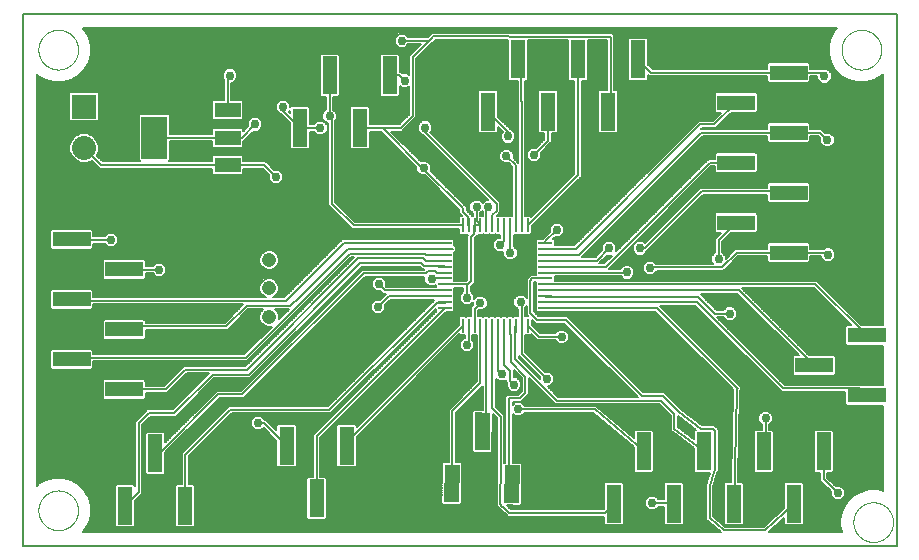
<source format=gtl>
G75*
%MOIN*%
%OFA0B0*%
%FSLAX25Y25*%
%IPPOS*%
%LPD*%
%AMOC8*
5,1,8,0,0,1.08239X$1,22.5*
%
%ADD10C,0.00600*%
%ADD11C,0.00000*%
%ADD12R,0.08000X0.08000*%
%ADD13C,0.08000*%
%ADD14C,0.04756*%
%ADD15R,0.01000X0.04500*%
%ADD16R,0.04500X0.01000*%
%ADD17R,0.05000X0.12500*%
%ADD18R,0.12500X0.05000*%
%ADD19R,0.08800X0.04800*%
%ADD20R,0.08661X0.14173*%
%ADD21C,0.02978*%
D10*
X0001300Y0001300D02*
X0001300Y0178465D01*
X0292639Y0178465D01*
X0292639Y0001300D01*
X0001300Y0001300D01*
X0021335Y0005900D02*
X0021845Y0006410D01*
X0023281Y0008898D01*
X0024025Y0011674D01*
X0024025Y0014548D01*
X0023281Y0017324D01*
X0021845Y0019812D01*
X0019812Y0021845D01*
X0017324Y0023281D01*
X0014548Y0024025D01*
X0011674Y0024025D01*
X0008898Y0023281D01*
X0006410Y0021845D01*
X0005900Y0021335D01*
X0005900Y0158430D01*
X0006410Y0157921D01*
X0008898Y0156484D01*
X0011674Y0155740D01*
X0014548Y0155740D01*
X0017324Y0156484D01*
X0019812Y0157921D01*
X0021845Y0159953D01*
X0023281Y0162442D01*
X0024025Y0165217D01*
X0024025Y0168091D01*
X0023281Y0170867D01*
X0021845Y0173356D01*
X0021335Y0173865D01*
X0272604Y0173865D01*
X0272094Y0173356D01*
X0270657Y0170867D01*
X0269913Y0168091D01*
X0269913Y0165217D01*
X0270657Y0162442D01*
X0272094Y0159953D01*
X0274126Y0157921D01*
X0276615Y0156484D01*
X0279391Y0155740D01*
X0282264Y0155740D01*
X0285040Y0156484D01*
X0287529Y0157921D01*
X0288039Y0158430D01*
X0288039Y0074800D01*
X0280847Y0074800D01*
X0266000Y0089647D01*
X0178657Y0089647D01*
X0178657Y0091184D01*
X0200562Y0091184D01*
X0201710Y0090036D01*
X0203690Y0090036D01*
X0205089Y0091435D01*
X0205089Y0093415D01*
X0203690Y0094814D01*
X0201710Y0094814D01*
X0200481Y0093584D01*
X0196556Y0093584D01*
X0230797Y0127825D01*
X0231925Y0127825D01*
X0231925Y0126152D01*
X0232452Y0125625D01*
X0245698Y0125625D01*
X0246225Y0126152D01*
X0246225Y0131898D01*
X0245698Y0132425D01*
X0232452Y0132425D01*
X0231925Y0131898D01*
X0231925Y0130225D01*
X0229803Y0130225D01*
X0199089Y0099511D01*
X0199089Y0101415D01*
X0197690Y0102814D01*
X0195710Y0102814D01*
X0194311Y0101415D01*
X0194311Y0099733D01*
X0192099Y0097521D01*
X0187693Y0097521D01*
X0227997Y0137825D01*
X0249425Y0137825D01*
X0249425Y0136152D01*
X0249952Y0135625D01*
X0263198Y0135625D01*
X0263725Y0136152D01*
X0263725Y0137825D01*
X0266453Y0137825D01*
X0267136Y0137142D01*
X0267136Y0135460D01*
X0268535Y0134061D01*
X0270515Y0134061D01*
X0271914Y0135460D01*
X0271914Y0137440D01*
X0270515Y0138839D01*
X0268833Y0138839D01*
X0268150Y0139522D01*
X0267447Y0140225D01*
X0263725Y0140225D01*
X0263725Y0141898D01*
X0263198Y0142425D01*
X0249952Y0142425D01*
X0249425Y0141898D01*
X0249425Y0140225D01*
X0227272Y0140225D01*
X0227647Y0140600D01*
X0232347Y0140600D01*
X0237372Y0145625D01*
X0245698Y0145625D01*
X0246225Y0146152D01*
X0246225Y0151898D01*
X0245698Y0152425D01*
X0232452Y0152425D01*
X0231925Y0151898D01*
X0231925Y0146152D01*
X0232452Y0145625D01*
X0233978Y0145625D01*
X0231353Y0143000D01*
X0226653Y0143000D01*
X0225950Y0142297D01*
X0185111Y0101458D01*
X0178657Y0101458D01*
X0178657Y0103100D01*
X0178130Y0103627D01*
X0178074Y0103627D01*
X0178708Y0104261D01*
X0180390Y0104261D01*
X0181789Y0105660D01*
X0181789Y0107640D01*
X0180390Y0109039D01*
X0178410Y0109039D01*
X0177011Y0107640D01*
X0177011Y0105958D01*
X0175010Y0103957D01*
X0174680Y0103627D01*
X0172884Y0103627D01*
X0172357Y0103100D01*
X0172357Y0101354D01*
X0172469Y0101243D01*
X0172357Y0101131D01*
X0172357Y0099385D01*
X0172469Y0099274D01*
X0172357Y0099163D01*
X0172357Y0097417D01*
X0172469Y0097305D01*
X0172357Y0097194D01*
X0172357Y0095448D01*
X0172469Y0095337D01*
X0172357Y0095226D01*
X0172357Y0093480D01*
X0172469Y0093368D01*
X0172357Y0093257D01*
X0172357Y0091616D01*
X0170694Y0091616D01*
X0169991Y0090913D01*
X0169225Y0090147D01*
X0169225Y0083953D01*
X0168240Y0084939D01*
X0166260Y0084939D01*
X0164861Y0083540D01*
X0164861Y0081560D01*
X0166260Y0080161D01*
X0166433Y0080161D01*
X0166433Y0077818D01*
X0164792Y0077818D01*
X0164680Y0077706D01*
X0164569Y0077818D01*
X0162823Y0077818D01*
X0162712Y0077706D01*
X0162601Y0077818D01*
X0160855Y0077818D01*
X0160743Y0077706D01*
X0160632Y0077818D01*
X0158886Y0077818D01*
X0158775Y0077706D01*
X0158664Y0077818D01*
X0156918Y0077818D01*
X0156806Y0077706D01*
X0156695Y0077818D01*
X0154949Y0077818D01*
X0154838Y0077706D01*
X0154727Y0077818D01*
X0153085Y0077818D01*
X0153085Y0079788D01*
X0153158Y0079861D01*
X0154840Y0079861D01*
X0156239Y0081260D01*
X0156239Y0083240D01*
X0154840Y0084639D01*
X0152860Y0084639D01*
X0151739Y0083517D01*
X0151739Y0084940D01*
X0150550Y0086129D01*
X0150550Y0087628D01*
X0151222Y0088300D01*
X0151925Y0089003D01*
X0151925Y0103855D01*
X0152917Y0104847D01*
X0152917Y0105047D01*
X0152981Y0104982D01*
X0154727Y0104982D01*
X0154838Y0105094D01*
X0154949Y0104982D01*
X0156695Y0104982D01*
X0156806Y0105094D01*
X0156918Y0104982D01*
X0158664Y0104982D01*
X0158775Y0105094D01*
X0158886Y0104982D01*
X0160528Y0104982D01*
X0160528Y0104028D01*
X0159460Y0104028D01*
X0158061Y0102629D01*
X0158061Y0100649D01*
X0159460Y0099250D01*
X0161440Y0099250D01*
X0161461Y0099271D01*
X0161461Y0097860D01*
X0162860Y0096461D01*
X0164840Y0096461D01*
X0166239Y0097860D01*
X0166239Y0099840D01*
X0164896Y0101182D01*
X0164896Y0104982D01*
X0166538Y0104982D01*
X0166649Y0105094D01*
X0166760Y0104982D01*
X0168506Y0104982D01*
X0168618Y0105094D01*
X0168729Y0104982D01*
X0170475Y0104982D01*
X0171002Y0105509D01*
X0171002Y0107835D01*
X0177206Y0107835D01*
X0177011Y0107237D02*
X0171002Y0107237D01*
X0171002Y0107835D02*
X0186847Y0123681D01*
X0187550Y0124383D01*
X0187550Y0156300D01*
X0189223Y0156300D01*
X0189750Y0156827D01*
X0189750Y0169799D01*
X0189814Y0169799D01*
X0196000Y0169790D01*
X0196000Y0153100D01*
X0193477Y0153100D01*
X0192950Y0152573D01*
X0192950Y0139327D01*
X0193477Y0138800D01*
X0199223Y0138800D01*
X0199750Y0139327D01*
X0199750Y0152573D01*
X0199223Y0153100D01*
X0198433Y0153100D01*
X0198451Y0153248D01*
X0198400Y0153313D01*
X0198400Y0170991D01*
X0198401Y0171484D01*
X0198400Y0171484D01*
X0198400Y0171486D01*
X0198047Y0171838D01*
X0197699Y0172188D01*
X0197698Y0172188D01*
X0197697Y0172188D01*
X0197198Y0172188D01*
X0189887Y0172199D01*
X0138684Y0172274D01*
X0138684Y0172275D01*
X0138187Y0172275D01*
X0137691Y0172276D01*
X0137690Y0172275D01*
X0137689Y0172275D01*
X0137339Y0171925D01*
X0136987Y0171574D01*
X0136987Y0171573D01*
X0136934Y0171519D01*
X0136725Y0171447D01*
X0136596Y0171181D01*
X0136387Y0170972D01*
X0136387Y0170934D01*
X0136278Y0170825D01*
X0129804Y0170825D01*
X0128615Y0172014D01*
X0126635Y0172014D01*
X0125236Y0170615D01*
X0125236Y0168635D01*
X0126635Y0167236D01*
X0128615Y0167236D01*
X0129804Y0168425D01*
X0133878Y0168425D01*
X0130828Y0165375D01*
X0130125Y0164672D01*
X0130125Y0158165D01*
X0129526Y0158764D01*
X0127844Y0158764D01*
X0127333Y0159275D01*
X0127050Y0159275D01*
X0127050Y0164698D01*
X0126523Y0165225D01*
X0120777Y0165225D01*
X0120250Y0164698D01*
X0120250Y0151452D01*
X0120777Y0150925D01*
X0126523Y0150925D01*
X0127050Y0151452D01*
X0127050Y0154483D01*
X0127546Y0153986D01*
X0129526Y0153986D01*
X0130125Y0154585D01*
X0130125Y0145197D01*
X0126703Y0141775D01*
X0117050Y0141775D01*
X0117050Y0147198D01*
X0116523Y0147725D01*
X0110777Y0147725D01*
X0110250Y0147198D01*
X0110250Y0133952D01*
X0110777Y0133425D01*
X0116523Y0133425D01*
X0117050Y0133952D01*
X0117050Y0139375D01*
X0120728Y0139375D01*
X0132488Y0127615D01*
X0132488Y0126210D01*
X0133887Y0124811D01*
X0135292Y0124811D01*
X0146800Y0113303D01*
X0146800Y0112172D01*
X0147690Y0111282D01*
X0147075Y0111282D01*
X0146548Y0110755D01*
X0146548Y0109332D01*
X0112065Y0109332D01*
X0105525Y0115872D01*
X0105525Y0143071D01*
X0105939Y0143485D01*
X0105939Y0145465D01*
X0104850Y0146554D01*
X0104850Y0150925D01*
X0106523Y0150925D01*
X0107050Y0151452D01*
X0107050Y0164698D01*
X0106523Y0165225D01*
X0100777Y0165225D01*
X0100250Y0164698D01*
X0100250Y0151452D01*
X0100777Y0150925D01*
X0102450Y0150925D01*
X0102450Y0146754D01*
X0101161Y0145465D01*
X0101161Y0143485D01*
X0102560Y0142086D01*
X0103125Y0142086D01*
X0103125Y0114878D01*
X0103828Y0114175D01*
X0111071Y0106932D01*
X0146548Y0106932D01*
X0146548Y0105509D01*
X0147075Y0104982D01*
X0148821Y0104982D01*
X0148932Y0105094D01*
X0149044Y0104982D01*
X0149658Y0104982D01*
X0149525Y0104849D01*
X0149525Y0089997D01*
X0149175Y0089647D01*
X0145193Y0089647D01*
X0145193Y0091289D01*
X0145081Y0091400D01*
X0145193Y0091511D01*
X0145193Y0093257D01*
X0145081Y0093369D01*
X0145193Y0093480D01*
X0145193Y0095226D01*
X0145081Y0095337D01*
X0145193Y0095448D01*
X0145193Y0097194D01*
X0145081Y0097306D01*
X0145193Y0097417D01*
X0145193Y0098939D01*
X0145846Y0099593D01*
X0145846Y0100772D01*
X0145193Y0101425D01*
X0145193Y0103100D01*
X0144666Y0103627D01*
X0139420Y0103627D01*
X0139220Y0103427D01*
X0107755Y0103427D01*
X0107052Y0102724D01*
X0088453Y0084125D01*
X0084587Y0084125D01*
X0085257Y0084402D01*
X0086179Y0085324D01*
X0086678Y0086529D01*
X0086678Y0087833D01*
X0086179Y0089038D01*
X0085257Y0089960D01*
X0084052Y0090459D01*
X0082748Y0090459D01*
X0081543Y0089960D01*
X0080621Y0089038D01*
X0080122Y0087833D01*
X0080122Y0086529D01*
X0080621Y0085324D01*
X0081543Y0084402D01*
X0082213Y0084125D01*
X0080547Y0084125D01*
X0080522Y0084150D01*
X0024725Y0084150D01*
X0024725Y0086273D01*
X0024198Y0086800D01*
X0010952Y0086800D01*
X0010425Y0086273D01*
X0010425Y0080527D01*
X0010952Y0080000D01*
X0024198Y0080000D01*
X0024725Y0080527D01*
X0024725Y0081750D01*
X0074703Y0081750D01*
X0068653Y0075700D01*
X0042225Y0075700D01*
X0042225Y0076273D01*
X0041698Y0076800D01*
X0028452Y0076800D01*
X0027925Y0076273D01*
X0027925Y0070527D01*
X0028452Y0070000D01*
X0041698Y0070000D01*
X0042225Y0070527D01*
X0042225Y0073300D01*
X0069647Y0073300D01*
X0070350Y0074003D01*
X0076472Y0080125D01*
X0081314Y0080125D01*
X0080621Y0079432D01*
X0080122Y0078227D01*
X0080122Y0076923D01*
X0080621Y0075718D01*
X0081543Y0074796D01*
X0082748Y0074297D01*
X0084052Y0074297D01*
X0084219Y0074366D01*
X0075103Y0065250D01*
X0024725Y0065250D01*
X0024725Y0066273D01*
X0024198Y0066800D01*
X0010952Y0066800D01*
X0010425Y0066273D01*
X0010425Y0060527D01*
X0010952Y0060000D01*
X0024198Y0060000D01*
X0024725Y0060527D01*
X0024725Y0062850D01*
X0076097Y0062850D01*
X0076800Y0063553D01*
X0110722Y0097475D01*
X0111765Y0097475D01*
X0075465Y0061175D01*
X0054990Y0061175D01*
X0048440Y0054625D01*
X0043853Y0054625D01*
X0043828Y0054600D01*
X0042225Y0054600D01*
X0042225Y0056273D01*
X0041698Y0056800D01*
X0028452Y0056800D01*
X0027925Y0056273D01*
X0027925Y0050527D01*
X0028452Y0050000D01*
X0041698Y0050000D01*
X0042225Y0050527D01*
X0042225Y0052200D01*
X0044822Y0052200D01*
X0044847Y0052225D01*
X0049434Y0052225D01*
X0050137Y0052928D01*
X0055984Y0058775D01*
X0063253Y0058775D01*
X0051228Y0046750D01*
X0042828Y0046750D01*
X0042125Y0046047D01*
X0038750Y0042672D01*
X0038750Y0021373D01*
X0038323Y0021800D01*
X0032577Y0021800D01*
X0032050Y0021273D01*
X0032050Y0008027D01*
X0032577Y0007500D01*
X0038323Y0007500D01*
X0038850Y0008027D01*
X0038850Y0016353D01*
X0040447Y0017950D01*
X0041150Y0018653D01*
X0041150Y0041678D01*
X0043822Y0044350D01*
X0052222Y0044350D01*
X0065047Y0057175D01*
X0077122Y0057175D01*
X0114222Y0094275D01*
X0133628Y0094275D01*
X0133786Y0094117D01*
X0134489Y0093414D01*
X0135098Y0093414D01*
X0135059Y0093375D01*
X0114403Y0093375D01*
X0073978Y0052950D01*
X0066003Y0052950D01*
X0048850Y0035797D01*
X0048850Y0038773D01*
X0048323Y0039300D01*
X0042577Y0039300D01*
X0042050Y0038773D01*
X0042050Y0025527D01*
X0042577Y0025000D01*
X0048323Y0025000D01*
X0048850Y0025527D01*
X0048850Y0032403D01*
X0066997Y0050550D01*
X0074972Y0050550D01*
X0075675Y0051253D01*
X0115397Y0090975D01*
X0135161Y0090975D01*
X0135161Y0089235D01*
X0136561Y0087836D01*
X0138540Y0087836D01*
X0138893Y0088189D01*
X0138893Y0087679D01*
X0122418Y0087679D01*
X0122339Y0087758D01*
X0122339Y0089440D01*
X0120940Y0090839D01*
X0118960Y0090839D01*
X0117561Y0089440D01*
X0117561Y0087460D01*
X0118960Y0086061D01*
X0120642Y0086061D01*
X0120721Y0085982D01*
X0121424Y0085279D01*
X0122332Y0085279D01*
X0120367Y0083314D01*
X0118685Y0083314D01*
X0117286Y0081915D01*
X0117286Y0079935D01*
X0118685Y0078536D01*
X0120665Y0078536D01*
X0122064Y0079935D01*
X0122064Y0081617D01*
X0123757Y0083310D01*
X0138494Y0083310D01*
X0103009Y0047825D01*
X0069903Y0047825D01*
X0054953Y0032875D01*
X0054250Y0032172D01*
X0054250Y0021800D01*
X0052577Y0021800D01*
X0052050Y0021273D01*
X0052050Y0008027D01*
X0052577Y0007500D01*
X0058323Y0007500D01*
X0058850Y0008027D01*
X0058850Y0021273D01*
X0058323Y0021800D01*
X0056650Y0021800D01*
X0056650Y0031178D01*
X0070897Y0045425D01*
X0104003Y0045425D01*
X0138893Y0080315D01*
X0138893Y0079700D01*
X0139183Y0079410D01*
X0098803Y0039030D01*
X0098100Y0038328D01*
X0098100Y0024275D01*
X0096352Y0024275D01*
X0095825Y0023748D01*
X0095825Y0010502D01*
X0096352Y0009975D01*
X0102098Y0009975D01*
X0102625Y0010502D01*
X0102625Y0023748D01*
X0102098Y0024275D01*
X0100500Y0024275D01*
X0100500Y0037333D01*
X0142340Y0079173D01*
X0144666Y0079173D01*
X0145193Y0079700D01*
X0145193Y0081446D01*
X0145081Y0081557D01*
X0145193Y0081669D01*
X0145193Y0083415D01*
X0145081Y0083526D01*
X0145193Y0083637D01*
X0145193Y0085383D01*
X0145081Y0085494D01*
X0145193Y0085606D01*
X0145193Y0087247D01*
X0148150Y0087247D01*
X0148150Y0086129D01*
X0146961Y0084940D01*
X0146961Y0082960D01*
X0148360Y0081561D01*
X0150340Y0081561D01*
X0151461Y0082683D01*
X0151461Y0081558D01*
X0151388Y0081485D01*
X0150685Y0080782D01*
X0150685Y0077818D01*
X0149044Y0077818D01*
X0148932Y0077706D01*
X0148821Y0077818D01*
X0147075Y0077818D01*
X0146548Y0077291D01*
X0146548Y0074965D01*
X0112625Y0041042D01*
X0112625Y0041248D01*
X0112098Y0041775D01*
X0106352Y0041775D01*
X0105825Y0041248D01*
X0105825Y0028002D01*
X0106352Y0027475D01*
X0112098Y0027475D01*
X0112625Y0028002D01*
X0112625Y0037647D01*
X0146785Y0071808D01*
X0147075Y0071518D01*
X0148717Y0071518D01*
X0148717Y0070514D01*
X0148435Y0070514D01*
X0147036Y0069115D01*
X0147036Y0067135D01*
X0148435Y0065736D01*
X0150415Y0065736D01*
X0151814Y0067135D01*
X0151814Y0069115D01*
X0151117Y0069812D01*
X0151117Y0071518D01*
X0152654Y0071518D01*
X0152654Y0056076D01*
X0143903Y0047325D01*
X0143200Y0046622D01*
X0143200Y0029242D01*
X0141511Y0029260D01*
X0140978Y0028738D01*
X0140840Y0015493D01*
X0141361Y0014961D01*
X0147107Y0014901D01*
X0147639Y0015422D01*
X0147778Y0028667D01*
X0147256Y0029200D01*
X0145600Y0029217D01*
X0145600Y0045628D01*
X0154622Y0054650D01*
X0154622Y0046624D01*
X0151694Y0046654D01*
X0151161Y0046133D01*
X0151022Y0032888D01*
X0151544Y0032355D01*
X0157289Y0032295D01*
X0157822Y0032816D01*
X0157952Y0045251D01*
X0159400Y0043803D01*
X0159400Y0029224D01*
X0159384Y0029208D01*
X0159379Y0028740D01*
X0159242Y0015632D01*
X0159232Y0014638D01*
X0160383Y0013462D01*
X0160681Y0013158D01*
X0160796Y0013157D01*
X0162200Y0011753D01*
X0162903Y0011050D01*
X0194875Y0011050D01*
X0194875Y0008702D01*
X0195402Y0008175D01*
X0201148Y0008175D01*
X0201675Y0008702D01*
X0201675Y0021948D01*
X0201148Y0022475D01*
X0195402Y0022475D01*
X0194875Y0021948D01*
X0194875Y0013622D01*
X0194703Y0013450D01*
X0163897Y0013450D01*
X0162609Y0014738D01*
X0167106Y0014691D01*
X0167638Y0015213D01*
X0167777Y0028458D01*
X0167255Y0028990D01*
X0164550Y0029019D01*
X0164550Y0045357D01*
X0165496Y0044411D01*
X0167475Y0044411D01*
X0168664Y0045600D01*
X0191531Y0045600D01*
X0204875Y0034159D01*
X0204875Y0026202D01*
X0205402Y0025675D01*
X0211148Y0025675D01*
X0211675Y0026202D01*
X0211675Y0039448D01*
X0211148Y0039975D01*
X0205402Y0039975D01*
X0204875Y0039448D01*
X0204875Y0037321D01*
X0192791Y0047681D01*
X0192472Y0048000D01*
X0192419Y0048000D01*
X0192379Y0048035D01*
X0191929Y0048000D01*
X0168664Y0048000D01*
X0167475Y0049189D01*
X0165496Y0049189D01*
X0164550Y0048243D01*
X0164550Y0049225D01*
X0167372Y0049225D01*
X0170000Y0051853D01*
X0170000Y0057303D01*
X0178100Y0049203D01*
X0178803Y0048500D01*
X0213453Y0048500D01*
X0217300Y0044653D01*
X0217300Y0040680D01*
X0217244Y0040607D01*
X0217300Y0040194D01*
X0217300Y0039778D01*
X0217365Y0039713D01*
X0217377Y0039622D01*
X0217708Y0039369D01*
X0218003Y0039075D01*
X0218095Y0039075D01*
X0224875Y0033908D01*
X0224875Y0026202D01*
X0225402Y0025675D01*
X0230419Y0025675D01*
X0230021Y0024536D01*
X0229994Y0024522D01*
X0229859Y0024071D01*
X0229703Y0023627D01*
X0229716Y0023599D01*
X0229163Y0021760D01*
X0229025Y0021622D01*
X0229025Y0021302D01*
X0228933Y0020995D01*
X0229025Y0020823D01*
X0229025Y0011043D01*
X0228990Y0011002D01*
X0229025Y0010553D01*
X0229025Y0010103D01*
X0229063Y0010065D01*
X0229067Y0010011D01*
X0229409Y0009718D01*
X0229728Y0009400D01*
X0229782Y0009400D01*
X0233872Y0005900D01*
X0021335Y0005900D01*
X0021523Y0006088D02*
X0233652Y0006088D01*
X0232953Y0006687D02*
X0022004Y0006687D01*
X0022350Y0007285D02*
X0232253Y0007285D01*
X0231554Y0007884D02*
X0058706Y0007884D01*
X0058850Y0008482D02*
X0195095Y0008482D01*
X0194875Y0009081D02*
X0058850Y0009081D01*
X0058850Y0009679D02*
X0194875Y0009679D01*
X0194875Y0010278D02*
X0102400Y0010278D01*
X0102625Y0010876D02*
X0194875Y0010876D01*
X0195200Y0012250D02*
X0198275Y0015325D01*
X0201675Y0015066D02*
X0208686Y0015066D01*
X0208686Y0014535D02*
X0210085Y0013136D01*
X0212065Y0013136D01*
X0213254Y0014325D01*
X0214875Y0014325D01*
X0214875Y0008702D01*
X0215402Y0008175D01*
X0221148Y0008175D01*
X0221675Y0008702D01*
X0221675Y0021948D01*
X0221148Y0022475D01*
X0215402Y0022475D01*
X0214875Y0021948D01*
X0214875Y0016725D01*
X0213254Y0016725D01*
X0212065Y0017914D01*
X0210085Y0017914D01*
X0208686Y0016515D01*
X0208686Y0014535D01*
X0208754Y0014467D02*
X0201675Y0014467D01*
X0201675Y0013869D02*
X0209353Y0013869D01*
X0209951Y0013270D02*
X0201675Y0013270D01*
X0201675Y0012672D02*
X0214875Y0012672D01*
X0214875Y0013270D02*
X0212199Y0013270D01*
X0212797Y0013869D02*
X0214875Y0013869D01*
X0214875Y0012073D02*
X0201675Y0012073D01*
X0201675Y0011475D02*
X0214875Y0011475D01*
X0214875Y0010876D02*
X0201675Y0010876D01*
X0201675Y0010278D02*
X0214875Y0010278D01*
X0214875Y0009679D02*
X0201675Y0009679D01*
X0201675Y0009081D02*
X0214875Y0009081D01*
X0215095Y0008482D02*
X0201455Y0008482D01*
X0195200Y0012250D02*
X0163400Y0012250D01*
X0161298Y0014352D01*
X0161190Y0014353D01*
X0160437Y0015122D01*
X0160579Y0028699D01*
X0160600Y0028719D01*
X0160600Y0044300D01*
X0157791Y0047109D01*
X0157791Y0074668D01*
X0159759Y0074668D02*
X0159759Y0059648D01*
X0160907Y0058500D01*
X0162496Y0056710D02*
X0162496Y0055882D01*
X0162636Y0055742D01*
X0162636Y0054060D01*
X0164035Y0052661D01*
X0166015Y0052661D01*
X0167414Y0054060D01*
X0167414Y0056040D01*
X0166015Y0057439D01*
X0164896Y0057439D01*
X0164896Y0059807D01*
X0167600Y0057103D01*
X0167600Y0052847D01*
X0166378Y0051625D01*
X0162703Y0051625D01*
X0162000Y0050922D01*
X0162000Y0049928D01*
X0162150Y0049778D01*
X0162150Y0029044D01*
X0161803Y0029047D01*
X0161805Y0029204D01*
X0161800Y0029209D01*
X0161800Y0044797D01*
X0161097Y0045500D01*
X0158991Y0047606D01*
X0158991Y0057038D01*
X0159918Y0056111D01*
X0161897Y0056111D01*
X0162496Y0056710D01*
X0162496Y0056363D02*
X0162149Y0056363D01*
X0162613Y0055765D02*
X0158991Y0055765D01*
X0158991Y0056363D02*
X0159666Y0056363D01*
X0159067Y0056962D02*
X0158991Y0056962D01*
X0158991Y0055166D02*
X0162636Y0055166D01*
X0162636Y0054568D02*
X0158991Y0054568D01*
X0158991Y0053969D02*
X0162727Y0053969D01*
X0163326Y0053370D02*
X0158991Y0053370D01*
X0158991Y0052772D02*
X0163924Y0052772D01*
X0162653Y0051575D02*
X0158991Y0051575D01*
X0158991Y0052173D02*
X0166926Y0052173D01*
X0167525Y0052772D02*
X0166125Y0052772D01*
X0166724Y0053370D02*
X0167600Y0053370D01*
X0167600Y0053969D02*
X0167323Y0053969D01*
X0167414Y0054568D02*
X0167600Y0054568D01*
X0167600Y0055166D02*
X0167414Y0055166D01*
X0167414Y0055765D02*
X0167600Y0055765D01*
X0167600Y0056363D02*
X0167090Y0056363D01*
X0167600Y0056962D02*
X0166492Y0056962D01*
X0167143Y0057560D02*
X0164896Y0057560D01*
X0164896Y0058159D02*
X0166544Y0058159D01*
X0165946Y0058757D02*
X0164896Y0058757D01*
X0164896Y0059356D02*
X0165347Y0059356D01*
X0163696Y0059655D02*
X0161728Y0061624D01*
X0161728Y0074668D01*
X0163696Y0074668D02*
X0163865Y0074499D01*
X0163865Y0071879D01*
X0163925Y0071819D01*
X0163925Y0062475D01*
X0168800Y0057600D01*
X0168800Y0052350D01*
X0166875Y0050425D01*
X0163200Y0050425D01*
X0163350Y0050275D01*
X0163350Y0022829D01*
X0164308Y0021871D01*
X0163696Y0022482D01*
X0159312Y0022248D02*
X0147711Y0022248D01*
X0147717Y0022846D02*
X0159318Y0022846D01*
X0159324Y0023445D02*
X0147723Y0023445D01*
X0147730Y0024043D02*
X0159330Y0024043D01*
X0159337Y0024642D02*
X0147736Y0024642D01*
X0147742Y0025240D02*
X0159343Y0025240D01*
X0159349Y0025839D02*
X0147748Y0025839D01*
X0147755Y0026437D02*
X0159355Y0026437D01*
X0159362Y0027036D02*
X0147761Y0027036D01*
X0147767Y0027634D02*
X0159368Y0027634D01*
X0159374Y0028233D02*
X0147774Y0028233D01*
X0147617Y0028832D02*
X0159380Y0028832D01*
X0159384Y0029208D02*
X0159384Y0029208D01*
X0159384Y0029208D01*
X0159400Y0029430D02*
X0145600Y0029430D01*
X0145600Y0030029D02*
X0159400Y0030029D01*
X0159400Y0030627D02*
X0145600Y0030627D01*
X0145600Y0031226D02*
X0159400Y0031226D01*
X0159400Y0031824D02*
X0145600Y0031824D01*
X0145600Y0032423D02*
X0151478Y0032423D01*
X0151024Y0033021D02*
X0145600Y0033021D01*
X0145600Y0033620D02*
X0151030Y0033620D01*
X0151036Y0034218D02*
X0145600Y0034218D01*
X0145600Y0034817D02*
X0151043Y0034817D01*
X0151049Y0035415D02*
X0145600Y0035415D01*
X0145600Y0036014D02*
X0151055Y0036014D01*
X0151061Y0036612D02*
X0145600Y0036612D01*
X0145600Y0037211D02*
X0151068Y0037211D01*
X0151074Y0037809D02*
X0145600Y0037809D01*
X0145600Y0038408D02*
X0151080Y0038408D01*
X0151087Y0039006D02*
X0145600Y0039006D01*
X0145600Y0039605D02*
X0151093Y0039605D01*
X0151099Y0040203D02*
X0145600Y0040203D01*
X0145600Y0040802D02*
X0151105Y0040802D01*
X0151112Y0041400D02*
X0145600Y0041400D01*
X0145600Y0041999D02*
X0151118Y0041999D01*
X0151124Y0042597D02*
X0145600Y0042597D01*
X0145600Y0043196D02*
X0151130Y0043196D01*
X0151137Y0043794D02*
X0145600Y0043794D01*
X0145600Y0044393D02*
X0151143Y0044393D01*
X0151149Y0044991D02*
X0145600Y0044991D01*
X0145600Y0045590D02*
X0151155Y0045590D01*
X0151218Y0046188D02*
X0146160Y0046188D01*
X0146759Y0046787D02*
X0154622Y0046787D01*
X0154622Y0047385D02*
X0147357Y0047385D01*
X0147956Y0047984D02*
X0154622Y0047984D01*
X0154622Y0048582D02*
X0148554Y0048582D01*
X0149153Y0049181D02*
X0154622Y0049181D01*
X0154622Y0049779D02*
X0149751Y0049779D01*
X0150350Y0050378D02*
X0154622Y0050378D01*
X0154622Y0050976D02*
X0150948Y0050976D01*
X0151547Y0051575D02*
X0154622Y0051575D01*
X0154622Y0052173D02*
X0152145Y0052173D01*
X0152744Y0052772D02*
X0154622Y0052772D01*
X0154622Y0053370D02*
X0153343Y0053370D01*
X0153941Y0053969D02*
X0154622Y0053969D01*
X0154622Y0054568D02*
X0154540Y0054568D01*
X0153854Y0055579D02*
X0144400Y0046125D01*
X0144400Y0022171D01*
X0144309Y0022080D01*
X0147705Y0021649D02*
X0159305Y0021649D01*
X0159299Y0021051D02*
X0147698Y0021051D01*
X0147692Y0020452D02*
X0159293Y0020452D01*
X0159286Y0019854D02*
X0147686Y0019854D01*
X0147680Y0019255D02*
X0159280Y0019255D01*
X0159274Y0018657D02*
X0147673Y0018657D01*
X0147667Y0018058D02*
X0159268Y0018058D01*
X0159261Y0017460D02*
X0147661Y0017460D01*
X0147654Y0016861D02*
X0159255Y0016861D01*
X0159249Y0016263D02*
X0147648Y0016263D01*
X0147642Y0015664D02*
X0159243Y0015664D01*
X0159236Y0015066D02*
X0147275Y0015066D01*
X0141259Y0015066D02*
X0102625Y0015066D01*
X0102625Y0015664D02*
X0140842Y0015664D01*
X0140848Y0016263D02*
X0102625Y0016263D01*
X0102625Y0016861D02*
X0140854Y0016861D01*
X0140860Y0017460D02*
X0102625Y0017460D01*
X0102625Y0018058D02*
X0140867Y0018058D01*
X0140873Y0018657D02*
X0102625Y0018657D01*
X0102625Y0019255D02*
X0140879Y0019255D01*
X0140885Y0019854D02*
X0102625Y0019854D01*
X0102625Y0020452D02*
X0140892Y0020452D01*
X0140898Y0021051D02*
X0102625Y0021051D01*
X0102625Y0021649D02*
X0140904Y0021649D01*
X0140910Y0022248D02*
X0102625Y0022248D01*
X0102625Y0022846D02*
X0140917Y0022846D01*
X0140923Y0023445D02*
X0102625Y0023445D01*
X0102329Y0024043D02*
X0140929Y0024043D01*
X0140936Y0024642D02*
X0100500Y0024642D01*
X0100500Y0025240D02*
X0140942Y0025240D01*
X0140948Y0025839D02*
X0100500Y0025839D01*
X0100500Y0026437D02*
X0140954Y0026437D01*
X0140961Y0027036D02*
X0100500Y0027036D01*
X0100500Y0027634D02*
X0106193Y0027634D01*
X0105825Y0028233D02*
X0100500Y0028233D01*
X0100500Y0028832D02*
X0105825Y0028832D01*
X0105825Y0029430D02*
X0100500Y0029430D01*
X0100500Y0030029D02*
X0105825Y0030029D01*
X0105825Y0030627D02*
X0100500Y0030627D01*
X0100500Y0031226D02*
X0105825Y0031226D01*
X0105825Y0031824D02*
X0100500Y0031824D01*
X0100500Y0032423D02*
X0105825Y0032423D01*
X0105825Y0033021D02*
X0100500Y0033021D01*
X0100500Y0033620D02*
X0105825Y0033620D01*
X0105825Y0034218D02*
X0100500Y0034218D01*
X0100500Y0034817D02*
X0105825Y0034817D01*
X0105825Y0035415D02*
X0100500Y0035415D01*
X0100500Y0036014D02*
X0105825Y0036014D01*
X0105825Y0036612D02*
X0100500Y0036612D01*
X0100500Y0037211D02*
X0105825Y0037211D01*
X0105825Y0037809D02*
X0100976Y0037809D01*
X0101574Y0038408D02*
X0105825Y0038408D01*
X0105825Y0039006D02*
X0102173Y0039006D01*
X0102771Y0039605D02*
X0105825Y0039605D01*
X0105825Y0040203D02*
X0103370Y0040203D01*
X0103968Y0040802D02*
X0105825Y0040802D01*
X0105977Y0041400D02*
X0104567Y0041400D01*
X0105165Y0041999D02*
X0113582Y0041999D01*
X0112984Y0041400D02*
X0112473Y0041400D01*
X0114181Y0042597D02*
X0105764Y0042597D01*
X0106362Y0043196D02*
X0114779Y0043196D01*
X0115378Y0043794D02*
X0106961Y0043794D01*
X0107559Y0044393D02*
X0115976Y0044393D01*
X0116575Y0044991D02*
X0108158Y0044991D01*
X0108756Y0045590D02*
X0117173Y0045590D01*
X0117772Y0046188D02*
X0109355Y0046188D01*
X0109953Y0046787D02*
X0118370Y0046787D01*
X0118969Y0047385D02*
X0110552Y0047385D01*
X0111150Y0047984D02*
X0119567Y0047984D01*
X0120166Y0048582D02*
X0111749Y0048582D01*
X0112347Y0049181D02*
X0120764Y0049181D01*
X0121363Y0049779D02*
X0112946Y0049779D01*
X0113544Y0050378D02*
X0121961Y0050378D01*
X0122560Y0050976D02*
X0114143Y0050976D01*
X0114741Y0051575D02*
X0123158Y0051575D01*
X0123757Y0052173D02*
X0115340Y0052173D01*
X0115939Y0052772D02*
X0124355Y0052772D01*
X0124954Y0053370D02*
X0116537Y0053370D01*
X0117136Y0053969D02*
X0125552Y0053969D01*
X0126151Y0054568D02*
X0117734Y0054568D01*
X0118333Y0055166D02*
X0126749Y0055166D01*
X0127348Y0055765D02*
X0118931Y0055765D01*
X0119530Y0056363D02*
X0127947Y0056363D01*
X0128545Y0056962D02*
X0120128Y0056962D01*
X0120727Y0057560D02*
X0129144Y0057560D01*
X0129742Y0058159D02*
X0121325Y0058159D01*
X0121924Y0058757D02*
X0130341Y0058757D01*
X0130939Y0059356D02*
X0122522Y0059356D01*
X0123121Y0059954D02*
X0131538Y0059954D01*
X0132136Y0060553D02*
X0123719Y0060553D01*
X0124318Y0061151D02*
X0132735Y0061151D01*
X0133333Y0061750D02*
X0124916Y0061750D01*
X0125515Y0062348D02*
X0133932Y0062348D01*
X0134530Y0062947D02*
X0126113Y0062947D01*
X0126712Y0063545D02*
X0135129Y0063545D01*
X0135727Y0064144D02*
X0127310Y0064144D01*
X0127909Y0064742D02*
X0136326Y0064742D01*
X0136924Y0065341D02*
X0128507Y0065341D01*
X0129106Y0065939D02*
X0137523Y0065939D01*
X0138121Y0066538D02*
X0129704Y0066538D01*
X0130303Y0067136D02*
X0138720Y0067136D01*
X0139318Y0067735D02*
X0130901Y0067735D01*
X0131500Y0068333D02*
X0139917Y0068333D01*
X0140515Y0068932D02*
X0132098Y0068932D01*
X0132697Y0069530D02*
X0141114Y0069530D01*
X0141712Y0070129D02*
X0133295Y0070129D01*
X0133894Y0070727D02*
X0142311Y0070727D01*
X0142909Y0071326D02*
X0134492Y0071326D01*
X0135091Y0071924D02*
X0143508Y0071924D01*
X0144106Y0072523D02*
X0135689Y0072523D01*
X0136288Y0073121D02*
X0144705Y0073121D01*
X0145303Y0073720D02*
X0136886Y0073720D01*
X0137485Y0074318D02*
X0145902Y0074318D01*
X0146500Y0074917D02*
X0138083Y0074917D01*
X0138682Y0075515D02*
X0146548Y0075515D01*
X0146548Y0076114D02*
X0139280Y0076114D01*
X0139879Y0076712D02*
X0146548Y0076712D01*
X0146569Y0077311D02*
X0140477Y0077311D01*
X0141076Y0077909D02*
X0150685Y0077909D01*
X0150685Y0078508D02*
X0141674Y0078508D01*
X0142273Y0079106D02*
X0150685Y0079106D01*
X0150685Y0079705D02*
X0145193Y0079705D01*
X0145193Y0080303D02*
X0150685Y0080303D01*
X0150805Y0080902D02*
X0145193Y0080902D01*
X0145138Y0081501D02*
X0151403Y0081501D01*
X0151388Y0081485D02*
X0151388Y0081485D01*
X0151461Y0082099D02*
X0150878Y0082099D01*
X0151739Y0083895D02*
X0152116Y0083895D01*
X0151739Y0084493D02*
X0152715Y0084493D01*
X0151587Y0085092D02*
X0169225Y0085092D01*
X0169225Y0085690D02*
X0150988Y0085690D01*
X0150550Y0086289D02*
X0169225Y0086289D01*
X0169225Y0086887D02*
X0150550Y0086887D01*
X0150550Y0087486D02*
X0169225Y0087486D01*
X0169225Y0088084D02*
X0151006Y0088084D01*
X0151605Y0088683D02*
X0169225Y0088683D01*
X0169225Y0089281D02*
X0151925Y0089281D01*
X0151925Y0089880D02*
X0169225Y0089880D01*
X0169556Y0090478D02*
X0151925Y0090478D01*
X0151925Y0091077D02*
X0170155Y0091077D01*
X0169991Y0090913D02*
X0169991Y0090913D01*
X0171191Y0090416D02*
X0170425Y0089650D01*
X0170425Y0078900D01*
X0172750Y0076575D01*
X0182325Y0076575D01*
X0207600Y0051300D01*
X0214613Y0051300D01*
X0220100Y0045813D01*
X0227235Y0040375D01*
X0231313Y0040375D01*
X0232075Y0039613D01*
X0232075Y0026775D01*
X0231000Y0023700D01*
X0230225Y0021125D01*
X0230225Y0010600D01*
X0235075Y0006450D01*
X0248800Y0006450D01*
X0258275Y0015325D01*
X0254875Y0015066D02*
X0241675Y0015066D01*
X0241675Y0015664D02*
X0254875Y0015664D01*
X0254875Y0016263D02*
X0241675Y0016263D01*
X0241675Y0016861D02*
X0254875Y0016861D01*
X0254875Y0017460D02*
X0241675Y0017460D01*
X0241675Y0018058D02*
X0254875Y0018058D01*
X0254875Y0018657D02*
X0241675Y0018657D01*
X0241675Y0019255D02*
X0254875Y0019255D01*
X0254875Y0019854D02*
X0241675Y0019854D01*
X0241675Y0020452D02*
X0254875Y0020452D01*
X0254875Y0021051D02*
X0241675Y0021051D01*
X0241675Y0021649D02*
X0254875Y0021649D01*
X0254875Y0021948D02*
X0254875Y0013784D01*
X0248326Y0007650D01*
X0235518Y0007650D01*
X0231425Y0011153D01*
X0231425Y0020948D01*
X0232142Y0023329D01*
X0233117Y0026120D01*
X0233275Y0026278D01*
X0233275Y0026571D01*
X0233372Y0026848D01*
X0233275Y0027049D01*
X0233275Y0040111D01*
X0232572Y0040813D01*
X0232513Y0040872D01*
X0231811Y0041575D01*
X0227640Y0041575D01*
X0220891Y0046718D01*
X0215813Y0051797D01*
X0215110Y0052500D01*
X0208097Y0052500D01*
X0183525Y0077072D01*
X0183525Y0077072D01*
X0182822Y0077775D01*
X0173247Y0077775D01*
X0171625Y0079397D01*
X0171625Y0089153D01*
X0171688Y0089216D01*
X0172357Y0089216D01*
X0172357Y0087574D01*
X0172469Y0087463D01*
X0172357Y0087352D01*
X0172357Y0085606D01*
X0172469Y0085494D01*
X0172357Y0085383D01*
X0172357Y0083637D01*
X0172469Y0083526D01*
X0172357Y0083415D01*
X0172357Y0081669D01*
X0172469Y0081557D01*
X0172357Y0081446D01*
X0172357Y0079700D01*
X0172884Y0079173D01*
X0178130Y0079173D01*
X0178330Y0079373D01*
X0212180Y0079373D01*
X0238025Y0053528D01*
X0238025Y0053390D01*
X0237253Y0022475D01*
X0235402Y0022475D01*
X0234875Y0021948D01*
X0234875Y0008702D01*
X0235402Y0008175D01*
X0241148Y0008175D01*
X0241675Y0008702D01*
X0241675Y0021948D01*
X0241148Y0022475D01*
X0239654Y0022475D01*
X0240413Y0052866D01*
X0240750Y0053203D01*
X0240750Y0054197D01*
X0240047Y0054900D01*
X0213605Y0081342D01*
X0225486Y0081342D01*
X0253550Y0053278D01*
X0254253Y0052575D01*
X0275400Y0052575D01*
X0275400Y0048527D01*
X0275927Y0048000D01*
X0288039Y0048000D01*
X0288039Y0019596D01*
X0286201Y0020088D01*
X0283328Y0020088D01*
X0280552Y0019344D01*
X0278063Y0017908D01*
X0276031Y0015875D01*
X0274594Y0013387D01*
X0273850Y0010611D01*
X0273850Y0007737D01*
X0274343Y0005900D01*
X0249968Y0005900D01*
X0254875Y0010496D01*
X0254875Y0008702D01*
X0255402Y0008175D01*
X0261148Y0008175D01*
X0261675Y0008702D01*
X0261675Y0021948D01*
X0261148Y0022475D01*
X0255402Y0022475D01*
X0254875Y0021948D01*
X0255175Y0022248D02*
X0241375Y0022248D01*
X0239663Y0022846D02*
X0267232Y0022846D01*
X0267075Y0023003D02*
X0267778Y0022300D01*
X0270536Y0019542D01*
X0270536Y0017860D01*
X0271935Y0016461D01*
X0273915Y0016461D01*
X0275314Y0017860D01*
X0275314Y0019840D01*
X0273915Y0021239D01*
X0272233Y0021239D01*
X0269475Y0023997D01*
X0269475Y0025675D01*
X0271148Y0025675D01*
X0271675Y0026202D01*
X0271675Y0039448D01*
X0271148Y0039975D01*
X0265402Y0039975D01*
X0264875Y0039448D01*
X0264875Y0026202D01*
X0265402Y0025675D01*
X0267075Y0025675D01*
X0267075Y0023003D01*
X0267075Y0023445D02*
X0239678Y0023445D01*
X0239693Y0024043D02*
X0267075Y0024043D01*
X0267075Y0024642D02*
X0239708Y0024642D01*
X0239723Y0025240D02*
X0267075Y0025240D01*
X0265238Y0025839D02*
X0251312Y0025839D01*
X0251148Y0025675D02*
X0251675Y0026202D01*
X0251675Y0039448D01*
X0251148Y0039975D01*
X0250075Y0039975D01*
X0250075Y0041646D01*
X0251264Y0042835D01*
X0251264Y0044815D01*
X0249865Y0046214D01*
X0247885Y0046214D01*
X0246486Y0044815D01*
X0246486Y0042835D01*
X0247675Y0041646D01*
X0247675Y0039975D01*
X0245402Y0039975D01*
X0244875Y0039448D01*
X0244875Y0026202D01*
X0245402Y0025675D01*
X0251148Y0025675D01*
X0251675Y0026437D02*
X0264875Y0026437D01*
X0264875Y0027036D02*
X0251675Y0027036D01*
X0251675Y0027634D02*
X0264875Y0027634D01*
X0264875Y0028233D02*
X0251675Y0028233D01*
X0251675Y0028832D02*
X0264875Y0028832D01*
X0264875Y0029430D02*
X0251675Y0029430D01*
X0251675Y0030029D02*
X0264875Y0030029D01*
X0264875Y0030627D02*
X0251675Y0030627D01*
X0251675Y0031226D02*
X0264875Y0031226D01*
X0264875Y0031824D02*
X0251675Y0031824D01*
X0251675Y0032423D02*
X0264875Y0032423D01*
X0264875Y0033021D02*
X0251675Y0033021D01*
X0251675Y0033620D02*
X0264875Y0033620D01*
X0264875Y0034218D02*
X0251675Y0034218D01*
X0251675Y0034817D02*
X0264875Y0034817D01*
X0264875Y0035415D02*
X0251675Y0035415D01*
X0251675Y0036014D02*
X0264875Y0036014D01*
X0264875Y0036612D02*
X0251675Y0036612D01*
X0251675Y0037211D02*
X0264875Y0037211D01*
X0264875Y0037809D02*
X0251675Y0037809D01*
X0251675Y0038408D02*
X0264875Y0038408D01*
X0264875Y0039006D02*
X0251675Y0039006D01*
X0251518Y0039605D02*
X0265032Y0039605D01*
X0271518Y0039605D02*
X0288039Y0039605D01*
X0288039Y0040203D02*
X0250075Y0040203D01*
X0250075Y0040802D02*
X0288039Y0040802D01*
X0288039Y0041400D02*
X0250075Y0041400D01*
X0250427Y0041999D02*
X0288039Y0041999D01*
X0288039Y0042597D02*
X0251026Y0042597D01*
X0251264Y0043196D02*
X0288039Y0043196D01*
X0288039Y0043794D02*
X0251264Y0043794D01*
X0251264Y0044393D02*
X0288039Y0044393D01*
X0288039Y0044991D02*
X0251087Y0044991D01*
X0250489Y0045590D02*
X0288039Y0045590D01*
X0288039Y0046188D02*
X0249890Y0046188D01*
X0247860Y0046188D02*
X0240246Y0046188D01*
X0240231Y0045590D02*
X0247261Y0045590D01*
X0246663Y0044991D02*
X0240216Y0044991D01*
X0240201Y0044393D02*
X0246486Y0044393D01*
X0246486Y0043794D02*
X0240186Y0043794D01*
X0240171Y0043196D02*
X0246486Y0043196D01*
X0246724Y0042597D02*
X0240156Y0042597D01*
X0240141Y0041999D02*
X0247323Y0041999D01*
X0247675Y0041400D02*
X0240126Y0041400D01*
X0240111Y0040802D02*
X0247675Y0040802D01*
X0247675Y0040203D02*
X0240096Y0040203D01*
X0240082Y0039605D02*
X0245032Y0039605D01*
X0244875Y0039006D02*
X0240067Y0039006D01*
X0240052Y0038408D02*
X0244875Y0038408D01*
X0244875Y0037809D02*
X0240037Y0037809D01*
X0240022Y0037211D02*
X0244875Y0037211D01*
X0244875Y0036612D02*
X0240007Y0036612D01*
X0239992Y0036014D02*
X0244875Y0036014D01*
X0244875Y0035415D02*
X0239977Y0035415D01*
X0239962Y0034817D02*
X0244875Y0034817D01*
X0244875Y0034218D02*
X0239947Y0034218D01*
X0239932Y0033620D02*
X0244875Y0033620D01*
X0244875Y0033021D02*
X0239917Y0033021D01*
X0239902Y0032423D02*
X0244875Y0032423D01*
X0244875Y0031824D02*
X0239887Y0031824D01*
X0239872Y0031226D02*
X0244875Y0031226D01*
X0244875Y0030627D02*
X0239857Y0030627D01*
X0239842Y0030029D02*
X0244875Y0030029D01*
X0244875Y0029430D02*
X0239828Y0029430D01*
X0239813Y0028832D02*
X0244875Y0028832D01*
X0244875Y0028233D02*
X0239798Y0028233D01*
X0239783Y0027634D02*
X0244875Y0027634D01*
X0244875Y0027036D02*
X0239768Y0027036D01*
X0239753Y0026437D02*
X0244875Y0026437D01*
X0245238Y0025839D02*
X0239738Y0025839D01*
X0237337Y0025839D02*
X0233019Y0025839D01*
X0232810Y0025240D02*
X0237322Y0025240D01*
X0237307Y0024642D02*
X0232600Y0024642D01*
X0232391Y0024043D02*
X0237292Y0024043D01*
X0237277Y0023445D02*
X0232182Y0023445D01*
X0231996Y0022846D02*
X0237262Y0022846D01*
X0235175Y0022248D02*
X0231816Y0022248D01*
X0231636Y0021649D02*
X0234875Y0021649D01*
X0234875Y0021051D02*
X0231456Y0021051D01*
X0231425Y0020452D02*
X0234875Y0020452D01*
X0234875Y0019854D02*
X0231425Y0019854D01*
X0231425Y0019255D02*
X0234875Y0019255D01*
X0234875Y0018657D02*
X0231425Y0018657D01*
X0231425Y0018058D02*
X0234875Y0018058D01*
X0234875Y0017460D02*
X0231425Y0017460D01*
X0231425Y0016861D02*
X0234875Y0016861D01*
X0234875Y0016263D02*
X0231425Y0016263D01*
X0231425Y0015664D02*
X0234875Y0015664D01*
X0234875Y0015066D02*
X0231425Y0015066D01*
X0231425Y0014467D02*
X0234875Y0014467D01*
X0234875Y0013869D02*
X0231425Y0013869D01*
X0231425Y0013270D02*
X0234875Y0013270D01*
X0234875Y0012672D02*
X0231425Y0012672D01*
X0231425Y0012073D02*
X0234875Y0012073D01*
X0234875Y0011475D02*
X0231425Y0011475D01*
X0231748Y0010876D02*
X0234875Y0010876D01*
X0234875Y0010278D02*
X0232447Y0010278D01*
X0233147Y0009679D02*
X0234875Y0009679D01*
X0234875Y0009081D02*
X0233846Y0009081D01*
X0234546Y0008482D02*
X0235095Y0008482D01*
X0235245Y0007884D02*
X0248575Y0007884D01*
X0249214Y0008482D02*
X0241455Y0008482D01*
X0241675Y0009081D02*
X0249853Y0009081D01*
X0250492Y0009679D02*
X0241675Y0009679D01*
X0241675Y0010278D02*
X0251131Y0010278D01*
X0251770Y0010876D02*
X0241675Y0010876D01*
X0241675Y0011475D02*
X0252409Y0011475D01*
X0253048Y0012073D02*
X0241675Y0012073D01*
X0241675Y0012672D02*
X0253687Y0012672D01*
X0254326Y0013270D02*
X0241675Y0013270D01*
X0241675Y0013869D02*
X0254875Y0013869D01*
X0254875Y0014467D02*
X0241675Y0014467D01*
X0238275Y0015325D02*
X0239225Y0053375D01*
X0239550Y0053700D01*
X0212677Y0080573D01*
X0175507Y0080573D01*
X0175507Y0082542D02*
X0225983Y0082542D01*
X0254750Y0053775D01*
X0280175Y0053775D01*
X0282550Y0051400D01*
X0280847Y0054800D02*
X0280672Y0054975D01*
X0255247Y0054975D01*
X0232747Y0077475D01*
X0234796Y0077475D01*
X0235985Y0076286D01*
X0237965Y0076286D01*
X0239364Y0077685D01*
X0239364Y0079665D01*
X0237965Y0081064D01*
X0235985Y0081064D01*
X0234796Y0079875D01*
X0232610Y0079875D01*
X0227206Y0085279D01*
X0239474Y0085279D01*
X0259953Y0064800D01*
X0258427Y0064800D01*
X0257900Y0064273D01*
X0257900Y0058527D01*
X0258427Y0058000D01*
X0271673Y0058000D01*
X0272200Y0058527D01*
X0272200Y0064273D01*
X0271673Y0064800D01*
X0263347Y0064800D01*
X0240900Y0087247D01*
X0265006Y0087247D01*
X0277453Y0074800D01*
X0275927Y0074800D01*
X0275400Y0074273D01*
X0275400Y0068527D01*
X0275927Y0068000D01*
X0288039Y0068000D01*
X0288039Y0054800D01*
X0280847Y0054800D01*
X0275400Y0052173D02*
X0240395Y0052173D01*
X0240380Y0051575D02*
X0275400Y0051575D01*
X0275400Y0050976D02*
X0240365Y0050976D01*
X0240351Y0050378D02*
X0275400Y0050378D01*
X0275400Y0049779D02*
X0240336Y0049779D01*
X0240321Y0049181D02*
X0275400Y0049181D01*
X0275400Y0048582D02*
X0240306Y0048582D01*
X0240291Y0047984D02*
X0288039Y0047984D01*
X0288039Y0047385D02*
X0240276Y0047385D01*
X0240261Y0046787D02*
X0288039Y0046787D01*
X0288039Y0055166D02*
X0255056Y0055166D01*
X0254458Y0055765D02*
X0288039Y0055765D01*
X0288039Y0056363D02*
X0253859Y0056363D01*
X0253260Y0056962D02*
X0288039Y0056962D01*
X0288039Y0057560D02*
X0252662Y0057560D01*
X0252063Y0058159D02*
X0258269Y0058159D01*
X0257900Y0058757D02*
X0251465Y0058757D01*
X0250866Y0059356D02*
X0257900Y0059356D01*
X0257900Y0059954D02*
X0250268Y0059954D01*
X0249669Y0060553D02*
X0257900Y0060553D01*
X0257900Y0061151D02*
X0249071Y0061151D01*
X0248472Y0061750D02*
X0257900Y0061750D01*
X0257900Y0062348D02*
X0247874Y0062348D01*
X0247275Y0062947D02*
X0257900Y0062947D01*
X0257900Y0063545D02*
X0246677Y0063545D01*
X0246078Y0064144D02*
X0257900Y0064144D01*
X0258369Y0064742D02*
X0245480Y0064742D01*
X0244881Y0065341D02*
X0259412Y0065341D01*
X0258814Y0065939D02*
X0244283Y0065939D01*
X0243684Y0066538D02*
X0258215Y0066538D01*
X0257617Y0067136D02*
X0243086Y0067136D01*
X0242487Y0067735D02*
X0257018Y0067735D01*
X0256420Y0068333D02*
X0241889Y0068333D01*
X0241290Y0068932D02*
X0255821Y0068932D01*
X0255223Y0069530D02*
X0240692Y0069530D01*
X0240093Y0070129D02*
X0254624Y0070129D01*
X0254026Y0070727D02*
X0239495Y0070727D01*
X0238896Y0071326D02*
X0253427Y0071326D01*
X0252829Y0071924D02*
X0238298Y0071924D01*
X0237699Y0072523D02*
X0252230Y0072523D01*
X0251632Y0073121D02*
X0237101Y0073121D01*
X0236502Y0073720D02*
X0251033Y0073720D01*
X0250435Y0074318D02*
X0235904Y0074318D01*
X0235305Y0074917D02*
X0249836Y0074917D01*
X0249238Y0075515D02*
X0234707Y0075515D01*
X0234108Y0076114D02*
X0248639Y0076114D01*
X0248041Y0076712D02*
X0238391Y0076712D01*
X0238989Y0077311D02*
X0247442Y0077311D01*
X0246843Y0077909D02*
X0239364Y0077909D01*
X0239364Y0078508D02*
X0246245Y0078508D01*
X0245646Y0079106D02*
X0239364Y0079106D01*
X0239324Y0079705D02*
X0245048Y0079705D01*
X0244449Y0080303D02*
X0238725Y0080303D01*
X0238127Y0080902D02*
X0243851Y0080902D01*
X0243252Y0081501D02*
X0230984Y0081501D01*
X0230386Y0082099D02*
X0242654Y0082099D01*
X0242055Y0082698D02*
X0229787Y0082698D01*
X0229189Y0083296D02*
X0241457Y0083296D01*
X0240858Y0083895D02*
X0228590Y0083895D01*
X0227992Y0084493D02*
X0240260Y0084493D01*
X0239661Y0085092D02*
X0227393Y0085092D01*
X0226446Y0084342D02*
X0232113Y0078675D01*
X0236975Y0078675D01*
X0235225Y0080303D02*
X0232181Y0080303D01*
X0231583Y0080902D02*
X0235823Y0080902D01*
X0234961Y0077311D02*
X0232911Y0077311D01*
X0233510Y0076712D02*
X0235559Y0076712D01*
X0233108Y0073720D02*
X0221227Y0073720D01*
X0220629Y0074318D02*
X0232510Y0074318D01*
X0231911Y0074917D02*
X0220030Y0074917D01*
X0219432Y0075515D02*
X0231313Y0075515D01*
X0230714Y0076114D02*
X0218833Y0076114D01*
X0218235Y0076712D02*
X0230116Y0076712D01*
X0229517Y0077311D02*
X0217636Y0077311D01*
X0217038Y0077909D02*
X0228918Y0077909D01*
X0228320Y0078508D02*
X0216439Y0078508D01*
X0215841Y0079106D02*
X0227721Y0079106D01*
X0227123Y0079705D02*
X0215242Y0079705D01*
X0214644Y0080303D02*
X0226524Y0080303D01*
X0225926Y0080902D02*
X0214045Y0080902D01*
X0212446Y0079106D02*
X0171916Y0079106D01*
X0171625Y0079705D02*
X0172357Y0079705D01*
X0172357Y0080303D02*
X0171625Y0080303D01*
X0171625Y0080902D02*
X0172357Y0080902D01*
X0172412Y0081501D02*
X0171625Y0081501D01*
X0171625Y0082099D02*
X0172357Y0082099D01*
X0172357Y0082698D02*
X0171625Y0082698D01*
X0171625Y0083296D02*
X0172357Y0083296D01*
X0172357Y0083895D02*
X0171625Y0083895D01*
X0171625Y0084493D02*
X0172357Y0084493D01*
X0172357Y0085092D02*
X0171625Y0085092D01*
X0171625Y0085690D02*
X0172357Y0085690D01*
X0172357Y0086289D02*
X0171625Y0086289D01*
X0171625Y0086887D02*
X0172357Y0086887D01*
X0172446Y0087486D02*
X0171625Y0087486D01*
X0171625Y0088084D02*
X0172357Y0088084D01*
X0172357Y0088683D02*
X0171625Y0088683D01*
X0171191Y0090416D02*
X0175507Y0090416D01*
X0175507Y0092384D02*
X0202659Y0092384D01*
X0202700Y0092425D01*
X0204434Y0094069D02*
X0207961Y0094069D01*
X0207961Y0093471D02*
X0205033Y0093471D01*
X0205089Y0092872D02*
X0207961Y0092872D01*
X0207961Y0092860D02*
X0209360Y0091461D01*
X0211340Y0091461D01*
X0212739Y0092860D01*
X0212739Y0092886D01*
X0234852Y0092886D01*
X0235555Y0093589D01*
X0239791Y0097825D01*
X0249425Y0097825D01*
X0249425Y0096152D01*
X0249952Y0095625D01*
X0263198Y0095625D01*
X0263725Y0096152D01*
X0263725Y0097825D01*
X0267386Y0097825D01*
X0267386Y0097360D01*
X0268785Y0095961D01*
X0270765Y0095961D01*
X0272164Y0097360D01*
X0272164Y0099340D01*
X0270765Y0100739D01*
X0268785Y0100739D01*
X0268271Y0100225D01*
X0263725Y0100225D01*
X0263725Y0101898D01*
X0263198Y0102425D01*
X0249952Y0102425D01*
X0249425Y0101898D01*
X0249425Y0100225D01*
X0238797Y0100225D01*
X0235589Y0097017D01*
X0235589Y0097865D01*
X0234400Y0099054D01*
X0234400Y0102653D01*
X0237372Y0105625D01*
X0245698Y0105625D01*
X0246225Y0106152D01*
X0246225Y0111898D01*
X0245698Y0112425D01*
X0232452Y0112425D01*
X0231925Y0111898D01*
X0231925Y0106152D01*
X0232452Y0105625D01*
X0233978Y0105625D01*
X0232000Y0103647D01*
X0232000Y0099054D01*
X0230811Y0097865D01*
X0230811Y0095885D01*
X0231410Y0095286D01*
X0212292Y0095286D01*
X0211340Y0096239D01*
X0209360Y0096239D01*
X0207961Y0094840D01*
X0207961Y0092860D01*
X0208548Y0092274D02*
X0205089Y0092274D01*
X0205089Y0091675D02*
X0209146Y0091675D01*
X0211554Y0091675D02*
X0288039Y0091675D01*
X0288039Y0091077D02*
X0204730Y0091077D01*
X0204132Y0090478D02*
X0288039Y0090478D01*
X0288039Y0089880D02*
X0178657Y0089880D01*
X0178657Y0090478D02*
X0201268Y0090478D01*
X0200670Y0091077D02*
X0178657Y0091077D01*
X0175507Y0088447D02*
X0265503Y0088447D01*
X0282550Y0071400D01*
X0280730Y0074917D02*
X0288039Y0074917D01*
X0288039Y0075515D02*
X0280132Y0075515D01*
X0279533Y0076114D02*
X0288039Y0076114D01*
X0288039Y0076712D02*
X0278935Y0076712D01*
X0278336Y0077311D02*
X0288039Y0077311D01*
X0288039Y0077909D02*
X0277738Y0077909D01*
X0277139Y0078508D02*
X0288039Y0078508D01*
X0288039Y0079106D02*
X0276541Y0079106D01*
X0275942Y0079705D02*
X0288039Y0079705D01*
X0288039Y0080303D02*
X0275344Y0080303D01*
X0274745Y0080902D02*
X0288039Y0080902D01*
X0288039Y0081501D02*
X0274147Y0081501D01*
X0273548Y0082099D02*
X0288039Y0082099D01*
X0288039Y0082698D02*
X0272949Y0082698D01*
X0272351Y0083296D02*
X0288039Y0083296D01*
X0288039Y0083895D02*
X0271752Y0083895D01*
X0271154Y0084493D02*
X0288039Y0084493D01*
X0288039Y0085092D02*
X0270555Y0085092D01*
X0269957Y0085690D02*
X0288039Y0085690D01*
X0288039Y0086289D02*
X0269358Y0086289D01*
X0268760Y0086887D02*
X0288039Y0086887D01*
X0288039Y0087486D02*
X0268161Y0087486D01*
X0267563Y0088084D02*
X0288039Y0088084D01*
X0288039Y0088683D02*
X0266964Y0088683D01*
X0266366Y0089281D02*
X0288039Y0089281D01*
X0288039Y0092274D02*
X0212152Y0092274D01*
X0212739Y0092872D02*
X0288039Y0092872D01*
X0288039Y0093471D02*
X0235437Y0093471D01*
X0235555Y0093589D02*
X0235555Y0093589D01*
X0236036Y0094069D02*
X0288039Y0094069D01*
X0288039Y0094668D02*
X0236634Y0094668D01*
X0237233Y0095266D02*
X0288039Y0095266D01*
X0288039Y0095865D02*
X0263438Y0095865D01*
X0263725Y0096463D02*
X0268283Y0096463D01*
X0267685Y0097062D02*
X0263725Y0097062D01*
X0263725Y0097660D02*
X0267386Y0097660D01*
X0269100Y0099025D02*
X0269775Y0098350D01*
X0269100Y0099025D02*
X0256575Y0099025D01*
X0239294Y0099025D01*
X0234355Y0094086D01*
X0210586Y0094086D01*
X0210350Y0093850D01*
X0208388Y0095266D02*
X0198238Y0095266D01*
X0197640Y0094668D02*
X0201564Y0094668D01*
X0200966Y0094069D02*
X0197041Y0094069D01*
X0195628Y0094353D02*
X0230300Y0129025D01*
X0239075Y0129025D01*
X0246225Y0128783D02*
X0288039Y0128783D01*
X0288039Y0129381D02*
X0246225Y0129381D01*
X0246225Y0129980D02*
X0288039Y0129980D01*
X0288039Y0130578D02*
X0246225Y0130578D01*
X0246225Y0131177D02*
X0288039Y0131177D01*
X0288039Y0131775D02*
X0246225Y0131775D01*
X0245749Y0132374D02*
X0288039Y0132374D01*
X0288039Y0132972D02*
X0223145Y0132972D01*
X0222546Y0132374D02*
X0232401Y0132374D01*
X0231925Y0131775D02*
X0221948Y0131775D01*
X0221349Y0131177D02*
X0231925Y0131177D01*
X0231925Y0130578D02*
X0220750Y0130578D01*
X0220152Y0129980D02*
X0229558Y0129980D01*
X0228959Y0129381D02*
X0219553Y0129381D01*
X0218955Y0128783D02*
X0228361Y0128783D01*
X0227762Y0128184D02*
X0218356Y0128184D01*
X0217758Y0127586D02*
X0227164Y0127586D01*
X0226565Y0126987D02*
X0217159Y0126987D01*
X0216561Y0126389D02*
X0225967Y0126389D01*
X0225368Y0125790D02*
X0215962Y0125790D01*
X0215364Y0125192D02*
X0224770Y0125192D01*
X0224171Y0124593D02*
X0214765Y0124593D01*
X0214167Y0123995D02*
X0223573Y0123995D01*
X0222974Y0123396D02*
X0213568Y0123396D01*
X0212970Y0122798D02*
X0222376Y0122798D01*
X0221777Y0122199D02*
X0212371Y0122199D01*
X0211773Y0121601D02*
X0221179Y0121601D01*
X0220580Y0121002D02*
X0211174Y0121002D01*
X0210576Y0120404D02*
X0219982Y0120404D01*
X0219383Y0119805D02*
X0209977Y0119805D01*
X0209379Y0119207D02*
X0218785Y0119207D01*
X0218186Y0118608D02*
X0208780Y0118608D01*
X0208182Y0118010D02*
X0217588Y0118010D01*
X0216989Y0117411D02*
X0207583Y0117411D01*
X0206985Y0116813D02*
X0216391Y0116813D01*
X0215792Y0116214D02*
X0206386Y0116214D01*
X0205788Y0115616D02*
X0215194Y0115616D01*
X0214595Y0115017D02*
X0205189Y0115017D01*
X0204591Y0114419D02*
X0213997Y0114419D01*
X0213398Y0113820D02*
X0203992Y0113820D01*
X0203394Y0113222D02*
X0212800Y0113222D01*
X0212201Y0112623D02*
X0202795Y0112623D01*
X0202197Y0112025D02*
X0211603Y0112025D01*
X0211004Y0111426D02*
X0201598Y0111426D01*
X0201000Y0110828D02*
X0210406Y0110828D01*
X0209807Y0110229D02*
X0200401Y0110229D01*
X0199803Y0109631D02*
X0209209Y0109631D01*
X0208610Y0109032D02*
X0199204Y0109032D01*
X0198606Y0108434D02*
X0208011Y0108434D01*
X0207413Y0107835D02*
X0198007Y0107835D01*
X0197409Y0107237D02*
X0206814Y0107237D01*
X0206216Y0106638D02*
X0196810Y0106638D01*
X0196212Y0106039D02*
X0205617Y0106039D01*
X0205019Y0105441D02*
X0195613Y0105441D01*
X0195014Y0104842D02*
X0204420Y0104842D01*
X0203822Y0104244D02*
X0194416Y0104244D01*
X0193817Y0103645D02*
X0203223Y0103645D01*
X0202625Y0103047D02*
X0193219Y0103047D01*
X0192620Y0102448D02*
X0195345Y0102448D01*
X0194746Y0101850D02*
X0192022Y0101850D01*
X0191423Y0101251D02*
X0194311Y0101251D01*
X0194311Y0100653D02*
X0190825Y0100653D01*
X0190226Y0100054D02*
X0194311Y0100054D01*
X0194034Y0099456D02*
X0189628Y0099456D01*
X0189029Y0098857D02*
X0193435Y0098857D01*
X0192837Y0098259D02*
X0188431Y0098259D01*
X0187832Y0097660D02*
X0192238Y0097660D01*
X0192596Y0096321D02*
X0196700Y0100425D01*
X0199089Y0100653D02*
X0200231Y0100653D01*
X0200829Y0101251D02*
X0199089Y0101251D01*
X0198654Y0101850D02*
X0201428Y0101850D01*
X0202026Y0102448D02*
X0198055Y0102448D01*
X0199089Y0100054D02*
X0199632Y0100054D01*
X0201231Y0098259D02*
X0205763Y0098259D01*
X0205985Y0098036D02*
X0207965Y0098036D01*
X0209364Y0099435D01*
X0209364Y0099517D01*
X0228147Y0118300D01*
X0249425Y0118300D01*
X0249425Y0116152D01*
X0249952Y0115625D01*
X0263198Y0115625D01*
X0263725Y0116152D01*
X0263725Y0121898D01*
X0263198Y0122425D01*
X0249952Y0122425D01*
X0249425Y0121898D01*
X0249425Y0120700D01*
X0227153Y0120700D01*
X0226450Y0119997D01*
X0208616Y0102163D01*
X0207965Y0102814D01*
X0205985Y0102814D01*
X0204586Y0101415D01*
X0204586Y0099435D01*
X0205985Y0098036D01*
X0205164Y0098857D02*
X0201829Y0098857D01*
X0202428Y0099456D02*
X0204586Y0099456D01*
X0204586Y0100054D02*
X0203026Y0100054D01*
X0203625Y0100653D02*
X0204586Y0100653D01*
X0204586Y0101251D02*
X0204223Y0101251D01*
X0204822Y0101850D02*
X0205021Y0101850D01*
X0205420Y0102448D02*
X0205620Y0102448D01*
X0206019Y0103047D02*
X0209500Y0103047D01*
X0210098Y0103645D02*
X0206617Y0103645D01*
X0207216Y0104244D02*
X0210697Y0104244D01*
X0211295Y0104842D02*
X0207814Y0104842D01*
X0208413Y0105441D02*
X0211894Y0105441D01*
X0212492Y0106039D02*
X0209012Y0106039D01*
X0209610Y0106638D02*
X0213091Y0106638D01*
X0213689Y0107237D02*
X0210209Y0107237D01*
X0210807Y0107835D02*
X0214288Y0107835D01*
X0214886Y0108434D02*
X0211406Y0108434D01*
X0212004Y0109032D02*
X0215485Y0109032D01*
X0216084Y0109631D02*
X0212603Y0109631D01*
X0213201Y0110229D02*
X0216682Y0110229D01*
X0217281Y0110828D02*
X0213800Y0110828D01*
X0214398Y0111426D02*
X0217879Y0111426D01*
X0218478Y0112025D02*
X0214997Y0112025D01*
X0215595Y0112623D02*
X0219076Y0112623D01*
X0219675Y0113222D02*
X0216194Y0113222D01*
X0216792Y0113820D02*
X0220273Y0113820D01*
X0220872Y0114419D02*
X0217391Y0114419D01*
X0217989Y0115017D02*
X0221470Y0115017D01*
X0222069Y0115616D02*
X0218588Y0115616D01*
X0219186Y0116214D02*
X0222667Y0116214D01*
X0223266Y0116813D02*
X0219785Y0116813D01*
X0220383Y0117411D02*
X0223864Y0117411D01*
X0224463Y0118010D02*
X0220982Y0118010D01*
X0221580Y0118608D02*
X0225061Y0118608D01*
X0225660Y0119207D02*
X0222179Y0119207D01*
X0222777Y0119805D02*
X0226258Y0119805D01*
X0226857Y0120404D02*
X0223376Y0120404D01*
X0223974Y0121002D02*
X0249425Y0121002D01*
X0249425Y0121601D02*
X0224573Y0121601D01*
X0225171Y0122199D02*
X0249727Y0122199D01*
X0249425Y0118010D02*
X0227857Y0118010D01*
X0227258Y0117411D02*
X0249425Y0117411D01*
X0249425Y0116813D02*
X0226660Y0116813D01*
X0226061Y0116214D02*
X0249425Y0116214D01*
X0246098Y0112025D02*
X0288039Y0112025D01*
X0288039Y0112623D02*
X0222470Y0112623D01*
X0221872Y0112025D02*
X0232052Y0112025D01*
X0231925Y0111426D02*
X0221273Y0111426D01*
X0220675Y0110828D02*
X0231925Y0110828D01*
X0231925Y0110229D02*
X0220076Y0110229D01*
X0219478Y0109631D02*
X0231925Y0109631D01*
X0231925Y0109032D02*
X0218879Y0109032D01*
X0218281Y0108434D02*
X0231925Y0108434D01*
X0231925Y0107835D02*
X0217682Y0107835D01*
X0217084Y0107237D02*
X0231925Y0107237D01*
X0231925Y0106638D02*
X0216485Y0106638D01*
X0215887Y0106039D02*
X0232038Y0106039D01*
X0233195Y0104842D02*
X0214690Y0104842D01*
X0215288Y0105441D02*
X0233794Y0105441D01*
X0232597Y0104244D02*
X0214091Y0104244D01*
X0213492Y0103645D02*
X0232000Y0103645D01*
X0232000Y0103047D02*
X0212894Y0103047D01*
X0212295Y0102448D02*
X0232000Y0102448D01*
X0232000Y0101850D02*
X0211697Y0101850D01*
X0211098Y0101251D02*
X0232000Y0101251D01*
X0232000Y0100653D02*
X0210500Y0100653D01*
X0209901Y0100054D02*
X0232000Y0100054D01*
X0232000Y0099456D02*
X0209364Y0099456D01*
X0208786Y0098857D02*
X0231804Y0098857D01*
X0231205Y0098259D02*
X0208187Y0098259D01*
X0208575Y0100425D02*
X0227650Y0119500D01*
X0256100Y0119500D01*
X0256575Y0119025D01*
X0263725Y0119207D02*
X0288039Y0119207D01*
X0288039Y0119805D02*
X0263725Y0119805D01*
X0263725Y0120404D02*
X0288039Y0120404D01*
X0288039Y0121002D02*
X0263725Y0121002D01*
X0263725Y0121601D02*
X0288039Y0121601D01*
X0288039Y0122199D02*
X0263423Y0122199D01*
X0263725Y0118608D02*
X0288039Y0118608D01*
X0288039Y0118010D02*
X0263725Y0118010D01*
X0263725Y0117411D02*
X0288039Y0117411D01*
X0288039Y0116813D02*
X0263725Y0116813D01*
X0263725Y0116214D02*
X0288039Y0116214D01*
X0288039Y0115616D02*
X0225463Y0115616D01*
X0224864Y0115017D02*
X0288039Y0115017D01*
X0288039Y0114419D02*
X0224266Y0114419D01*
X0223667Y0113820D02*
X0288039Y0113820D01*
X0288039Y0113222D02*
X0223069Y0113222D01*
X0233200Y0103150D02*
X0239075Y0109025D01*
X0237188Y0105441D02*
X0288039Y0105441D01*
X0288039Y0106039D02*
X0246112Y0106039D01*
X0246225Y0106638D02*
X0288039Y0106638D01*
X0288039Y0107237D02*
X0246225Y0107237D01*
X0246225Y0107835D02*
X0288039Y0107835D01*
X0288039Y0108434D02*
X0246225Y0108434D01*
X0246225Y0109032D02*
X0288039Y0109032D01*
X0288039Y0109631D02*
X0246225Y0109631D01*
X0246225Y0110229D02*
X0288039Y0110229D01*
X0288039Y0110828D02*
X0246225Y0110828D01*
X0246225Y0111426D02*
X0288039Y0111426D01*
X0288039Y0104842D02*
X0236589Y0104842D01*
X0235991Y0104244D02*
X0288039Y0104244D01*
X0288039Y0103645D02*
X0235392Y0103645D01*
X0234794Y0103047D02*
X0288039Y0103047D01*
X0288039Y0102448D02*
X0234400Y0102448D01*
X0234400Y0101850D02*
X0249425Y0101850D01*
X0249425Y0101251D02*
X0234400Y0101251D01*
X0234400Y0100653D02*
X0249425Y0100653D01*
X0249425Y0097660D02*
X0239627Y0097660D01*
X0239028Y0097062D02*
X0249425Y0097062D01*
X0249425Y0096463D02*
X0238430Y0096463D01*
X0237831Y0095865D02*
X0249712Y0095865D01*
X0238627Y0100054D02*
X0234400Y0100054D01*
X0234400Y0099456D02*
X0238028Y0099456D01*
X0237430Y0098857D02*
X0234596Y0098857D01*
X0235195Y0098259D02*
X0236831Y0098259D01*
X0236233Y0097660D02*
X0235589Y0097660D01*
X0235589Y0097062D02*
X0235634Y0097062D01*
X0233200Y0096875D02*
X0233200Y0103150D01*
X0230811Y0097660D02*
X0200632Y0097660D01*
X0200034Y0097062D02*
X0230811Y0097062D01*
X0230811Y0096463D02*
X0199435Y0096463D01*
X0198837Y0095865D02*
X0208986Y0095865D01*
X0207961Y0094668D02*
X0203836Y0094668D01*
X0197614Y0098036D02*
X0195131Y0095553D01*
X0193525Y0095553D01*
X0196008Y0098036D01*
X0197614Y0098036D01*
X0197238Y0097660D02*
X0195632Y0097660D01*
X0195034Y0097062D02*
X0196640Y0097062D01*
X0196041Y0096463D02*
X0194435Y0096463D01*
X0193837Y0095865D02*
X0195443Y0095865D01*
X0195628Y0094353D02*
X0175507Y0094353D01*
X0175507Y0096321D02*
X0192596Y0096321D01*
X0186765Y0098290D02*
X0227500Y0139025D01*
X0256250Y0139025D01*
X0256575Y0139025D01*
X0266950Y0139025D01*
X0269525Y0136450D01*
X0271222Y0134768D02*
X0288039Y0134768D01*
X0288039Y0134170D02*
X0270623Y0134170D01*
X0271820Y0135367D02*
X0288039Y0135367D01*
X0288039Y0135965D02*
X0271914Y0135965D01*
X0271914Y0136564D02*
X0288039Y0136564D01*
X0288039Y0137162D02*
X0271914Y0137162D01*
X0271593Y0137761D02*
X0288039Y0137761D01*
X0288039Y0138359D02*
X0270994Y0138359D01*
X0268714Y0138958D02*
X0288039Y0138958D01*
X0288039Y0139556D02*
X0268116Y0139556D01*
X0267517Y0140155D02*
X0288039Y0140155D01*
X0288039Y0140753D02*
X0263725Y0140753D01*
X0263725Y0141352D02*
X0288039Y0141352D01*
X0288039Y0141950D02*
X0263673Y0141950D01*
X0263725Y0137761D02*
X0266517Y0137761D01*
X0267116Y0137162D02*
X0263725Y0137162D01*
X0263725Y0136564D02*
X0267136Y0136564D01*
X0267136Y0135965D02*
X0263538Y0135965D01*
X0267230Y0135367D02*
X0225539Y0135367D01*
X0226137Y0135965D02*
X0249612Y0135965D01*
X0249425Y0136564D02*
X0226736Y0136564D01*
X0227334Y0137162D02*
X0249425Y0137162D01*
X0249425Y0137761D02*
X0227933Y0137761D01*
X0223808Y0140155D02*
X0199750Y0140155D01*
X0199750Y0140753D02*
X0224406Y0140753D01*
X0225005Y0141352D02*
X0199750Y0141352D01*
X0199750Y0141950D02*
X0225603Y0141950D01*
X0226202Y0142549D02*
X0199750Y0142549D01*
X0199750Y0143147D02*
X0231500Y0143147D01*
X0232099Y0143746D02*
X0199750Y0143746D01*
X0199750Y0144344D02*
X0232697Y0144344D01*
X0233296Y0144943D02*
X0199750Y0144943D01*
X0199750Y0145541D02*
X0233894Y0145541D01*
X0231937Y0146140D02*
X0199750Y0146140D01*
X0199750Y0146738D02*
X0231925Y0146738D01*
X0231925Y0147337D02*
X0199750Y0147337D01*
X0199750Y0147935D02*
X0231925Y0147935D01*
X0231925Y0148534D02*
X0199750Y0148534D01*
X0199750Y0149132D02*
X0231925Y0149132D01*
X0231925Y0149731D02*
X0199750Y0149731D01*
X0199750Y0150329D02*
X0231925Y0150329D01*
X0231925Y0150928D02*
X0199750Y0150928D01*
X0199750Y0151526D02*
X0231925Y0151526D01*
X0232152Y0152125D02*
X0199750Y0152125D01*
X0199599Y0152723D02*
X0288039Y0152723D01*
X0288039Y0152125D02*
X0245998Y0152125D01*
X0246225Y0151526D02*
X0288039Y0151526D01*
X0288039Y0150928D02*
X0246225Y0150928D01*
X0246225Y0150329D02*
X0288039Y0150329D01*
X0288039Y0149731D02*
X0246225Y0149731D01*
X0246225Y0149132D02*
X0288039Y0149132D01*
X0288039Y0148534D02*
X0246225Y0148534D01*
X0246225Y0147935D02*
X0288039Y0147935D01*
X0288039Y0147337D02*
X0246225Y0147337D01*
X0246225Y0146738D02*
X0288039Y0146738D01*
X0288039Y0146140D02*
X0246213Y0146140D01*
X0239075Y0149025D02*
X0231850Y0141800D01*
X0227150Y0141800D01*
X0185608Y0100258D01*
X0175507Y0100258D01*
X0175507Y0098290D02*
X0186765Y0098290D01*
X0185503Y0101850D02*
X0178657Y0101850D01*
X0178657Y0102448D02*
X0186101Y0102448D01*
X0186700Y0103047D02*
X0178657Y0103047D01*
X0178092Y0103645D02*
X0187298Y0103645D01*
X0187897Y0104244D02*
X0178691Y0104244D01*
X0180971Y0104842D02*
X0188495Y0104842D01*
X0189094Y0105441D02*
X0181569Y0105441D01*
X0181789Y0106039D02*
X0189692Y0106039D01*
X0190291Y0106638D02*
X0181789Y0106638D01*
X0181789Y0107237D02*
X0190889Y0107237D01*
X0191488Y0107835D02*
X0181593Y0107835D01*
X0180995Y0108434D02*
X0192086Y0108434D01*
X0192685Y0109032D02*
X0180396Y0109032D01*
X0178404Y0109032D02*
X0172199Y0109032D01*
X0172797Y0109631D02*
X0193284Y0109631D01*
X0193882Y0110229D02*
X0173396Y0110229D01*
X0173994Y0110828D02*
X0194481Y0110828D01*
X0195079Y0111426D02*
X0174593Y0111426D01*
X0175191Y0112025D02*
X0195678Y0112025D01*
X0196276Y0112623D02*
X0175790Y0112623D01*
X0176388Y0113222D02*
X0196875Y0113222D01*
X0197473Y0113820D02*
X0176987Y0113820D01*
X0177585Y0114419D02*
X0198072Y0114419D01*
X0198670Y0115017D02*
X0178184Y0115017D01*
X0178782Y0115616D02*
X0199269Y0115616D01*
X0199867Y0116214D02*
X0179381Y0116214D01*
X0179979Y0116813D02*
X0200466Y0116813D01*
X0201064Y0117411D02*
X0180578Y0117411D01*
X0181176Y0118010D02*
X0201663Y0118010D01*
X0202261Y0118608D02*
X0181775Y0118608D01*
X0182373Y0119207D02*
X0202860Y0119207D01*
X0203458Y0119805D02*
X0182972Y0119805D01*
X0183570Y0120404D02*
X0204057Y0120404D01*
X0204655Y0121002D02*
X0184169Y0121002D01*
X0184767Y0121601D02*
X0205254Y0121601D01*
X0205852Y0122199D02*
X0185366Y0122199D01*
X0185964Y0122798D02*
X0206451Y0122798D01*
X0207049Y0123396D02*
X0186563Y0123396D01*
X0187161Y0123995D02*
X0207648Y0123995D01*
X0208246Y0124593D02*
X0187550Y0124593D01*
X0187550Y0125192D02*
X0208845Y0125192D01*
X0209443Y0125790D02*
X0187550Y0125790D01*
X0187550Y0126389D02*
X0210042Y0126389D01*
X0210640Y0126987D02*
X0187550Y0126987D01*
X0187550Y0127586D02*
X0211239Y0127586D01*
X0211837Y0128184D02*
X0187550Y0128184D01*
X0187550Y0128783D02*
X0212436Y0128783D01*
X0213034Y0129381D02*
X0187550Y0129381D01*
X0187550Y0129980D02*
X0213633Y0129980D01*
X0214231Y0130578D02*
X0187550Y0130578D01*
X0187550Y0131177D02*
X0214830Y0131177D01*
X0215428Y0131775D02*
X0187550Y0131775D01*
X0187550Y0132374D02*
X0216027Y0132374D01*
X0216625Y0132972D02*
X0187550Y0132972D01*
X0187550Y0133571D02*
X0217224Y0133571D01*
X0217822Y0134170D02*
X0187550Y0134170D01*
X0187550Y0134768D02*
X0218421Y0134768D01*
X0219019Y0135367D02*
X0187550Y0135367D01*
X0187550Y0135965D02*
X0219618Y0135965D01*
X0220217Y0136564D02*
X0187550Y0136564D01*
X0187550Y0137162D02*
X0220815Y0137162D01*
X0221414Y0137761D02*
X0187550Y0137761D01*
X0187550Y0138359D02*
X0222012Y0138359D01*
X0222611Y0138958D02*
X0199380Y0138958D01*
X0199750Y0139556D02*
X0223209Y0139556D01*
X0224940Y0134768D02*
X0267828Y0134768D01*
X0268427Y0134170D02*
X0224342Y0134170D01*
X0223743Y0133571D02*
X0288039Y0133571D01*
X0288039Y0128184D02*
X0246225Y0128184D01*
X0246225Y0127586D02*
X0288039Y0127586D01*
X0288039Y0126987D02*
X0246225Y0126987D01*
X0246225Y0126389D02*
X0288039Y0126389D01*
X0288039Y0125790D02*
X0245863Y0125790D01*
X0232287Y0125790D02*
X0228762Y0125790D01*
X0228164Y0125192D02*
X0288039Y0125192D01*
X0288039Y0124593D02*
X0227565Y0124593D01*
X0226967Y0123995D02*
X0288039Y0123995D01*
X0288039Y0123396D02*
X0226368Y0123396D01*
X0225770Y0122798D02*
X0288039Y0122798D01*
X0288039Y0142549D02*
X0234296Y0142549D01*
X0234894Y0143147D02*
X0288039Y0143147D01*
X0288039Y0143746D02*
X0235493Y0143746D01*
X0236091Y0144344D02*
X0288039Y0144344D01*
X0288039Y0144943D02*
X0236690Y0144943D01*
X0237288Y0145541D02*
X0288039Y0145541D01*
X0288039Y0153322D02*
X0198400Y0153322D01*
X0198400Y0153920D02*
X0288039Y0153920D01*
X0288039Y0154519D02*
X0198400Y0154519D01*
X0198400Y0155117D02*
X0288039Y0155117D01*
X0288039Y0155716D02*
X0269869Y0155716D01*
X0269515Y0155361D02*
X0270914Y0156760D01*
X0270914Y0158740D01*
X0269515Y0160139D01*
X0267833Y0160139D01*
X0267747Y0160225D01*
X0263725Y0160225D01*
X0263725Y0161898D01*
X0263198Y0162425D01*
X0249952Y0162425D01*
X0249425Y0161898D01*
X0249425Y0160225D01*
X0211272Y0160225D01*
X0209750Y0161747D01*
X0209750Y0170073D01*
X0209223Y0170600D01*
X0203477Y0170600D01*
X0202950Y0170073D01*
X0202950Y0156827D01*
X0203477Y0156300D01*
X0209223Y0156300D01*
X0209750Y0156827D01*
X0209750Y0158353D01*
X0210278Y0157825D01*
X0249425Y0157825D01*
X0249425Y0156152D01*
X0249952Y0155625D01*
X0263198Y0155625D01*
X0263725Y0156152D01*
X0263725Y0157825D01*
X0266136Y0157825D01*
X0266136Y0156760D01*
X0267535Y0155361D01*
X0269515Y0155361D01*
X0270468Y0156314D02*
X0277247Y0156314D01*
X0275872Y0156913D02*
X0270914Y0156913D01*
X0270914Y0157511D02*
X0274835Y0157511D01*
X0273937Y0158110D02*
X0270914Y0158110D01*
X0270914Y0158708D02*
X0273338Y0158708D01*
X0272740Y0159307D02*
X0270347Y0159307D01*
X0269748Y0159905D02*
X0272141Y0159905D01*
X0271776Y0160504D02*
X0263725Y0160504D01*
X0263725Y0161103D02*
X0271430Y0161103D01*
X0271085Y0161701D02*
X0263725Y0161701D01*
X0263323Y0162300D02*
X0270739Y0162300D01*
X0270535Y0162898D02*
X0209750Y0162898D01*
X0209750Y0162300D02*
X0249827Y0162300D01*
X0249425Y0161701D02*
X0209796Y0161701D01*
X0210395Y0161103D02*
X0249425Y0161103D01*
X0249425Y0160504D02*
X0210993Y0160504D01*
X0210775Y0159025D02*
X0206350Y0163450D01*
X0209750Y0163497D02*
X0270374Y0163497D01*
X0270214Y0164095D02*
X0209750Y0164095D01*
X0209750Y0164694D02*
X0270054Y0164694D01*
X0269913Y0165292D02*
X0209750Y0165292D01*
X0209750Y0165891D02*
X0269913Y0165891D01*
X0269913Y0166489D02*
X0209750Y0166489D01*
X0209750Y0167088D02*
X0269913Y0167088D01*
X0269913Y0167686D02*
X0209750Y0167686D01*
X0209750Y0168285D02*
X0269965Y0168285D01*
X0270126Y0168883D02*
X0209750Y0168883D01*
X0209750Y0169482D02*
X0270286Y0169482D01*
X0270446Y0170080D02*
X0209743Y0170080D01*
X0202957Y0170080D02*
X0198400Y0170080D01*
X0198400Y0169482D02*
X0202950Y0169482D01*
X0202950Y0168883D02*
X0198400Y0168883D01*
X0198400Y0168285D02*
X0202950Y0168285D01*
X0202950Y0167686D02*
X0198400Y0167686D01*
X0198400Y0167088D02*
X0202950Y0167088D01*
X0202950Y0166489D02*
X0198400Y0166489D01*
X0198400Y0165891D02*
X0202950Y0165891D01*
X0202950Y0165292D02*
X0198400Y0165292D01*
X0198400Y0164694D02*
X0202950Y0164694D01*
X0202950Y0164095D02*
X0198400Y0164095D01*
X0198400Y0163497D02*
X0202950Y0163497D01*
X0202950Y0162898D02*
X0198400Y0162898D01*
X0198400Y0162300D02*
X0202950Y0162300D01*
X0202950Y0161701D02*
X0198400Y0161701D01*
X0198400Y0161103D02*
X0202950Y0161103D01*
X0202950Y0160504D02*
X0198400Y0160504D01*
X0198400Y0159905D02*
X0202950Y0159905D01*
X0202950Y0159307D02*
X0198400Y0159307D01*
X0198400Y0158708D02*
X0202950Y0158708D01*
X0202950Y0158110D02*
X0198400Y0158110D01*
X0198400Y0157511D02*
X0202950Y0157511D01*
X0202950Y0156913D02*
X0198400Y0156913D01*
X0198400Y0156314D02*
X0203463Y0156314D01*
X0198400Y0155716D02*
X0249861Y0155716D01*
X0249425Y0156314D02*
X0209237Y0156314D01*
X0209750Y0156913D02*
X0249425Y0156913D01*
X0249425Y0157511D02*
X0209750Y0157511D01*
X0209750Y0158110D02*
X0209993Y0158110D01*
X0210775Y0159025D02*
X0256575Y0159025D01*
X0267250Y0159025D01*
X0268525Y0157750D01*
X0266136Y0157511D02*
X0263725Y0157511D01*
X0263725Y0156913D02*
X0266136Y0156913D01*
X0266582Y0156314D02*
X0263725Y0156314D01*
X0263289Y0155716D02*
X0267181Y0155716D01*
X0284408Y0156314D02*
X0288039Y0156314D01*
X0288039Y0156913D02*
X0285783Y0156913D01*
X0286820Y0157511D02*
X0288039Y0157511D01*
X0288039Y0158110D02*
X0287718Y0158110D01*
X0270607Y0170679D02*
X0198400Y0170679D01*
X0198400Y0171277D02*
X0270894Y0171277D01*
X0271240Y0171876D02*
X0198010Y0171876D01*
X0197200Y0170988D02*
X0197200Y0152900D01*
X0196350Y0145950D01*
X0192950Y0146140D02*
X0187550Y0146140D01*
X0187550Y0146738D02*
X0192950Y0146738D01*
X0192950Y0147337D02*
X0187550Y0147337D01*
X0187550Y0147935D02*
X0192950Y0147935D01*
X0192950Y0148534D02*
X0187550Y0148534D01*
X0187550Y0149132D02*
X0192950Y0149132D01*
X0192950Y0149731D02*
X0187550Y0149731D01*
X0187550Y0150329D02*
X0192950Y0150329D01*
X0192950Y0150928D02*
X0187550Y0150928D01*
X0187550Y0151526D02*
X0192950Y0151526D01*
X0192950Y0152125D02*
X0187550Y0152125D01*
X0187550Y0152723D02*
X0193101Y0152723D01*
X0196000Y0153322D02*
X0187550Y0153322D01*
X0187550Y0153920D02*
X0196000Y0153920D01*
X0196000Y0154519D02*
X0187550Y0154519D01*
X0187550Y0155117D02*
X0196000Y0155117D01*
X0196000Y0155716D02*
X0187550Y0155716D01*
X0189237Y0156314D02*
X0196000Y0156314D01*
X0196000Y0156913D02*
X0189750Y0156913D01*
X0189750Y0157511D02*
X0196000Y0157511D01*
X0196000Y0158110D02*
X0189750Y0158110D01*
X0189750Y0158708D02*
X0196000Y0158708D01*
X0196000Y0159307D02*
X0189750Y0159307D01*
X0189750Y0159905D02*
X0196000Y0159905D01*
X0196000Y0160504D02*
X0189750Y0160504D01*
X0189750Y0161103D02*
X0196000Y0161103D01*
X0196000Y0161701D02*
X0189750Y0161701D01*
X0189750Y0162300D02*
X0196000Y0162300D01*
X0196000Y0162898D02*
X0189750Y0162898D01*
X0189750Y0163497D02*
X0196000Y0163497D01*
X0196000Y0164095D02*
X0189750Y0164095D01*
X0189750Y0164694D02*
X0196000Y0164694D01*
X0196000Y0165292D02*
X0189750Y0165292D01*
X0189750Y0165891D02*
X0196000Y0165891D01*
X0196000Y0166489D02*
X0189750Y0166489D01*
X0189750Y0167088D02*
X0196000Y0167088D01*
X0196000Y0167686D02*
X0189750Y0167686D01*
X0189750Y0168285D02*
X0196000Y0168285D01*
X0196000Y0168883D02*
X0189750Y0168883D01*
X0189750Y0169482D02*
X0196000Y0169482D01*
X0197200Y0170988D02*
X0189388Y0171000D01*
X0138187Y0171075D01*
X0137587Y0170475D01*
X0137550Y0170400D01*
X0136775Y0169625D01*
X0127625Y0169625D01*
X0129351Y0171277D02*
X0136642Y0171277D01*
X0137290Y0171876D02*
X0128753Y0171876D01*
X0126497Y0171876D02*
X0022699Y0171876D01*
X0022353Y0172474D02*
X0271585Y0172474D01*
X0271931Y0173073D02*
X0022008Y0173073D01*
X0021529Y0173671D02*
X0272410Y0173671D01*
X0249477Y0141950D02*
X0233697Y0141950D01*
X0233099Y0141352D02*
X0249425Y0141352D01*
X0249425Y0140753D02*
X0232500Y0140753D01*
X0231925Y0127586D02*
X0230558Y0127586D01*
X0229959Y0126987D02*
X0231925Y0126987D01*
X0231925Y0126389D02*
X0229361Y0126389D01*
X0193320Y0138958D02*
X0187550Y0138958D01*
X0187550Y0139556D02*
X0192950Y0139556D01*
X0192950Y0140155D02*
X0187550Y0140155D01*
X0187550Y0140753D02*
X0192950Y0140753D01*
X0192950Y0141352D02*
X0187550Y0141352D01*
X0187550Y0141950D02*
X0192950Y0141950D01*
X0192950Y0142549D02*
X0187550Y0142549D01*
X0187550Y0143147D02*
X0192950Y0143147D01*
X0192950Y0143746D02*
X0187550Y0143746D01*
X0187550Y0144344D02*
X0192950Y0144344D01*
X0192950Y0144943D02*
X0187550Y0144943D01*
X0187550Y0145541D02*
X0192950Y0145541D01*
X0185150Y0145541D02*
X0179750Y0145541D01*
X0179750Y0144943D02*
X0185150Y0144943D01*
X0185150Y0144344D02*
X0179750Y0144344D01*
X0179750Y0143746D02*
X0185150Y0143746D01*
X0185150Y0143147D02*
X0179750Y0143147D01*
X0179750Y0142549D02*
X0185150Y0142549D01*
X0185150Y0141950D02*
X0179750Y0141950D01*
X0179750Y0141352D02*
X0185150Y0141352D01*
X0185150Y0140753D02*
X0179750Y0140753D01*
X0179750Y0140155D02*
X0185150Y0140155D01*
X0185150Y0139556D02*
X0179750Y0139556D01*
X0179750Y0139327D02*
X0179750Y0152573D01*
X0179223Y0153100D01*
X0173477Y0153100D01*
X0172950Y0152573D01*
X0172950Y0139327D01*
X0173477Y0138800D01*
X0175150Y0138800D01*
X0175150Y0136772D01*
X0172342Y0133964D01*
X0170660Y0133964D01*
X0169261Y0132565D01*
X0169261Y0130585D01*
X0170660Y0129186D01*
X0172640Y0129186D01*
X0174039Y0130585D01*
X0174039Y0132267D01*
X0176847Y0135075D01*
X0177550Y0135778D01*
X0177550Y0138800D01*
X0179223Y0138800D01*
X0179750Y0139327D01*
X0179380Y0138958D02*
X0185150Y0138958D01*
X0185150Y0138359D02*
X0177550Y0138359D01*
X0177550Y0137761D02*
X0185150Y0137761D01*
X0185150Y0137162D02*
X0177550Y0137162D01*
X0177550Y0136564D02*
X0185150Y0136564D01*
X0185150Y0135965D02*
X0177550Y0135965D01*
X0177139Y0135367D02*
X0185150Y0135367D01*
X0185150Y0134768D02*
X0176540Y0134768D01*
X0175942Y0134170D02*
X0185150Y0134170D01*
X0185150Y0133571D02*
X0175343Y0133571D01*
X0174745Y0132972D02*
X0185150Y0132972D01*
X0185150Y0132374D02*
X0174146Y0132374D01*
X0174039Y0131775D02*
X0185150Y0131775D01*
X0185150Y0131177D02*
X0174039Y0131177D01*
X0174032Y0130578D02*
X0185150Y0130578D01*
X0185150Y0129980D02*
X0173433Y0129980D01*
X0172835Y0129381D02*
X0185150Y0129381D01*
X0185150Y0128783D02*
X0168833Y0128783D01*
X0168833Y0129381D02*
X0170465Y0129381D01*
X0169867Y0129980D02*
X0168833Y0129980D01*
X0168833Y0130578D02*
X0169268Y0130578D01*
X0169261Y0131177D02*
X0168833Y0131177D01*
X0168833Y0131775D02*
X0169261Y0131775D01*
X0169261Y0132374D02*
X0168833Y0132374D01*
X0168833Y0132972D02*
X0169669Y0132972D01*
X0170267Y0133571D02*
X0168833Y0133571D01*
X0168833Y0134170D02*
X0172547Y0134170D01*
X0173146Y0134768D02*
X0168833Y0134768D01*
X0168833Y0135367D02*
X0173744Y0135367D01*
X0174343Y0135965D02*
X0168833Y0135965D01*
X0168833Y0136564D02*
X0174942Y0136564D01*
X0175150Y0137162D02*
X0168833Y0137162D01*
X0168833Y0137761D02*
X0175150Y0137761D01*
X0175150Y0138359D02*
X0168833Y0138359D01*
X0168833Y0138958D02*
X0173320Y0138958D01*
X0172950Y0139556D02*
X0168833Y0139556D01*
X0168833Y0140155D02*
X0172950Y0140155D01*
X0172950Y0140753D02*
X0168833Y0140753D01*
X0168833Y0141352D02*
X0172950Y0141352D01*
X0172950Y0141950D02*
X0168833Y0141950D01*
X0168833Y0142549D02*
X0172950Y0142549D01*
X0172950Y0143147D02*
X0168833Y0143147D01*
X0168833Y0143746D02*
X0172950Y0143746D01*
X0172950Y0144344D02*
X0168833Y0144344D01*
X0168833Y0144943D02*
X0172950Y0144943D01*
X0172950Y0145541D02*
X0168833Y0145541D01*
X0168833Y0146140D02*
X0172950Y0146140D01*
X0172950Y0146738D02*
X0168833Y0146738D01*
X0168833Y0147337D02*
X0172950Y0147337D01*
X0172950Y0147935D02*
X0168833Y0147935D01*
X0168833Y0148534D02*
X0172950Y0148534D01*
X0172950Y0149132D02*
X0168833Y0149132D01*
X0168833Y0149731D02*
X0172950Y0149731D01*
X0172950Y0150329D02*
X0168675Y0150329D01*
X0168675Y0150097D02*
X0168675Y0156300D01*
X0169223Y0156300D01*
X0169750Y0156827D01*
X0169750Y0169829D01*
X0182950Y0169809D01*
X0182950Y0156827D01*
X0183477Y0156300D01*
X0185150Y0156300D01*
X0185150Y0125378D01*
X0170765Y0110992D01*
X0170475Y0111282D01*
X0168833Y0111282D01*
X0168833Y0149939D01*
X0168675Y0150097D01*
X0168675Y0150928D02*
X0172950Y0150928D01*
X0172950Y0151526D02*
X0168675Y0151526D01*
X0168675Y0152125D02*
X0172950Y0152125D01*
X0173101Y0152723D02*
X0168675Y0152723D01*
X0168675Y0153322D02*
X0185150Y0153322D01*
X0185150Y0153920D02*
X0168675Y0153920D01*
X0168675Y0154519D02*
X0185150Y0154519D01*
X0185150Y0155117D02*
X0168675Y0155117D01*
X0168675Y0155716D02*
X0185150Y0155716D01*
X0183463Y0156314D02*
X0169237Y0156314D01*
X0169750Y0156913D02*
X0182950Y0156913D01*
X0182950Y0157511D02*
X0169750Y0157511D01*
X0169750Y0158110D02*
X0182950Y0158110D01*
X0182950Y0158708D02*
X0169750Y0158708D01*
X0169750Y0159307D02*
X0182950Y0159307D01*
X0182950Y0159905D02*
X0169750Y0159905D01*
X0169750Y0160504D02*
X0182950Y0160504D01*
X0182950Y0161103D02*
X0169750Y0161103D01*
X0169750Y0161701D02*
X0182950Y0161701D01*
X0182950Y0162300D02*
X0169750Y0162300D01*
X0169750Y0162898D02*
X0182950Y0162898D01*
X0182950Y0163497D02*
X0169750Y0163497D01*
X0169750Y0164095D02*
X0182950Y0164095D01*
X0182950Y0164694D02*
X0169750Y0164694D01*
X0169750Y0165292D02*
X0182950Y0165292D01*
X0182950Y0165891D02*
X0169750Y0165891D01*
X0169750Y0166489D02*
X0182950Y0166489D01*
X0182950Y0167088D02*
X0169750Y0167088D01*
X0169750Y0167686D02*
X0182950Y0167686D01*
X0182950Y0168285D02*
X0169750Y0168285D01*
X0169750Y0168883D02*
X0182950Y0168883D01*
X0182950Y0169482D02*
X0169750Y0169482D01*
X0162950Y0169482D02*
X0138438Y0169482D01*
X0138411Y0169428D02*
X0138541Y0169694D01*
X0138721Y0169874D01*
X0162950Y0169839D01*
X0162950Y0156827D01*
X0163477Y0156300D01*
X0166275Y0156300D01*
X0166275Y0149103D01*
X0166433Y0148945D01*
X0166433Y0129039D01*
X0164914Y0130558D01*
X0164914Y0132240D01*
X0163515Y0133639D01*
X0161535Y0133639D01*
X0160136Y0132240D01*
X0160136Y0130260D01*
X0161535Y0128861D01*
X0163217Y0128861D01*
X0164465Y0127613D01*
X0164465Y0111282D01*
X0162823Y0111282D01*
X0162712Y0111171D01*
X0162601Y0111282D01*
X0160855Y0111282D01*
X0160744Y0111171D01*
X0160632Y0111282D01*
X0159299Y0111282D01*
X0160514Y0112498D01*
X0160514Y0115802D01*
X0137197Y0139119D01*
X0137789Y0139710D01*
X0137789Y0141690D01*
X0136390Y0143089D01*
X0134410Y0143089D01*
X0133011Y0141690D01*
X0133011Y0139710D01*
X0134410Y0138311D01*
X0134611Y0138311D01*
X0156383Y0116539D01*
X0155535Y0116539D01*
X0154611Y0115615D01*
X0153537Y0116689D01*
X0151557Y0116689D01*
X0150158Y0115290D01*
X0150158Y0113310D01*
X0151347Y0112121D01*
X0151347Y0111282D01*
X0151012Y0111282D01*
X0150948Y0111218D01*
X0150948Y0111418D01*
X0149200Y0113166D01*
X0149200Y0114297D01*
X0137266Y0126231D01*
X0137266Y0128190D01*
X0135866Y0129589D01*
X0133908Y0129589D01*
X0124122Y0139375D01*
X0127697Y0139375D01*
X0128400Y0140078D01*
X0132525Y0144203D01*
X0132525Y0163678D01*
X0137975Y0169128D01*
X0138203Y0169356D01*
X0138411Y0169428D01*
X0137730Y0168883D02*
X0162950Y0168883D01*
X0162950Y0168285D02*
X0137132Y0168285D01*
X0136533Y0167686D02*
X0162950Y0167686D01*
X0162950Y0167088D02*
X0135935Y0167088D01*
X0135336Y0166489D02*
X0162950Y0166489D01*
X0162950Y0165891D02*
X0134738Y0165891D01*
X0134139Y0165292D02*
X0162950Y0165292D01*
X0162950Y0164694D02*
X0133541Y0164694D01*
X0132942Y0164095D02*
X0162950Y0164095D01*
X0162950Y0163497D02*
X0132525Y0163497D01*
X0132525Y0162898D02*
X0162950Y0162898D01*
X0162950Y0162300D02*
X0132525Y0162300D01*
X0132525Y0161701D02*
X0162950Y0161701D01*
X0162950Y0161103D02*
X0132525Y0161103D01*
X0132525Y0160504D02*
X0162950Y0160504D01*
X0162950Y0159905D02*
X0132525Y0159905D01*
X0132525Y0159307D02*
X0162950Y0159307D01*
X0162950Y0158708D02*
X0132525Y0158708D01*
X0132525Y0158110D02*
X0162950Y0158110D01*
X0162950Y0157511D02*
X0132525Y0157511D01*
X0132525Y0156913D02*
X0162950Y0156913D01*
X0163463Y0156314D02*
X0132525Y0156314D01*
X0132525Y0155716D02*
X0166275Y0155716D01*
X0166275Y0155117D02*
X0132525Y0155117D01*
X0132525Y0154519D02*
X0166275Y0154519D01*
X0166275Y0153920D02*
X0132525Y0153920D01*
X0132525Y0153322D02*
X0166275Y0153322D01*
X0166275Y0152723D02*
X0159599Y0152723D01*
X0159750Y0152573D02*
X0159223Y0153100D01*
X0153477Y0153100D01*
X0152950Y0152573D01*
X0152950Y0139327D01*
X0153477Y0138800D01*
X0159223Y0138800D01*
X0159750Y0139327D01*
X0159750Y0140853D01*
X0161262Y0139341D01*
X0160661Y0138740D01*
X0160661Y0136760D01*
X0162060Y0135361D01*
X0164040Y0135361D01*
X0165439Y0136760D01*
X0165439Y0138740D01*
X0164040Y0140139D01*
X0163858Y0140139D01*
X0163547Y0140450D01*
X0159750Y0144247D01*
X0159750Y0152573D01*
X0159750Y0152125D02*
X0166275Y0152125D01*
X0166275Y0151526D02*
X0159750Y0151526D01*
X0159750Y0150928D02*
X0166275Y0150928D01*
X0166275Y0150329D02*
X0159750Y0150329D01*
X0159750Y0149731D02*
X0166275Y0149731D01*
X0166275Y0149132D02*
X0159750Y0149132D01*
X0159750Y0148534D02*
X0166433Y0148534D01*
X0166433Y0147935D02*
X0159750Y0147935D01*
X0159750Y0147337D02*
X0166433Y0147337D01*
X0166433Y0146738D02*
X0159750Y0146738D01*
X0159750Y0146140D02*
X0166433Y0146140D01*
X0166433Y0145541D02*
X0159750Y0145541D01*
X0159750Y0144943D02*
X0166433Y0144943D01*
X0166433Y0144344D02*
X0159750Y0144344D01*
X0160251Y0143746D02*
X0166433Y0143746D01*
X0166433Y0143147D02*
X0160850Y0143147D01*
X0161448Y0142549D02*
X0166433Y0142549D01*
X0166433Y0141950D02*
X0162047Y0141950D01*
X0162645Y0141352D02*
X0166433Y0141352D01*
X0166433Y0140753D02*
X0163244Y0140753D01*
X0163842Y0140155D02*
X0166433Y0140155D01*
X0166433Y0139556D02*
X0164622Y0139556D01*
X0165221Y0138958D02*
X0166433Y0138958D01*
X0166433Y0138359D02*
X0165439Y0138359D01*
X0165439Y0137761D02*
X0166433Y0137761D01*
X0166433Y0137162D02*
X0165439Y0137162D01*
X0165242Y0136564D02*
X0166433Y0136564D01*
X0166433Y0135965D02*
X0164644Y0135965D01*
X0164045Y0135367D02*
X0166433Y0135367D01*
X0166433Y0134768D02*
X0141548Y0134768D01*
X0140950Y0135367D02*
X0162055Y0135367D01*
X0161456Y0135965D02*
X0140351Y0135965D01*
X0139753Y0136564D02*
X0160858Y0136564D01*
X0160661Y0137162D02*
X0139154Y0137162D01*
X0138556Y0137761D02*
X0160661Y0137761D01*
X0160661Y0138359D02*
X0137957Y0138359D01*
X0137359Y0138958D02*
X0153320Y0138958D01*
X0152950Y0139556D02*
X0137635Y0139556D01*
X0137789Y0140155D02*
X0152950Y0140155D01*
X0152950Y0140753D02*
X0137789Y0140753D01*
X0137789Y0141352D02*
X0152950Y0141352D01*
X0152950Y0141950D02*
X0137528Y0141950D01*
X0136930Y0142549D02*
X0152950Y0142549D01*
X0152950Y0143147D02*
X0131469Y0143147D01*
X0130871Y0142549D02*
X0133870Y0142549D01*
X0133272Y0141950D02*
X0130272Y0141950D01*
X0129674Y0141352D02*
X0133011Y0141352D01*
X0133011Y0140753D02*
X0129075Y0140753D01*
X0128477Y0140155D02*
X0133011Y0140155D01*
X0133165Y0139556D02*
X0127878Y0139556D01*
X0127200Y0140575D02*
X0121225Y0140575D01*
X0113650Y0140575D01*
X0110250Y0140753D02*
X0105525Y0140753D01*
X0105525Y0140155D02*
X0110250Y0140155D01*
X0110250Y0139556D02*
X0105525Y0139556D01*
X0105525Y0138958D02*
X0110250Y0138958D01*
X0110250Y0138359D02*
X0105525Y0138359D01*
X0105525Y0137761D02*
X0110250Y0137761D01*
X0110250Y0137162D02*
X0105525Y0137162D01*
X0105525Y0136564D02*
X0110250Y0136564D01*
X0110250Y0135965D02*
X0105525Y0135965D01*
X0105525Y0135367D02*
X0110250Y0135367D01*
X0110250Y0134768D02*
X0105525Y0134768D01*
X0105525Y0134170D02*
X0110250Y0134170D01*
X0110631Y0133571D02*
X0105525Y0133571D01*
X0105525Y0132972D02*
X0127130Y0132972D01*
X0127729Y0132374D02*
X0105525Y0132374D01*
X0105525Y0131775D02*
X0128327Y0131775D01*
X0128926Y0131177D02*
X0105525Y0131177D01*
X0105525Y0130578D02*
X0129524Y0130578D01*
X0130123Y0129980D02*
X0105525Y0129980D01*
X0105525Y0129381D02*
X0130722Y0129381D01*
X0131320Y0128783D02*
X0105525Y0128783D01*
X0105525Y0128184D02*
X0131919Y0128184D01*
X0132488Y0127586D02*
X0105525Y0127586D01*
X0105525Y0126987D02*
X0132488Y0126987D01*
X0132488Y0126389D02*
X0105525Y0126389D01*
X0105525Y0125790D02*
X0132908Y0125790D01*
X0133506Y0125192D02*
X0105525Y0125192D01*
X0105525Y0124593D02*
X0135510Y0124593D01*
X0136108Y0123995D02*
X0105525Y0123995D01*
X0105525Y0123396D02*
X0136707Y0123396D01*
X0137305Y0122798D02*
X0105525Y0122798D01*
X0105525Y0122199D02*
X0137904Y0122199D01*
X0138502Y0121601D02*
X0105525Y0121601D01*
X0105525Y0121002D02*
X0139101Y0121002D01*
X0139699Y0120404D02*
X0105525Y0120404D01*
X0105525Y0119805D02*
X0140298Y0119805D01*
X0140896Y0119207D02*
X0105525Y0119207D01*
X0105525Y0118608D02*
X0141495Y0118608D01*
X0142093Y0118010D02*
X0105525Y0118010D01*
X0105525Y0117411D02*
X0142692Y0117411D01*
X0143290Y0116813D02*
X0105525Y0116813D01*
X0105525Y0116214D02*
X0143889Y0116214D01*
X0144487Y0115616D02*
X0105781Y0115616D01*
X0106380Y0115017D02*
X0145086Y0115017D01*
X0145684Y0114419D02*
X0106978Y0114419D01*
X0107577Y0113820D02*
X0146283Y0113820D01*
X0146800Y0113222D02*
X0108175Y0113222D01*
X0108774Y0112623D02*
X0146800Y0112623D01*
X0146947Y0112025D02*
X0109372Y0112025D01*
X0109971Y0111426D02*
X0147546Y0111426D01*
X0146621Y0110828D02*
X0110569Y0110828D01*
X0111168Y0110229D02*
X0146548Y0110229D01*
X0146548Y0109631D02*
X0111766Y0109631D01*
X0111568Y0108132D02*
X0104325Y0115375D01*
X0104325Y0143900D01*
X0103650Y0144575D01*
X0103650Y0158075D01*
X0107050Y0158110D02*
X0120250Y0158110D01*
X0120250Y0158708D02*
X0107050Y0158708D01*
X0107050Y0159307D02*
X0120250Y0159307D01*
X0120250Y0159905D02*
X0107050Y0159905D01*
X0107050Y0160504D02*
X0120250Y0160504D01*
X0120250Y0161103D02*
X0107050Y0161103D01*
X0107050Y0161701D02*
X0120250Y0161701D01*
X0120250Y0162300D02*
X0107050Y0162300D01*
X0107050Y0162898D02*
X0120250Y0162898D01*
X0120250Y0163497D02*
X0107050Y0163497D01*
X0107050Y0164095D02*
X0120250Y0164095D01*
X0120250Y0164694D02*
X0107050Y0164694D01*
X0100250Y0164694D02*
X0023885Y0164694D01*
X0024025Y0165292D02*
X0130745Y0165292D01*
X0130147Y0164694D02*
X0127050Y0164694D01*
X0127050Y0164095D02*
X0130125Y0164095D01*
X0130125Y0163497D02*
X0127050Y0163497D01*
X0127050Y0162898D02*
X0130125Y0162898D01*
X0130125Y0162300D02*
X0127050Y0162300D01*
X0127050Y0161701D02*
X0130125Y0161701D01*
X0130125Y0161103D02*
X0127050Y0161103D01*
X0127050Y0160504D02*
X0130125Y0160504D01*
X0130125Y0159905D02*
X0127050Y0159905D01*
X0127050Y0159307D02*
X0130125Y0159307D01*
X0130125Y0158708D02*
X0129581Y0158708D01*
X0128536Y0156375D02*
X0126836Y0158075D01*
X0123650Y0158075D01*
X0120250Y0157511D02*
X0107050Y0157511D01*
X0107050Y0156913D02*
X0120250Y0156913D01*
X0120250Y0156314D02*
X0107050Y0156314D01*
X0107050Y0155716D02*
X0120250Y0155716D01*
X0120250Y0155117D02*
X0107050Y0155117D01*
X0107050Y0154519D02*
X0120250Y0154519D01*
X0120250Y0153920D02*
X0107050Y0153920D01*
X0107050Y0153322D02*
X0120250Y0153322D01*
X0120250Y0152723D02*
X0107050Y0152723D01*
X0107050Y0152125D02*
X0120250Y0152125D01*
X0120250Y0151526D02*
X0107050Y0151526D01*
X0106526Y0150928D02*
X0120774Y0150928D01*
X0116911Y0147337D02*
X0130125Y0147337D01*
X0130125Y0147935D02*
X0104850Y0147935D01*
X0104850Y0147337D02*
X0110389Y0147337D01*
X0110250Y0146738D02*
X0104850Y0146738D01*
X0105264Y0146140D02*
X0110250Y0146140D01*
X0110250Y0145541D02*
X0105862Y0145541D01*
X0105939Y0144943D02*
X0110250Y0144943D01*
X0110250Y0144344D02*
X0105939Y0144344D01*
X0105939Y0143746D02*
X0110250Y0143746D01*
X0110250Y0143147D02*
X0105601Y0143147D01*
X0105525Y0142549D02*
X0110250Y0142549D01*
X0110250Y0141950D02*
X0105525Y0141950D01*
X0105525Y0141352D02*
X0110250Y0141352D01*
X0117050Y0141950D02*
X0126878Y0141950D01*
X0127477Y0142549D02*
X0117050Y0142549D01*
X0117050Y0143147D02*
X0128075Y0143147D01*
X0128674Y0143746D02*
X0117050Y0143746D01*
X0117050Y0144344D02*
X0129272Y0144344D01*
X0129871Y0144943D02*
X0117050Y0144943D01*
X0117050Y0145541D02*
X0130125Y0145541D01*
X0130125Y0146140D02*
X0117050Y0146140D01*
X0117050Y0146738D02*
X0130125Y0146738D01*
X0130125Y0148534D02*
X0104850Y0148534D01*
X0104850Y0149132D02*
X0130125Y0149132D01*
X0130125Y0149731D02*
X0104850Y0149731D01*
X0104850Y0150329D02*
X0130125Y0150329D01*
X0130125Y0150928D02*
X0126526Y0150928D01*
X0127050Y0151526D02*
X0130125Y0151526D01*
X0130125Y0152125D02*
X0127050Y0152125D01*
X0127050Y0152723D02*
X0130125Y0152723D01*
X0130125Y0153322D02*
X0127050Y0153322D01*
X0127050Y0153920D02*
X0130125Y0153920D01*
X0130125Y0154519D02*
X0130058Y0154519D01*
X0132525Y0152723D02*
X0153101Y0152723D01*
X0152950Y0152125D02*
X0132525Y0152125D01*
X0132525Y0151526D02*
X0152950Y0151526D01*
X0152950Y0150928D02*
X0132525Y0150928D01*
X0132525Y0150329D02*
X0152950Y0150329D01*
X0152950Y0149731D02*
X0132525Y0149731D01*
X0132525Y0149132D02*
X0152950Y0149132D01*
X0152950Y0148534D02*
X0132525Y0148534D01*
X0132525Y0147935D02*
X0152950Y0147935D01*
X0152950Y0147337D02*
X0132525Y0147337D01*
X0132525Y0146738D02*
X0152950Y0146738D01*
X0152950Y0146140D02*
X0132525Y0146140D01*
X0132525Y0145541D02*
X0152950Y0145541D01*
X0152950Y0144943D02*
X0132525Y0144943D01*
X0132525Y0144344D02*
X0152950Y0144344D01*
X0152950Y0143746D02*
X0132068Y0143746D01*
X0131325Y0144700D02*
X0127200Y0140575D01*
X0124539Y0138958D02*
X0133764Y0138958D01*
X0134362Y0138359D02*
X0125138Y0138359D01*
X0125736Y0137761D02*
X0135162Y0137761D01*
X0135760Y0137162D02*
X0126335Y0137162D01*
X0126933Y0136564D02*
X0136359Y0136564D01*
X0136957Y0135965D02*
X0127532Y0135965D01*
X0128130Y0135367D02*
X0137556Y0135367D01*
X0138154Y0134768D02*
X0128729Y0134768D01*
X0129328Y0134170D02*
X0138753Y0134170D01*
X0139351Y0133571D02*
X0129926Y0133571D01*
X0130525Y0132972D02*
X0139950Y0132972D01*
X0140548Y0132374D02*
X0131123Y0132374D01*
X0131722Y0131775D02*
X0141147Y0131775D01*
X0141745Y0131177D02*
X0132320Y0131177D01*
X0132919Y0130578D02*
X0142344Y0130578D01*
X0142942Y0129980D02*
X0133517Y0129980D01*
X0136074Y0129381D02*
X0143541Y0129381D01*
X0144139Y0128783D02*
X0136672Y0128783D01*
X0137266Y0128184D02*
X0144738Y0128184D01*
X0145336Y0127586D02*
X0137266Y0127586D01*
X0137266Y0126987D02*
X0145935Y0126987D01*
X0146533Y0126389D02*
X0137266Y0126389D01*
X0137707Y0125790D02*
X0147132Y0125790D01*
X0147730Y0125192D02*
X0138305Y0125192D01*
X0138904Y0124593D02*
X0148329Y0124593D01*
X0148927Y0123995D02*
X0139502Y0123995D01*
X0140101Y0123396D02*
X0149526Y0123396D01*
X0150124Y0122798D02*
X0140699Y0122798D01*
X0141298Y0122199D02*
X0150723Y0122199D01*
X0151321Y0121601D02*
X0141896Y0121601D01*
X0142495Y0121002D02*
X0151920Y0121002D01*
X0152518Y0120404D02*
X0143093Y0120404D01*
X0143692Y0119805D02*
X0153117Y0119805D01*
X0153715Y0119207D02*
X0144290Y0119207D01*
X0144889Y0118608D02*
X0154314Y0118608D01*
X0154912Y0118010D02*
X0145487Y0118010D01*
X0146086Y0117411D02*
X0155511Y0117411D01*
X0156109Y0116813D02*
X0146684Y0116813D01*
X0147283Y0116214D02*
X0151083Y0116214D01*
X0150484Y0115616D02*
X0147881Y0115616D01*
X0148480Y0115017D02*
X0150158Y0115017D01*
X0150158Y0114419D02*
X0149078Y0114419D01*
X0149200Y0113820D02*
X0150158Y0113820D01*
X0150247Y0113222D02*
X0149200Y0113222D01*
X0149743Y0112623D02*
X0150845Y0112623D01*
X0151347Y0112025D02*
X0150341Y0112025D01*
X0150940Y0111426D02*
X0151347Y0111426D01*
X0149748Y0110921D02*
X0149748Y0108301D01*
X0149917Y0108132D01*
X0151717Y0107824D02*
X0152025Y0108132D01*
X0151885Y0108132D01*
X0152025Y0108132D02*
X0153854Y0108132D01*
X0152547Y0109439D01*
X0152547Y0114300D01*
X0154249Y0112623D02*
X0154622Y0112623D01*
X0154622Y0112674D02*
X0154622Y0111282D01*
X0153747Y0111282D01*
X0153747Y0112121D01*
X0154461Y0112835D01*
X0154622Y0112674D01*
X0154622Y0112025D02*
X0153747Y0112025D01*
X0153747Y0111426D02*
X0154622Y0111426D01*
X0155822Y0113447D02*
X0155822Y0108132D01*
X0157791Y0108132D02*
X0157791Y0111472D01*
X0159314Y0112995D01*
X0159314Y0115305D01*
X0135400Y0139219D01*
X0135400Y0140700D01*
X0131325Y0144700D02*
X0131325Y0164175D01*
X0136775Y0169625D01*
X0133738Y0168285D02*
X0129663Y0168285D01*
X0129065Y0167686D02*
X0133139Y0167686D01*
X0132541Y0167088D02*
X0024025Y0167088D01*
X0024025Y0167686D02*
X0126185Y0167686D01*
X0125587Y0168285D02*
X0023973Y0168285D01*
X0023813Y0168883D02*
X0125236Y0168883D01*
X0125236Y0169482D02*
X0023653Y0169482D01*
X0023492Y0170080D02*
X0125236Y0170080D01*
X0125300Y0170679D02*
X0023332Y0170679D01*
X0023045Y0171277D02*
X0125899Y0171277D01*
X0131344Y0165891D02*
X0024025Y0165891D01*
X0024025Y0166489D02*
X0131942Y0166489D01*
X0100250Y0164095D02*
X0023724Y0164095D01*
X0023564Y0163497D02*
X0100250Y0163497D01*
X0100250Y0162898D02*
X0023404Y0162898D01*
X0023199Y0162300D02*
X0100250Y0162300D01*
X0100250Y0161701D02*
X0022854Y0161701D01*
X0022508Y0161103D02*
X0100250Y0161103D01*
X0100250Y0160504D02*
X0022163Y0160504D01*
X0021797Y0159905D02*
X0068827Y0159905D01*
X0069360Y0160439D02*
X0067961Y0159040D01*
X0067961Y0157060D01*
X0068350Y0156671D01*
X0068350Y0149750D01*
X0064777Y0149750D01*
X0064250Y0149223D01*
X0064250Y0143677D01*
X0064777Y0143150D01*
X0074323Y0143150D01*
X0074850Y0143677D01*
X0074850Y0149223D01*
X0074323Y0149750D01*
X0070750Y0149750D01*
X0070750Y0155661D01*
X0071340Y0155661D01*
X0072739Y0157060D01*
X0072739Y0159040D01*
X0071340Y0160439D01*
X0069360Y0160439D01*
X0068228Y0159307D02*
X0021199Y0159307D01*
X0020600Y0158708D02*
X0067961Y0158708D01*
X0067961Y0158110D02*
X0020002Y0158110D01*
X0019103Y0157511D02*
X0067961Y0157511D01*
X0068109Y0156913D02*
X0018067Y0156913D01*
X0016691Y0156314D02*
X0068350Y0156314D01*
X0068350Y0155716D02*
X0005900Y0155716D01*
X0005900Y0156314D02*
X0009531Y0156314D01*
X0008155Y0156913D02*
X0005900Y0156913D01*
X0005900Y0157511D02*
X0007119Y0157511D01*
X0006220Y0158110D02*
X0005900Y0158110D01*
X0005900Y0155117D02*
X0068350Y0155117D01*
X0068350Y0154519D02*
X0005900Y0154519D01*
X0005900Y0153920D02*
X0068350Y0153920D01*
X0068350Y0153322D02*
X0005900Y0153322D01*
X0005900Y0152723D02*
X0068350Y0152723D01*
X0068350Y0152125D02*
X0026548Y0152125D01*
X0026600Y0152073D02*
X0026073Y0152600D01*
X0017327Y0152600D01*
X0016800Y0152073D01*
X0016800Y0143327D01*
X0017327Y0142800D01*
X0026073Y0142800D01*
X0026600Y0143327D01*
X0026600Y0152073D01*
X0026600Y0151526D02*
X0068350Y0151526D01*
X0068350Y0150928D02*
X0026600Y0150928D01*
X0026600Y0150329D02*
X0068350Y0150329D01*
X0070750Y0150329D02*
X0102450Y0150329D01*
X0102450Y0149731D02*
X0089298Y0149731D01*
X0089065Y0149964D02*
X0087085Y0149964D01*
X0085686Y0148565D01*
X0085686Y0146585D01*
X0087085Y0145186D01*
X0087342Y0145186D01*
X0090250Y0142278D01*
X0090250Y0133952D01*
X0090777Y0133425D01*
X0096523Y0133425D01*
X0097050Y0133952D01*
X0097050Y0139375D01*
X0098346Y0139375D01*
X0099510Y0138211D01*
X0101490Y0138211D01*
X0102889Y0139610D01*
X0102889Y0141590D01*
X0101490Y0142989D01*
X0099510Y0142989D01*
X0098296Y0141775D01*
X0097050Y0141775D01*
X0097050Y0147198D01*
X0096523Y0147725D01*
X0090777Y0147725D01*
X0090464Y0147412D01*
X0090464Y0148565D01*
X0089065Y0149964D01*
X0089896Y0149132D02*
X0102450Y0149132D01*
X0102450Y0148534D02*
X0090464Y0148534D01*
X0090464Y0147935D02*
X0102450Y0147935D01*
X0102450Y0147337D02*
X0096911Y0147337D01*
X0097050Y0146738D02*
X0102435Y0146738D01*
X0101836Y0146140D02*
X0097050Y0146140D01*
X0097050Y0145541D02*
X0101238Y0145541D01*
X0101161Y0144943D02*
X0097050Y0144943D01*
X0097050Y0144344D02*
X0101161Y0144344D01*
X0101161Y0143746D02*
X0097050Y0143746D01*
X0097050Y0143147D02*
X0101499Y0143147D01*
X0101930Y0142549D02*
X0102098Y0142549D01*
X0102528Y0141950D02*
X0103125Y0141950D01*
X0103125Y0141352D02*
X0102889Y0141352D01*
X0102889Y0140753D02*
X0103125Y0140753D01*
X0103125Y0140155D02*
X0102889Y0140155D01*
X0102835Y0139556D02*
X0103125Y0139556D01*
X0103125Y0138958D02*
X0102236Y0138958D01*
X0101638Y0138359D02*
X0103125Y0138359D01*
X0103125Y0137761D02*
X0097050Y0137761D01*
X0097050Y0138359D02*
X0099362Y0138359D01*
X0098764Y0138958D02*
X0097050Y0138958D01*
X0097050Y0137162D02*
X0103125Y0137162D01*
X0103125Y0136564D02*
X0097050Y0136564D01*
X0097050Y0135965D02*
X0103125Y0135965D01*
X0103125Y0135367D02*
X0097050Y0135367D01*
X0097050Y0134768D02*
X0103125Y0134768D01*
X0103125Y0134170D02*
X0097050Y0134170D01*
X0096669Y0133571D02*
X0103125Y0133571D01*
X0103125Y0132972D02*
X0050380Y0132972D01*
X0050380Y0132374D02*
X0103125Y0132374D01*
X0103125Y0131775D02*
X0050380Y0131775D01*
X0050380Y0131177D02*
X0064404Y0131177D01*
X0064250Y0131023D02*
X0064250Y0129450D01*
X0049939Y0129450D01*
X0050380Y0129891D01*
X0050380Y0136150D01*
X0064250Y0136150D01*
X0064250Y0134577D01*
X0064777Y0134050D01*
X0074323Y0134050D01*
X0074850Y0134577D01*
X0074850Y0136150D01*
X0074872Y0136150D01*
X0075575Y0136853D01*
X0078083Y0139361D01*
X0079765Y0139361D01*
X0081164Y0140760D01*
X0081164Y0142740D01*
X0079765Y0144139D01*
X0077785Y0144139D01*
X0076386Y0142740D01*
X0076386Y0141058D01*
X0074850Y0139522D01*
X0074850Y0140123D01*
X0074323Y0140650D01*
X0064777Y0140650D01*
X0064250Y0140123D01*
X0064250Y0138550D01*
X0050380Y0138550D01*
X0050380Y0144809D01*
X0049853Y0145337D01*
X0040446Y0145337D01*
X0039919Y0144809D01*
X0039919Y0129891D01*
X0040359Y0129450D01*
X0027868Y0129450D01*
X0025947Y0131370D01*
X0026600Y0132946D01*
X0026600Y0134895D01*
X0025854Y0136696D01*
X0024476Y0138074D01*
X0022675Y0138820D01*
X0020725Y0138820D01*
X0018924Y0138074D01*
X0017546Y0136696D01*
X0016800Y0134895D01*
X0016800Y0132946D01*
X0017546Y0131145D01*
X0018924Y0129766D01*
X0020725Y0129020D01*
X0022675Y0129020D01*
X0024250Y0129673D01*
X0026170Y0127753D01*
X0026873Y0127050D01*
X0064250Y0127050D01*
X0064250Y0125477D01*
X0064777Y0124950D01*
X0074323Y0124950D01*
X0074850Y0125477D01*
X0074850Y0127050D01*
X0081328Y0127050D01*
X0083386Y0124992D01*
X0083386Y0123310D01*
X0084785Y0121911D01*
X0086765Y0121911D01*
X0088164Y0123310D01*
X0088164Y0125290D01*
X0086765Y0126689D01*
X0085083Y0126689D01*
X0082322Y0129450D01*
X0074850Y0129450D01*
X0074850Y0131023D01*
X0074323Y0131550D01*
X0064777Y0131550D01*
X0064250Y0131023D01*
X0064250Y0130578D02*
X0050380Y0130578D01*
X0050380Y0129980D02*
X0064250Y0129980D01*
X0064250Y0126987D02*
X0005900Y0126987D01*
X0005900Y0126389D02*
X0064250Y0126389D01*
X0064250Y0125790D02*
X0005900Y0125790D01*
X0005900Y0125192D02*
X0064535Y0125192D01*
X0069550Y0128250D02*
X0081825Y0128250D01*
X0085775Y0124300D01*
X0087651Y0122798D02*
X0103125Y0122798D01*
X0103125Y0123396D02*
X0088164Y0123396D01*
X0088164Y0123995D02*
X0103125Y0123995D01*
X0103125Y0124593D02*
X0088164Y0124593D01*
X0088164Y0125192D02*
X0103125Y0125192D01*
X0103125Y0125790D02*
X0087663Y0125790D01*
X0087065Y0126389D02*
X0103125Y0126389D01*
X0103125Y0126987D02*
X0084785Y0126987D01*
X0084186Y0127586D02*
X0103125Y0127586D01*
X0103125Y0128184D02*
X0083588Y0128184D01*
X0082989Y0128783D02*
X0103125Y0128783D01*
X0103125Y0129381D02*
X0082391Y0129381D01*
X0081391Y0126987D02*
X0074850Y0126987D01*
X0074850Y0126389D02*
X0081989Y0126389D01*
X0082588Y0125790D02*
X0074850Y0125790D01*
X0074565Y0125192D02*
X0083186Y0125192D01*
X0083386Y0124593D02*
X0005900Y0124593D01*
X0005900Y0123995D02*
X0083386Y0123995D01*
X0083386Y0123396D02*
X0005900Y0123396D01*
X0005900Y0122798D02*
X0083899Y0122798D01*
X0084497Y0122199D02*
X0005900Y0122199D01*
X0005900Y0121601D02*
X0103125Y0121601D01*
X0103125Y0122199D02*
X0087053Y0122199D01*
X0074850Y0129980D02*
X0103125Y0129980D01*
X0103125Y0130578D02*
X0074850Y0130578D01*
X0074696Y0131177D02*
X0103125Y0131177D01*
X0116669Y0133571D02*
X0126532Y0133571D01*
X0125933Y0134170D02*
X0117050Y0134170D01*
X0117050Y0134768D02*
X0125335Y0134768D01*
X0124736Y0135367D02*
X0117050Y0135367D01*
X0117050Y0135965D02*
X0124138Y0135965D01*
X0123539Y0136564D02*
X0117050Y0136564D01*
X0117050Y0137162D02*
X0122941Y0137162D01*
X0122342Y0137761D02*
X0117050Y0137761D01*
X0117050Y0138359D02*
X0121744Y0138359D01*
X0121145Y0138958D02*
X0117050Y0138958D01*
X0121225Y0140575D02*
X0134838Y0126962D01*
X0134877Y0127002D01*
X0134877Y0127200D01*
X0134838Y0126962D02*
X0148000Y0113800D01*
X0148000Y0112669D01*
X0149748Y0110921D01*
X0147948Y0108132D02*
X0111568Y0108132D01*
X0110766Y0107237D02*
X0005900Y0107237D01*
X0005900Y0107835D02*
X0110168Y0107835D01*
X0109569Y0108434D02*
X0005900Y0108434D01*
X0005900Y0109032D02*
X0108971Y0109032D01*
X0108372Y0109631D02*
X0005900Y0109631D01*
X0005900Y0110229D02*
X0107774Y0110229D01*
X0107175Y0110828D02*
X0005900Y0110828D01*
X0005900Y0111426D02*
X0106577Y0111426D01*
X0105978Y0112025D02*
X0005900Y0112025D01*
X0005900Y0112623D02*
X0105380Y0112623D01*
X0104781Y0113222D02*
X0005900Y0113222D01*
X0005900Y0113820D02*
X0104183Y0113820D01*
X0103584Y0114419D02*
X0005900Y0114419D01*
X0005900Y0115017D02*
X0103125Y0115017D01*
X0103125Y0115616D02*
X0005900Y0115616D01*
X0005900Y0116214D02*
X0103125Y0116214D01*
X0103125Y0116813D02*
X0005900Y0116813D01*
X0005900Y0117411D02*
X0103125Y0117411D01*
X0103125Y0118010D02*
X0005900Y0118010D01*
X0005900Y0118608D02*
X0103125Y0118608D01*
X0103125Y0119207D02*
X0005900Y0119207D01*
X0005900Y0119805D02*
X0103125Y0119805D01*
X0103125Y0120404D02*
X0005900Y0120404D01*
X0005900Y0121002D02*
X0103125Y0121002D01*
X0090631Y0133571D02*
X0050380Y0133571D01*
X0050380Y0134170D02*
X0064658Y0134170D01*
X0064250Y0134768D02*
X0050380Y0134768D01*
X0050380Y0135367D02*
X0064250Y0135367D01*
X0064250Y0135965D02*
X0050380Y0135965D01*
X0050380Y0138958D02*
X0064250Y0138958D01*
X0064250Y0139556D02*
X0050380Y0139556D01*
X0050380Y0140155D02*
X0064282Y0140155D01*
X0064250Y0143746D02*
X0050380Y0143746D01*
X0050380Y0144344D02*
X0064250Y0144344D01*
X0064250Y0144943D02*
X0050247Y0144943D01*
X0050380Y0143147D02*
X0076794Y0143147D01*
X0076386Y0142549D02*
X0050380Y0142549D01*
X0050380Y0141950D02*
X0076386Y0141950D01*
X0076386Y0141352D02*
X0050380Y0141352D01*
X0050380Y0140753D02*
X0076081Y0140753D01*
X0075483Y0140155D02*
X0074818Y0140155D01*
X0074850Y0139556D02*
X0074884Y0139556D01*
X0074375Y0137350D02*
X0069550Y0137350D01*
X0045149Y0137350D01*
X0039919Y0137162D02*
X0025388Y0137162D01*
X0025909Y0136564D02*
X0039919Y0136564D01*
X0039919Y0135965D02*
X0026157Y0135965D01*
X0026405Y0135367D02*
X0039919Y0135367D01*
X0039919Y0134768D02*
X0026600Y0134768D01*
X0026600Y0134170D02*
X0039919Y0134170D01*
X0039919Y0133571D02*
X0026600Y0133571D01*
X0026600Y0132972D02*
X0039919Y0132972D01*
X0039919Y0132374D02*
X0026363Y0132374D01*
X0026115Y0131775D02*
X0039919Y0131775D01*
X0039919Y0131177D02*
X0026141Y0131177D01*
X0026739Y0130578D02*
X0039919Y0130578D01*
X0039919Y0129980D02*
X0027338Y0129980D01*
X0027370Y0128250D02*
X0069550Y0128250D01*
X0074442Y0134170D02*
X0090250Y0134170D01*
X0090250Y0134768D02*
X0074850Y0134768D01*
X0074850Y0135367D02*
X0090250Y0135367D01*
X0090250Y0135965D02*
X0074850Y0135965D01*
X0075286Y0136564D02*
X0090250Y0136564D01*
X0090250Y0137162D02*
X0075884Y0137162D01*
X0076483Y0137761D02*
X0090250Y0137761D01*
X0090250Y0138359D02*
X0077081Y0138359D01*
X0077680Y0138958D02*
X0090250Y0138958D01*
X0090250Y0139556D02*
X0079960Y0139556D01*
X0080558Y0140155D02*
X0090250Y0140155D01*
X0090250Y0140753D02*
X0081157Y0140753D01*
X0081164Y0141352D02*
X0090250Y0141352D01*
X0090250Y0141950D02*
X0081164Y0141950D01*
X0081164Y0142549D02*
X0089979Y0142549D01*
X0089381Y0143147D02*
X0080756Y0143147D01*
X0080158Y0143746D02*
X0088782Y0143746D01*
X0088184Y0144344D02*
X0074850Y0144344D01*
X0074850Y0143746D02*
X0077392Y0143746D01*
X0078775Y0141750D02*
X0074375Y0137350D01*
X0074850Y0144943D02*
X0087585Y0144943D01*
X0086730Y0145541D02*
X0074850Y0145541D01*
X0074850Y0146140D02*
X0086132Y0146140D01*
X0085686Y0146738D02*
X0074850Y0146738D01*
X0074850Y0147337D02*
X0085686Y0147337D01*
X0085686Y0147935D02*
X0074850Y0147935D01*
X0074850Y0148534D02*
X0085686Y0148534D01*
X0086254Y0149132D02*
X0074850Y0149132D01*
X0074342Y0149731D02*
X0086852Y0149731D01*
X0088075Y0147575D02*
X0088075Y0146150D01*
X0093650Y0140575D01*
X0100475Y0140575D01*
X0100500Y0140600D01*
X0099070Y0142549D02*
X0097050Y0142549D01*
X0097050Y0141950D02*
X0098472Y0141950D01*
X0103550Y0144475D02*
X0103650Y0144575D01*
X0100774Y0150928D02*
X0070750Y0150928D01*
X0070750Y0151526D02*
X0100250Y0151526D01*
X0100250Y0152125D02*
X0070750Y0152125D01*
X0070750Y0152723D02*
X0100250Y0152723D01*
X0100250Y0153322D02*
X0070750Y0153322D01*
X0070750Y0153920D02*
X0100250Y0153920D01*
X0100250Y0154519D02*
X0070750Y0154519D01*
X0070750Y0155117D02*
X0100250Y0155117D01*
X0100250Y0155716D02*
X0071394Y0155716D01*
X0071993Y0156314D02*
X0100250Y0156314D01*
X0100250Y0156913D02*
X0072591Y0156913D01*
X0072739Y0157511D02*
X0100250Y0157511D01*
X0100250Y0158110D02*
X0072739Y0158110D01*
X0072739Y0158708D02*
X0100250Y0158708D01*
X0100250Y0159307D02*
X0072472Y0159307D01*
X0071873Y0159905D02*
X0100250Y0159905D01*
X0090250Y0146371D02*
X0090250Y0145672D01*
X0089900Y0146022D01*
X0090250Y0146371D01*
X0090250Y0146140D02*
X0090018Y0146140D01*
X0069550Y0146450D02*
X0069550Y0157250D01*
X0070350Y0158050D01*
X0064758Y0149731D02*
X0026600Y0149731D01*
X0026600Y0149132D02*
X0064250Y0149132D01*
X0064250Y0148534D02*
X0026600Y0148534D01*
X0026600Y0147935D02*
X0064250Y0147935D01*
X0064250Y0147337D02*
X0026600Y0147337D01*
X0026600Y0146738D02*
X0064250Y0146738D01*
X0064250Y0146140D02*
X0026600Y0146140D01*
X0026600Y0145541D02*
X0064250Y0145541D01*
X0040052Y0144943D02*
X0026600Y0144943D01*
X0026600Y0144344D02*
X0039919Y0144344D01*
X0039919Y0143746D02*
X0026600Y0143746D01*
X0026420Y0143147D02*
X0039919Y0143147D01*
X0039919Y0142549D02*
X0005900Y0142549D01*
X0005900Y0143147D02*
X0016980Y0143147D01*
X0016800Y0143746D02*
X0005900Y0143746D01*
X0005900Y0144344D02*
X0016800Y0144344D01*
X0016800Y0144943D02*
X0005900Y0144943D01*
X0005900Y0145541D02*
X0016800Y0145541D01*
X0016800Y0146140D02*
X0005900Y0146140D01*
X0005900Y0146738D02*
X0016800Y0146738D01*
X0016800Y0147337D02*
X0005900Y0147337D01*
X0005900Y0147935D02*
X0016800Y0147935D01*
X0016800Y0148534D02*
X0005900Y0148534D01*
X0005900Y0149132D02*
X0016800Y0149132D01*
X0016800Y0149731D02*
X0005900Y0149731D01*
X0005900Y0150329D02*
X0016800Y0150329D01*
X0016800Y0150928D02*
X0005900Y0150928D01*
X0005900Y0151526D02*
X0016800Y0151526D01*
X0016852Y0152125D02*
X0005900Y0152125D01*
X0005900Y0141950D02*
X0039919Y0141950D01*
X0039919Y0141352D02*
X0005900Y0141352D01*
X0005900Y0140753D02*
X0039919Y0140753D01*
X0039919Y0140155D02*
X0005900Y0140155D01*
X0005900Y0139556D02*
X0039919Y0139556D01*
X0039919Y0138958D02*
X0005900Y0138958D01*
X0005900Y0138359D02*
X0019611Y0138359D01*
X0018610Y0137761D02*
X0005900Y0137761D01*
X0005900Y0137162D02*
X0018012Y0137162D01*
X0017491Y0136564D02*
X0005900Y0136564D01*
X0005900Y0135965D02*
X0017243Y0135965D01*
X0016995Y0135367D02*
X0005900Y0135367D01*
X0005900Y0134768D02*
X0016800Y0134768D01*
X0016800Y0134170D02*
X0005900Y0134170D01*
X0005900Y0133571D02*
X0016800Y0133571D01*
X0016800Y0132972D02*
X0005900Y0132972D01*
X0005900Y0132374D02*
X0017037Y0132374D01*
X0017285Y0131775D02*
X0005900Y0131775D01*
X0005900Y0131177D02*
X0017533Y0131177D01*
X0018112Y0130578D02*
X0005900Y0130578D01*
X0005900Y0129980D02*
X0018711Y0129980D01*
X0019854Y0129381D02*
X0005900Y0129381D01*
X0005900Y0128783D02*
X0025141Y0128783D01*
X0025739Y0128184D02*
X0005900Y0128184D01*
X0005900Y0127586D02*
X0026338Y0127586D01*
X0027370Y0128250D02*
X0021700Y0133920D01*
X0023789Y0138359D02*
X0039919Y0138359D01*
X0039919Y0137761D02*
X0024790Y0137761D01*
X0024542Y0129381D02*
X0023546Y0129381D01*
X0024198Y0106800D02*
X0010952Y0106800D01*
X0010425Y0106273D01*
X0010425Y0100527D01*
X0010952Y0100000D01*
X0024198Y0100000D01*
X0024725Y0100527D01*
X0024725Y0102025D01*
X0028571Y0102025D01*
X0029760Y0100836D01*
X0031740Y0100836D01*
X0033139Y0102235D01*
X0033139Y0104215D01*
X0031740Y0105614D01*
X0029760Y0105614D01*
X0028571Y0104425D01*
X0024725Y0104425D01*
X0024725Y0106273D01*
X0024198Y0106800D01*
X0024360Y0106638D02*
X0146548Y0106638D01*
X0146548Y0106039D02*
X0024725Y0106039D01*
X0024725Y0105441D02*
X0029587Y0105441D01*
X0028989Y0104842D02*
X0024725Y0104842D01*
X0024725Y0101850D02*
X0028747Y0101850D01*
X0029345Y0101251D02*
X0024725Y0101251D01*
X0024725Y0100653D02*
X0104981Y0100653D01*
X0105579Y0101251D02*
X0032155Y0101251D01*
X0032753Y0101850D02*
X0106178Y0101850D01*
X0106776Y0102448D02*
X0033139Y0102448D01*
X0033139Y0103047D02*
X0107375Y0103047D01*
X0108252Y0102227D02*
X0142043Y0102227D01*
X0142043Y0100258D02*
X0142211Y0100090D01*
X0144646Y0100090D01*
X0144646Y0100275D01*
X0109562Y0100275D01*
X0092237Y0082950D01*
X0091875Y0082950D01*
X0090250Y0081325D01*
X0075975Y0081325D01*
X0069150Y0074500D01*
X0036900Y0074500D01*
X0035800Y0073400D01*
X0035075Y0073400D01*
X0027925Y0073121D02*
X0005900Y0073121D01*
X0005900Y0072523D02*
X0027925Y0072523D01*
X0027925Y0071924D02*
X0005900Y0071924D01*
X0005900Y0071326D02*
X0027925Y0071326D01*
X0027925Y0070727D02*
X0005900Y0070727D01*
X0005900Y0070129D02*
X0028323Y0070129D01*
X0027925Y0073720D02*
X0005900Y0073720D01*
X0005900Y0074318D02*
X0027925Y0074318D01*
X0027925Y0074917D02*
X0005900Y0074917D01*
X0005900Y0075515D02*
X0027925Y0075515D01*
X0027925Y0076114D02*
X0005900Y0076114D01*
X0005900Y0076712D02*
X0028365Y0076712D01*
X0024501Y0080303D02*
X0073256Y0080303D01*
X0072658Y0079705D02*
X0005900Y0079705D01*
X0005900Y0080303D02*
X0010649Y0080303D01*
X0010425Y0080902D02*
X0005900Y0080902D01*
X0005900Y0081501D02*
X0010425Y0081501D01*
X0010425Y0082099D02*
X0005900Y0082099D01*
X0005900Y0082698D02*
X0010425Y0082698D01*
X0010425Y0083296D02*
X0005900Y0083296D01*
X0005900Y0083895D02*
X0010425Y0083895D01*
X0010425Y0084493D02*
X0005900Y0084493D01*
X0005900Y0085092D02*
X0010425Y0085092D01*
X0010425Y0085690D02*
X0005900Y0085690D01*
X0005900Y0086289D02*
X0010441Y0086289D01*
X0005900Y0086887D02*
X0080122Y0086887D01*
X0080122Y0087486D02*
X0005900Y0087486D01*
X0005900Y0088084D02*
X0080226Y0088084D01*
X0080474Y0088683D02*
X0005900Y0088683D01*
X0005900Y0089281D02*
X0080864Y0089281D01*
X0081463Y0089880D02*
X0005900Y0089880D01*
X0005900Y0090478D02*
X0027974Y0090478D01*
X0027925Y0090527D02*
X0028452Y0090000D01*
X0041698Y0090000D01*
X0042225Y0090527D01*
X0042225Y0092125D01*
X0044621Y0092125D01*
X0045810Y0090936D01*
X0047790Y0090936D01*
X0049189Y0092335D01*
X0049189Y0094315D01*
X0047790Y0095714D01*
X0045810Y0095714D01*
X0044621Y0094525D01*
X0042225Y0094525D01*
X0042225Y0096273D01*
X0041698Y0096800D01*
X0028452Y0096800D01*
X0027925Y0096273D01*
X0027925Y0090527D01*
X0027925Y0091077D02*
X0005900Y0091077D01*
X0005900Y0091675D02*
X0027925Y0091675D01*
X0027925Y0092274D02*
X0005900Y0092274D01*
X0005900Y0092872D02*
X0027925Y0092872D01*
X0027925Y0093471D02*
X0005900Y0093471D01*
X0005900Y0094069D02*
X0027925Y0094069D01*
X0027925Y0094668D02*
X0005900Y0094668D01*
X0005900Y0095266D02*
X0027925Y0095266D01*
X0027925Y0095865D02*
X0005900Y0095865D01*
X0005900Y0096463D02*
X0028116Y0096463D01*
X0024252Y0100054D02*
X0104382Y0100054D01*
X0103784Y0099456D02*
X0085011Y0099456D01*
X0085257Y0099354D02*
X0084052Y0099853D01*
X0082748Y0099853D01*
X0081543Y0099354D01*
X0080621Y0098432D01*
X0080122Y0097227D01*
X0080122Y0095923D01*
X0080621Y0094718D01*
X0081543Y0093796D01*
X0082748Y0093297D01*
X0084052Y0093297D01*
X0085257Y0093796D01*
X0086179Y0094718D01*
X0086678Y0095923D01*
X0086678Y0097227D01*
X0086179Y0098432D01*
X0085257Y0099354D01*
X0085753Y0098857D02*
X0103185Y0098857D01*
X0102587Y0098259D02*
X0086251Y0098259D01*
X0086498Y0097660D02*
X0101988Y0097660D01*
X0101390Y0097062D02*
X0086678Y0097062D01*
X0086678Y0096463D02*
X0100791Y0096463D01*
X0100193Y0095865D02*
X0086654Y0095865D01*
X0086406Y0095266D02*
X0099594Y0095266D01*
X0098996Y0094668D02*
X0086128Y0094668D01*
X0085530Y0094069D02*
X0098397Y0094069D01*
X0097799Y0093471D02*
X0084471Y0093471D01*
X0082329Y0093471D02*
X0049189Y0093471D01*
X0049189Y0094069D02*
X0081270Y0094069D01*
X0080672Y0094668D02*
X0048836Y0094668D01*
X0048237Y0095266D02*
X0080394Y0095266D01*
X0080146Y0095865D02*
X0042225Y0095865D01*
X0042225Y0095266D02*
X0045363Y0095266D01*
X0044764Y0094668D02*
X0042225Y0094668D01*
X0042034Y0096463D02*
X0080122Y0096463D01*
X0080122Y0097062D02*
X0005900Y0097062D01*
X0005900Y0097660D02*
X0080302Y0097660D01*
X0080549Y0098259D02*
X0005900Y0098259D01*
X0005900Y0098857D02*
X0081047Y0098857D01*
X0081789Y0099456D02*
X0005900Y0099456D01*
X0005900Y0100054D02*
X0010898Y0100054D01*
X0010425Y0100653D02*
X0005900Y0100653D01*
X0005900Y0101251D02*
X0010425Y0101251D01*
X0010425Y0101850D02*
X0005900Y0101850D01*
X0005900Y0102448D02*
X0010425Y0102448D01*
X0010425Y0103047D02*
X0005900Y0103047D01*
X0005900Y0103645D02*
X0010425Y0103645D01*
X0010425Y0104244D02*
X0005900Y0104244D01*
X0005900Y0104842D02*
X0010425Y0104842D01*
X0010425Y0105441D02*
X0005900Y0105441D01*
X0005900Y0106039D02*
X0010425Y0106039D01*
X0010790Y0106638D02*
X0005900Y0106638D01*
X0017575Y0103400D02*
X0017750Y0103225D01*
X0030750Y0103225D01*
X0032511Y0104842D02*
X0149525Y0104842D01*
X0149525Y0104244D02*
X0033110Y0104244D01*
X0033139Y0103645D02*
X0149525Y0103645D01*
X0149525Y0103047D02*
X0145193Y0103047D01*
X0145193Y0102448D02*
X0149525Y0102448D01*
X0149525Y0101850D02*
X0145193Y0101850D01*
X0145367Y0101251D02*
X0149525Y0101251D01*
X0149525Y0100653D02*
X0145846Y0100653D01*
X0145846Y0100054D02*
X0149525Y0100054D01*
X0149525Y0099456D02*
X0145709Y0099456D01*
X0145193Y0098857D02*
X0149525Y0098857D01*
X0149525Y0098259D02*
X0145193Y0098259D01*
X0145193Y0097660D02*
X0149525Y0097660D01*
X0149525Y0097062D02*
X0145193Y0097062D01*
X0145193Y0096463D02*
X0149525Y0096463D01*
X0149525Y0095865D02*
X0145193Y0095865D01*
X0145152Y0095266D02*
X0149525Y0095266D01*
X0149525Y0094668D02*
X0145193Y0094668D01*
X0145193Y0094069D02*
X0149525Y0094069D01*
X0149525Y0093471D02*
X0145183Y0093471D01*
X0145193Y0092872D02*
X0149525Y0092872D01*
X0149525Y0092274D02*
X0145193Y0092274D01*
X0145193Y0091675D02*
X0149525Y0091675D01*
X0149525Y0091077D02*
X0145193Y0091077D01*
X0145193Y0090478D02*
X0149525Y0090478D01*
X0149408Y0089880D02*
X0145193Y0089880D01*
X0145193Y0086887D02*
X0148150Y0086887D01*
X0148150Y0086289D02*
X0145193Y0086289D01*
X0145193Y0085690D02*
X0147712Y0085690D01*
X0147113Y0085092D02*
X0145193Y0085092D01*
X0145193Y0084493D02*
X0146961Y0084493D01*
X0146961Y0083895D02*
X0145193Y0083895D01*
X0145193Y0083296D02*
X0146961Y0083296D01*
X0147224Y0082698D02*
X0145193Y0082698D01*
X0145193Y0082099D02*
X0147822Y0082099D01*
X0149350Y0083950D02*
X0149350Y0088447D01*
X0149672Y0088447D01*
X0150725Y0089500D01*
X0150725Y0104352D01*
X0151717Y0105344D01*
X0151717Y0107824D01*
X0152912Y0104842D02*
X0160528Y0104842D01*
X0160528Y0104244D02*
X0152314Y0104244D01*
X0151925Y0103645D02*
X0159078Y0103645D01*
X0158479Y0103047D02*
X0151925Y0103047D01*
X0151925Y0102448D02*
X0158061Y0102448D01*
X0158061Y0101850D02*
X0151925Y0101850D01*
X0151925Y0101251D02*
X0158061Y0101251D01*
X0158061Y0100653D02*
X0151925Y0100653D01*
X0151925Y0100054D02*
X0158656Y0100054D01*
X0159255Y0099456D02*
X0151925Y0099456D01*
X0151925Y0098857D02*
X0161461Y0098857D01*
X0161461Y0098259D02*
X0151925Y0098259D01*
X0151925Y0097660D02*
X0161661Y0097660D01*
X0162260Y0097062D02*
X0151925Y0097062D01*
X0151925Y0096463D02*
X0162858Y0096463D01*
X0164842Y0096463D02*
X0172357Y0096463D01*
X0172357Y0095865D02*
X0151925Y0095865D01*
X0151925Y0095266D02*
X0172398Y0095266D01*
X0172357Y0094668D02*
X0151925Y0094668D01*
X0151925Y0094069D02*
X0172357Y0094069D01*
X0172366Y0093471D02*
X0151925Y0093471D01*
X0151925Y0092872D02*
X0172357Y0092872D01*
X0172357Y0092274D02*
X0151925Y0092274D01*
X0151925Y0091675D02*
X0172357Y0091675D01*
X0175507Y0086479D02*
X0239971Y0086479D01*
X0265050Y0061400D01*
X0262806Y0065341D02*
X0288039Y0065341D01*
X0288039Y0065939D02*
X0262208Y0065939D01*
X0261609Y0066538D02*
X0288039Y0066538D01*
X0288039Y0067136D02*
X0261011Y0067136D01*
X0260412Y0067735D02*
X0288039Y0067735D01*
X0288039Y0064742D02*
X0271731Y0064742D01*
X0272200Y0064144D02*
X0288039Y0064144D01*
X0288039Y0063545D02*
X0272200Y0063545D01*
X0272200Y0062947D02*
X0288039Y0062947D01*
X0288039Y0062348D02*
X0272200Y0062348D01*
X0272200Y0061750D02*
X0288039Y0061750D01*
X0288039Y0061151D02*
X0272200Y0061151D01*
X0272200Y0060553D02*
X0288039Y0060553D01*
X0288039Y0059954D02*
X0272200Y0059954D01*
X0272200Y0059356D02*
X0288039Y0059356D01*
X0288039Y0058757D02*
X0272200Y0058757D01*
X0271831Y0058159D02*
X0288039Y0058159D01*
X0275594Y0068333D02*
X0259814Y0068333D01*
X0259215Y0068932D02*
X0275400Y0068932D01*
X0275400Y0069530D02*
X0258617Y0069530D01*
X0258018Y0070129D02*
X0275400Y0070129D01*
X0275400Y0070727D02*
X0257420Y0070727D01*
X0256821Y0071326D02*
X0275400Y0071326D01*
X0275400Y0071924D02*
X0256223Y0071924D01*
X0255624Y0072523D02*
X0275400Y0072523D01*
X0275400Y0073121D02*
X0255026Y0073121D01*
X0254427Y0073720D02*
X0275400Y0073720D01*
X0275446Y0074318D02*
X0253829Y0074318D01*
X0253230Y0074917D02*
X0277336Y0074917D01*
X0276738Y0075515D02*
X0252632Y0075515D01*
X0252033Y0076114D02*
X0276139Y0076114D01*
X0275541Y0076712D02*
X0251435Y0076712D01*
X0250836Y0077311D02*
X0274942Y0077311D01*
X0274343Y0077909D02*
X0250238Y0077909D01*
X0249639Y0078508D02*
X0273745Y0078508D01*
X0273146Y0079106D02*
X0249041Y0079106D01*
X0248442Y0079705D02*
X0272548Y0079705D01*
X0271949Y0080303D02*
X0247844Y0080303D01*
X0247245Y0080902D02*
X0271351Y0080902D01*
X0270752Y0081501D02*
X0246647Y0081501D01*
X0246048Y0082099D02*
X0270154Y0082099D01*
X0269555Y0082698D02*
X0245449Y0082698D01*
X0244851Y0083296D02*
X0268957Y0083296D01*
X0268358Y0083895D02*
X0244252Y0083895D01*
X0243654Y0084493D02*
X0267760Y0084493D01*
X0267161Y0085092D02*
X0243055Y0085092D01*
X0242457Y0085690D02*
X0266563Y0085690D01*
X0265964Y0086289D02*
X0241858Y0086289D01*
X0241260Y0086887D02*
X0265366Y0086887D01*
X0271267Y0096463D02*
X0288039Y0096463D01*
X0288039Y0097062D02*
X0271865Y0097062D01*
X0272164Y0097660D02*
X0288039Y0097660D01*
X0288039Y0098259D02*
X0272164Y0098259D01*
X0272164Y0098857D02*
X0288039Y0098857D01*
X0288039Y0099456D02*
X0272048Y0099456D01*
X0271449Y0100054D02*
X0288039Y0100054D01*
X0288039Y0100653D02*
X0270851Y0100653D01*
X0268699Y0100653D02*
X0263725Y0100653D01*
X0263725Y0101251D02*
X0288039Y0101251D01*
X0288039Y0101850D02*
X0263725Y0101850D01*
X0230832Y0095865D02*
X0211714Y0095865D01*
X0208575Y0100425D02*
X0206975Y0100425D01*
X0208330Y0102448D02*
X0208901Y0102448D01*
X0226446Y0084342D02*
X0175676Y0084342D01*
X0175507Y0084510D01*
X0169225Y0084493D02*
X0168685Y0084493D01*
X0165815Y0084493D02*
X0154985Y0084493D01*
X0155584Y0083895D02*
X0165216Y0083895D01*
X0164861Y0083296D02*
X0156182Y0083296D01*
X0156239Y0082698D02*
X0164861Y0082698D01*
X0164861Y0082099D02*
X0156239Y0082099D01*
X0156239Y0081501D02*
X0164921Y0081501D01*
X0165519Y0080902D02*
X0155881Y0080902D01*
X0155282Y0080303D02*
X0166118Y0080303D01*
X0166433Y0079705D02*
X0153085Y0079705D01*
X0153085Y0079106D02*
X0166433Y0079106D01*
X0166433Y0078508D02*
X0153085Y0078508D01*
X0153085Y0077909D02*
X0166433Y0077909D01*
X0168833Y0077909D02*
X0169718Y0077909D01*
X0169810Y0077818D02*
X0168833Y0077818D01*
X0168833Y0080755D01*
X0169225Y0081146D01*
X0169225Y0079397D01*
X0169225Y0078403D01*
X0169810Y0077818D01*
X0169225Y0078508D02*
X0168833Y0078508D01*
X0168833Y0079106D02*
X0169225Y0079106D01*
X0169225Y0079705D02*
X0168833Y0079705D01*
X0168833Y0080303D02*
X0169225Y0080303D01*
X0169225Y0080902D02*
X0168981Y0080902D01*
X0167633Y0082167D02*
X0167250Y0082550D01*
X0167633Y0082167D02*
X0167633Y0074668D01*
X0167633Y0065311D01*
X0176060Y0056885D01*
X0177720Y0055166D02*
X0202037Y0055166D01*
X0202635Y0054568D02*
X0177121Y0054568D01*
X0177049Y0054496D02*
X0178449Y0055895D01*
X0178449Y0057874D01*
X0177049Y0059274D01*
X0175368Y0059274D01*
X0168833Y0065808D01*
X0168833Y0071518D01*
X0170475Y0071518D01*
X0170765Y0071808D01*
X0172144Y0070428D01*
X0172847Y0069725D01*
X0178696Y0069725D01*
X0179885Y0068536D01*
X0181865Y0068536D01*
X0183264Y0069935D01*
X0183264Y0071915D01*
X0181865Y0073314D01*
X0179885Y0073314D01*
X0178696Y0072125D01*
X0173842Y0072125D01*
X0171002Y0074965D01*
X0171002Y0076626D01*
X0172253Y0075375D01*
X0181828Y0075375D01*
X0206303Y0050900D01*
X0179797Y0050900D01*
X0176201Y0054496D01*
X0177049Y0054496D01*
X0176728Y0053969D02*
X0203234Y0053969D01*
X0203832Y0053370D02*
X0177327Y0053370D01*
X0177925Y0052772D02*
X0204431Y0052772D01*
X0205029Y0052173D02*
X0178524Y0052173D01*
X0179122Y0051575D02*
X0205628Y0051575D01*
X0206227Y0050976D02*
X0179721Y0050976D01*
X0179300Y0049700D02*
X0213950Y0049700D01*
X0218500Y0045150D01*
X0218500Y0040275D01*
X0228275Y0032825D01*
X0224875Y0033021D02*
X0211675Y0033021D01*
X0211675Y0032423D02*
X0224875Y0032423D01*
X0224875Y0031824D02*
X0211675Y0031824D01*
X0211675Y0031226D02*
X0224875Y0031226D01*
X0224875Y0030627D02*
X0211675Y0030627D01*
X0211675Y0030029D02*
X0224875Y0030029D01*
X0224875Y0029430D02*
X0211675Y0029430D01*
X0211675Y0028832D02*
X0224875Y0028832D01*
X0224875Y0028233D02*
X0211675Y0028233D01*
X0211675Y0027634D02*
X0224875Y0027634D01*
X0224875Y0027036D02*
X0211675Y0027036D01*
X0211675Y0026437D02*
X0224875Y0026437D01*
X0225238Y0025839D02*
X0211312Y0025839D01*
X0215175Y0022248D02*
X0201375Y0022248D01*
X0201675Y0021649D02*
X0214875Y0021649D01*
X0214875Y0021051D02*
X0201675Y0021051D01*
X0201675Y0020452D02*
X0214875Y0020452D01*
X0214875Y0019854D02*
X0201675Y0019854D01*
X0201675Y0019255D02*
X0214875Y0019255D01*
X0214875Y0018657D02*
X0201675Y0018657D01*
X0201675Y0018058D02*
X0214875Y0018058D01*
X0214875Y0017460D02*
X0212519Y0017460D01*
X0213117Y0016861D02*
X0214875Y0016861D01*
X0218075Y0015525D02*
X0218275Y0015325D01*
X0218075Y0015525D02*
X0211075Y0015525D01*
X0208686Y0015664D02*
X0201675Y0015664D01*
X0201675Y0016263D02*
X0208686Y0016263D01*
X0209033Y0016861D02*
X0201675Y0016861D01*
X0201675Y0017460D02*
X0209631Y0017460D01*
X0221675Y0017460D02*
X0229025Y0017460D01*
X0229025Y0018058D02*
X0221675Y0018058D01*
X0221675Y0018657D02*
X0229025Y0018657D01*
X0229025Y0019255D02*
X0221675Y0019255D01*
X0221675Y0019854D02*
X0229025Y0019854D01*
X0229025Y0020452D02*
X0221675Y0020452D01*
X0221675Y0021051D02*
X0228950Y0021051D01*
X0229052Y0021649D02*
X0221675Y0021649D01*
X0221375Y0022248D02*
X0229310Y0022248D01*
X0229490Y0022846D02*
X0167718Y0022846D01*
X0167712Y0022248D02*
X0195175Y0022248D01*
X0194875Y0021649D02*
X0167706Y0021649D01*
X0167699Y0021051D02*
X0194875Y0021051D01*
X0194875Y0020452D02*
X0167693Y0020452D01*
X0167687Y0019854D02*
X0194875Y0019854D01*
X0194875Y0019255D02*
X0167681Y0019255D01*
X0167674Y0018657D02*
X0194875Y0018657D01*
X0194875Y0018058D02*
X0167668Y0018058D01*
X0167662Y0017460D02*
X0194875Y0017460D01*
X0194875Y0016861D02*
X0167656Y0016861D01*
X0167649Y0016263D02*
X0194875Y0016263D01*
X0194875Y0015664D02*
X0167643Y0015664D01*
X0167488Y0015066D02*
X0194875Y0015066D01*
X0194875Y0014467D02*
X0162880Y0014467D01*
X0163478Y0013869D02*
X0194875Y0013869D01*
X0205238Y0025839D02*
X0167750Y0025839D01*
X0167756Y0026437D02*
X0204875Y0026437D01*
X0204875Y0027036D02*
X0167762Y0027036D01*
X0167768Y0027634D02*
X0204875Y0027634D01*
X0204875Y0028233D02*
X0167775Y0028233D01*
X0167411Y0028832D02*
X0204875Y0028832D01*
X0204875Y0029430D02*
X0164550Y0029430D01*
X0164550Y0030029D02*
X0204875Y0030029D01*
X0204875Y0030627D02*
X0164550Y0030627D01*
X0164550Y0031226D02*
X0204875Y0031226D01*
X0204875Y0031824D02*
X0164550Y0031824D01*
X0164550Y0032423D02*
X0204875Y0032423D01*
X0204875Y0033021D02*
X0164550Y0033021D01*
X0164550Y0033620D02*
X0204875Y0033620D01*
X0204806Y0034218D02*
X0164550Y0034218D01*
X0164550Y0034817D02*
X0204108Y0034817D01*
X0203410Y0035415D02*
X0164550Y0035415D01*
X0164550Y0036014D02*
X0202712Y0036014D01*
X0202014Y0036612D02*
X0164550Y0036612D01*
X0164550Y0037211D02*
X0201316Y0037211D01*
X0200618Y0037809D02*
X0164550Y0037809D01*
X0164550Y0038408D02*
X0199920Y0038408D01*
X0199222Y0039006D02*
X0164550Y0039006D01*
X0164550Y0039605D02*
X0198524Y0039605D01*
X0197826Y0040203D02*
X0164550Y0040203D01*
X0164550Y0040802D02*
X0197128Y0040802D01*
X0196429Y0041400D02*
X0164550Y0041400D01*
X0164550Y0041999D02*
X0195731Y0041999D01*
X0195033Y0042597D02*
X0164550Y0042597D01*
X0164550Y0043196D02*
X0194335Y0043196D01*
X0193637Y0043794D02*
X0164550Y0043794D01*
X0164550Y0044393D02*
X0192939Y0044393D01*
X0192241Y0044991D02*
X0168055Y0044991D01*
X0168654Y0045590D02*
X0191543Y0045590D01*
X0191975Y0046800D02*
X0208275Y0032825D01*
X0211675Y0033620D02*
X0224875Y0033620D01*
X0224467Y0034218D02*
X0211675Y0034218D01*
X0211675Y0034817D02*
X0223682Y0034817D01*
X0222897Y0035415D02*
X0211675Y0035415D01*
X0211675Y0036014D02*
X0222112Y0036014D01*
X0221326Y0036612D02*
X0211675Y0036612D01*
X0211675Y0037211D02*
X0220541Y0037211D01*
X0219756Y0037809D02*
X0211675Y0037809D01*
X0211675Y0038408D02*
X0218970Y0038408D01*
X0218185Y0039006D02*
X0211675Y0039006D01*
X0211518Y0039605D02*
X0217400Y0039605D01*
X0217299Y0040203D02*
X0201513Y0040203D01*
X0202211Y0039605D02*
X0205032Y0039605D01*
X0204875Y0039006D02*
X0202909Y0039006D01*
X0203607Y0038408D02*
X0204875Y0038408D01*
X0204875Y0037809D02*
X0204305Y0037809D01*
X0200815Y0040802D02*
X0217300Y0040802D01*
X0217300Y0041400D02*
X0200117Y0041400D01*
X0199419Y0041999D02*
X0217300Y0041999D01*
X0217300Y0042597D02*
X0198721Y0042597D01*
X0198022Y0043196D02*
X0217300Y0043196D01*
X0217300Y0043794D02*
X0197324Y0043794D01*
X0196626Y0044393D02*
X0217300Y0044393D01*
X0216962Y0044991D02*
X0195928Y0044991D01*
X0195230Y0045590D02*
X0216363Y0045590D01*
X0215765Y0046188D02*
X0194532Y0046188D01*
X0193834Y0046787D02*
X0215166Y0046787D01*
X0214568Y0047385D02*
X0193136Y0047385D01*
X0192488Y0047984D02*
X0213969Y0047984D01*
X0216633Y0050976D02*
X0237965Y0050976D01*
X0237950Y0050378D02*
X0217232Y0050378D01*
X0217830Y0049779D02*
X0237935Y0049779D01*
X0237920Y0049181D02*
X0218429Y0049181D01*
X0219027Y0048582D02*
X0237905Y0048582D01*
X0237890Y0047984D02*
X0219626Y0047984D01*
X0220224Y0047385D02*
X0237875Y0047385D01*
X0237860Y0046787D02*
X0220823Y0046787D01*
X0221587Y0046188D02*
X0237845Y0046188D01*
X0237830Y0045590D02*
X0222372Y0045590D01*
X0223157Y0044991D02*
X0237815Y0044991D01*
X0237800Y0044393D02*
X0223943Y0044393D01*
X0224728Y0043794D02*
X0237785Y0043794D01*
X0237770Y0043196D02*
X0225513Y0043196D01*
X0226299Y0042597D02*
X0237756Y0042597D01*
X0237741Y0041999D02*
X0227084Y0041999D01*
X0225480Y0040203D02*
X0220574Y0040203D01*
X0221359Y0039605D02*
X0225032Y0039605D01*
X0224875Y0039448D02*
X0225402Y0039975D01*
X0225780Y0039975D01*
X0219700Y0044609D01*
X0219700Y0040869D01*
X0224875Y0036925D01*
X0224875Y0039448D01*
X0224875Y0039006D02*
X0222144Y0039006D01*
X0222930Y0038408D02*
X0224875Y0038408D01*
X0224875Y0037809D02*
X0223715Y0037809D01*
X0224500Y0037211D02*
X0224875Y0037211D01*
X0224695Y0040802D02*
X0219789Y0040802D01*
X0219700Y0041400D02*
X0223910Y0041400D01*
X0223125Y0041999D02*
X0219700Y0041999D01*
X0219700Y0042597D02*
X0222339Y0042597D01*
X0221554Y0043196D02*
X0219700Y0043196D01*
X0219700Y0043794D02*
X0220769Y0043794D01*
X0219983Y0044393D02*
X0219700Y0044393D01*
X0216035Y0051575D02*
X0237980Y0051575D01*
X0237995Y0052173D02*
X0215436Y0052173D01*
X0207825Y0052772D02*
X0238010Y0052772D01*
X0238025Y0053370D02*
X0207227Y0053370D01*
X0206628Y0053969D02*
X0237584Y0053969D01*
X0236985Y0054568D02*
X0206030Y0054568D01*
X0205431Y0055166D02*
X0236387Y0055166D01*
X0235788Y0055765D02*
X0204832Y0055765D01*
X0204234Y0056363D02*
X0235190Y0056363D01*
X0234591Y0056962D02*
X0203635Y0056962D01*
X0203037Y0057560D02*
X0233993Y0057560D01*
X0233394Y0058159D02*
X0202438Y0058159D01*
X0201840Y0058757D02*
X0232796Y0058757D01*
X0232197Y0059356D02*
X0201241Y0059356D01*
X0200643Y0059954D02*
X0231599Y0059954D01*
X0231000Y0060553D02*
X0200044Y0060553D01*
X0199446Y0061151D02*
X0230402Y0061151D01*
X0229803Y0061750D02*
X0198847Y0061750D01*
X0198249Y0062348D02*
X0229205Y0062348D01*
X0228606Y0062947D02*
X0197650Y0062947D01*
X0197052Y0063545D02*
X0228008Y0063545D01*
X0227409Y0064144D02*
X0196453Y0064144D01*
X0195855Y0064742D02*
X0226811Y0064742D01*
X0226212Y0065341D02*
X0195256Y0065341D01*
X0194658Y0065939D02*
X0225614Y0065939D01*
X0225015Y0066538D02*
X0194059Y0066538D01*
X0193461Y0067136D02*
X0224417Y0067136D01*
X0223818Y0067735D02*
X0192862Y0067735D01*
X0192264Y0068333D02*
X0223220Y0068333D01*
X0222621Y0068932D02*
X0191665Y0068932D01*
X0191067Y0069530D02*
X0222023Y0069530D01*
X0221424Y0070129D02*
X0190468Y0070129D01*
X0189870Y0070727D02*
X0220826Y0070727D01*
X0220227Y0071326D02*
X0189271Y0071326D01*
X0188673Y0071924D02*
X0219629Y0071924D01*
X0219030Y0072523D02*
X0188074Y0072523D01*
X0187476Y0073121D02*
X0218432Y0073121D01*
X0217833Y0073720D02*
X0186877Y0073720D01*
X0186279Y0074318D02*
X0217235Y0074318D01*
X0216636Y0074917D02*
X0185680Y0074917D01*
X0185082Y0075515D02*
X0216038Y0075515D01*
X0215439Y0076114D02*
X0184483Y0076114D01*
X0183885Y0076712D02*
X0214841Y0076712D01*
X0214242Y0077311D02*
X0183286Y0077311D01*
X0182286Y0074917D02*
X0171050Y0074917D01*
X0171002Y0075515D02*
X0172113Y0075515D01*
X0171514Y0076114D02*
X0171002Y0076114D01*
X0171648Y0074318D02*
X0182885Y0074318D01*
X0183483Y0073720D02*
X0172247Y0073720D01*
X0172845Y0073121D02*
X0179693Y0073121D01*
X0179094Y0072523D02*
X0173444Y0072523D01*
X0173344Y0070925D02*
X0180875Y0070925D01*
X0182656Y0072523D02*
X0184680Y0072523D01*
X0184082Y0073121D02*
X0182057Y0073121D01*
X0183254Y0071924D02*
X0185279Y0071924D01*
X0185877Y0071326D02*
X0183264Y0071326D01*
X0183264Y0070727D02*
X0186476Y0070727D01*
X0187074Y0070129D02*
X0183264Y0070129D01*
X0182859Y0069530D02*
X0187673Y0069530D01*
X0188271Y0068932D02*
X0182260Y0068932D01*
X0179490Y0068932D02*
X0168833Y0068932D01*
X0168833Y0069530D02*
X0178891Y0069530D01*
X0173344Y0070925D02*
X0169602Y0074668D01*
X0165665Y0074668D02*
X0165525Y0074528D01*
X0165525Y0063475D01*
X0179300Y0049700D01*
X0178721Y0048582D02*
X0168081Y0048582D01*
X0167483Y0049181D02*
X0178122Y0049181D01*
X0177524Y0049779D02*
X0167926Y0049779D01*
X0168525Y0050378D02*
X0176925Y0050378D01*
X0176327Y0050976D02*
X0169123Y0050976D01*
X0169722Y0051575D02*
X0175728Y0051575D01*
X0175129Y0052173D02*
X0170000Y0052173D01*
X0170000Y0052772D02*
X0174531Y0052772D01*
X0173932Y0053370D02*
X0170000Y0053370D01*
X0170000Y0053969D02*
X0173334Y0053969D01*
X0172735Y0054568D02*
X0170000Y0054568D01*
X0170000Y0055166D02*
X0172137Y0055166D01*
X0171538Y0055765D02*
X0170000Y0055765D01*
X0170000Y0056363D02*
X0170940Y0056363D01*
X0170341Y0056962D02*
X0170000Y0056962D01*
X0171940Y0058757D02*
X0172490Y0058757D01*
X0172538Y0058159D02*
X0173089Y0058159D01*
X0173137Y0057560D02*
X0173671Y0057560D01*
X0173671Y0057577D02*
X0173671Y0057026D01*
X0166725Y0063972D01*
X0166725Y0064522D01*
X0173671Y0057577D01*
X0175286Y0059356D02*
X0197847Y0059356D01*
X0197249Y0059954D02*
X0174687Y0059954D01*
X0174089Y0060553D02*
X0196650Y0060553D01*
X0196052Y0061151D02*
X0173490Y0061151D01*
X0172892Y0061750D02*
X0195453Y0061750D01*
X0194855Y0062348D02*
X0172293Y0062348D01*
X0171695Y0062947D02*
X0194256Y0062947D01*
X0193658Y0063545D02*
X0171096Y0063545D01*
X0170498Y0064144D02*
X0193059Y0064144D01*
X0192461Y0064742D02*
X0169899Y0064742D01*
X0169301Y0065341D02*
X0191862Y0065341D01*
X0191264Y0065939D02*
X0168833Y0065939D01*
X0168833Y0066538D02*
X0190665Y0066538D01*
X0190067Y0067136D02*
X0168833Y0067136D01*
X0168833Y0067735D02*
X0189468Y0067735D01*
X0188870Y0068333D02*
X0168833Y0068333D01*
X0168833Y0070129D02*
X0172444Y0070129D01*
X0171845Y0070727D02*
X0168833Y0070727D01*
X0168833Y0071326D02*
X0171247Y0071326D01*
X0173113Y0077909D02*
X0213643Y0077909D01*
X0213045Y0078508D02*
X0172514Y0078508D01*
X0155822Y0074668D02*
X0155822Y0040805D01*
X0154492Y0039475D01*
X0157893Y0039605D02*
X0159400Y0039605D01*
X0159400Y0040203D02*
X0157899Y0040203D01*
X0157906Y0040802D02*
X0159400Y0040802D01*
X0159400Y0041400D02*
X0157912Y0041400D01*
X0157918Y0041999D02*
X0159400Y0041999D01*
X0159400Y0042597D02*
X0157924Y0042597D01*
X0157931Y0043196D02*
X0159400Y0043196D01*
X0159400Y0043794D02*
X0157937Y0043794D01*
X0157943Y0044393D02*
X0158810Y0044393D01*
X0158212Y0044991D02*
X0157950Y0044991D01*
X0159810Y0046787D02*
X0162150Y0046787D01*
X0162150Y0047385D02*
X0159212Y0047385D01*
X0158991Y0047984D02*
X0162150Y0047984D01*
X0162150Y0048582D02*
X0158991Y0048582D01*
X0158991Y0049181D02*
X0162150Y0049181D01*
X0162149Y0049779D02*
X0158991Y0049779D01*
X0158991Y0050378D02*
X0162000Y0050378D01*
X0162054Y0050976D02*
X0158991Y0050976D01*
X0164550Y0049181D02*
X0165488Y0049181D01*
X0164889Y0048582D02*
X0164550Y0048582D01*
X0166485Y0046800D02*
X0191975Y0046800D01*
X0201438Y0055765D02*
X0178318Y0055765D01*
X0178449Y0056363D02*
X0200840Y0056363D01*
X0200241Y0056962D02*
X0178449Y0056962D01*
X0178449Y0057560D02*
X0199643Y0057560D01*
X0199044Y0058159D02*
X0178164Y0058159D01*
X0177566Y0058757D02*
X0198446Y0058757D01*
X0221826Y0073121D02*
X0233707Y0073121D01*
X0234305Y0072523D02*
X0222424Y0072523D01*
X0223023Y0071924D02*
X0234904Y0071924D01*
X0235502Y0071326D02*
X0223621Y0071326D01*
X0224220Y0070727D02*
X0236101Y0070727D01*
X0236699Y0070129D02*
X0224818Y0070129D01*
X0225417Y0069530D02*
X0237298Y0069530D01*
X0237896Y0068932D02*
X0226015Y0068932D01*
X0226614Y0068333D02*
X0238495Y0068333D01*
X0239093Y0067735D02*
X0227212Y0067735D01*
X0227811Y0067136D02*
X0239692Y0067136D01*
X0240290Y0066538D02*
X0228409Y0066538D01*
X0229008Y0065939D02*
X0240889Y0065939D01*
X0241487Y0065341D02*
X0229606Y0065341D01*
X0230205Y0064742D02*
X0242086Y0064742D01*
X0242684Y0064144D02*
X0230803Y0064144D01*
X0231402Y0063545D02*
X0243283Y0063545D01*
X0243881Y0062947D02*
X0232000Y0062947D01*
X0232599Y0062348D02*
X0244480Y0062348D01*
X0245078Y0061750D02*
X0233197Y0061750D01*
X0233796Y0061151D02*
X0245677Y0061151D01*
X0246275Y0060553D02*
X0234394Y0060553D01*
X0234993Y0059954D02*
X0246874Y0059954D01*
X0247472Y0059356D02*
X0235591Y0059356D01*
X0236190Y0058757D02*
X0248071Y0058757D01*
X0248669Y0058159D02*
X0236788Y0058159D01*
X0237387Y0057560D02*
X0249268Y0057560D01*
X0249866Y0056962D02*
X0237985Y0056962D01*
X0238584Y0056363D02*
X0250465Y0056363D01*
X0251063Y0055765D02*
X0239183Y0055765D01*
X0239781Y0055166D02*
X0251662Y0055166D01*
X0252260Y0054568D02*
X0240380Y0054568D01*
X0240750Y0053969D02*
X0252859Y0053969D01*
X0253457Y0053370D02*
X0240750Y0053370D01*
X0240410Y0052772D02*
X0254056Y0052772D01*
X0248875Y0043825D02*
X0248875Y0033425D01*
X0248275Y0032825D01*
X0237516Y0033021D02*
X0233275Y0033021D01*
X0233275Y0032423D02*
X0237502Y0032423D01*
X0237487Y0031824D02*
X0233275Y0031824D01*
X0233275Y0031226D02*
X0237472Y0031226D01*
X0237457Y0030627D02*
X0233275Y0030627D01*
X0233275Y0030029D02*
X0237442Y0030029D01*
X0237427Y0029430D02*
X0233275Y0029430D01*
X0233275Y0028832D02*
X0237412Y0028832D01*
X0237397Y0028233D02*
X0233275Y0028233D01*
X0233275Y0027634D02*
X0237382Y0027634D01*
X0237367Y0027036D02*
X0233281Y0027036D01*
X0233275Y0026437D02*
X0237352Y0026437D01*
X0230267Y0025240D02*
X0167743Y0025240D01*
X0167737Y0024642D02*
X0230058Y0024642D01*
X0229849Y0024043D02*
X0167731Y0024043D01*
X0167724Y0023445D02*
X0229670Y0023445D01*
X0229025Y0016861D02*
X0221675Y0016861D01*
X0221675Y0016263D02*
X0229025Y0016263D01*
X0229025Y0015664D02*
X0221675Y0015664D01*
X0221675Y0015066D02*
X0229025Y0015066D01*
X0229025Y0014467D02*
X0221675Y0014467D01*
X0221675Y0013869D02*
X0229025Y0013869D01*
X0229025Y0013270D02*
X0221675Y0013270D01*
X0221675Y0012672D02*
X0229025Y0012672D01*
X0229025Y0012073D02*
X0221675Y0012073D01*
X0221675Y0011475D02*
X0229025Y0011475D01*
X0229000Y0010876D02*
X0221675Y0010876D01*
X0221675Y0010278D02*
X0229025Y0010278D01*
X0229449Y0009679D02*
X0221675Y0009679D01*
X0221675Y0009081D02*
X0230155Y0009081D01*
X0230854Y0008482D02*
X0221455Y0008482D01*
X0250169Y0006088D02*
X0274292Y0006088D01*
X0274132Y0006687D02*
X0250808Y0006687D01*
X0251447Y0007285D02*
X0273972Y0007285D01*
X0273850Y0007884D02*
X0252086Y0007884D01*
X0252725Y0008482D02*
X0255095Y0008482D01*
X0254875Y0009081D02*
X0253364Y0009081D01*
X0254003Y0009679D02*
X0254875Y0009679D01*
X0254875Y0010278D02*
X0254642Y0010278D01*
X0261455Y0008482D02*
X0273850Y0008482D01*
X0273850Y0009081D02*
X0261675Y0009081D01*
X0261675Y0009679D02*
X0273850Y0009679D01*
X0273850Y0010278D02*
X0261675Y0010278D01*
X0261675Y0010876D02*
X0273921Y0010876D01*
X0274082Y0011475D02*
X0261675Y0011475D01*
X0261675Y0012073D02*
X0274242Y0012073D01*
X0274403Y0012672D02*
X0261675Y0012672D01*
X0261675Y0013270D02*
X0274563Y0013270D01*
X0274872Y0013869D02*
X0261675Y0013869D01*
X0261675Y0014467D02*
X0275218Y0014467D01*
X0275564Y0015066D02*
X0261675Y0015066D01*
X0261675Y0015664D02*
X0275909Y0015664D01*
X0276418Y0016263D02*
X0261675Y0016263D01*
X0261675Y0016861D02*
X0271535Y0016861D01*
X0270937Y0017460D02*
X0261675Y0017460D01*
X0261675Y0018058D02*
X0270536Y0018058D01*
X0270536Y0018657D02*
X0261675Y0018657D01*
X0261675Y0019255D02*
X0270536Y0019255D01*
X0270224Y0019854D02*
X0261675Y0019854D01*
X0261675Y0020452D02*
X0269626Y0020452D01*
X0269027Y0021051D02*
X0261675Y0021051D01*
X0261675Y0021649D02*
X0268429Y0021649D01*
X0267830Y0022248D02*
X0261375Y0022248D01*
X0268275Y0023500D02*
X0268275Y0032825D01*
X0271675Y0033021D02*
X0288039Y0033021D01*
X0288039Y0032423D02*
X0271675Y0032423D01*
X0271675Y0031824D02*
X0288039Y0031824D01*
X0288039Y0031226D02*
X0271675Y0031226D01*
X0271675Y0030627D02*
X0288039Y0030627D01*
X0288039Y0030029D02*
X0271675Y0030029D01*
X0271675Y0029430D02*
X0288039Y0029430D01*
X0288039Y0028832D02*
X0271675Y0028832D01*
X0271675Y0028233D02*
X0288039Y0028233D01*
X0288039Y0027634D02*
X0271675Y0027634D01*
X0271675Y0027036D02*
X0288039Y0027036D01*
X0288039Y0026437D02*
X0271675Y0026437D01*
X0271312Y0025839D02*
X0288039Y0025839D01*
X0288039Y0025240D02*
X0269475Y0025240D01*
X0269475Y0024642D02*
X0288039Y0024642D01*
X0288039Y0024043D02*
X0269475Y0024043D01*
X0270027Y0023445D02*
X0288039Y0023445D01*
X0288039Y0022846D02*
X0270626Y0022846D01*
X0271224Y0022248D02*
X0288039Y0022248D01*
X0288039Y0021649D02*
X0271823Y0021649D01*
X0274103Y0021051D02*
X0288039Y0021051D01*
X0288039Y0020452D02*
X0274701Y0020452D01*
X0275300Y0019854D02*
X0282453Y0019854D01*
X0280398Y0019255D02*
X0275314Y0019255D01*
X0275314Y0018657D02*
X0279361Y0018657D01*
X0278324Y0018058D02*
X0275314Y0018058D01*
X0274913Y0017460D02*
X0277615Y0017460D01*
X0277017Y0016861D02*
X0274315Y0016861D01*
X0272925Y0018850D02*
X0268275Y0023500D01*
X0271675Y0033620D02*
X0288039Y0033620D01*
X0288039Y0034218D02*
X0271675Y0034218D01*
X0271675Y0034817D02*
X0288039Y0034817D01*
X0288039Y0035415D02*
X0271675Y0035415D01*
X0271675Y0036014D02*
X0288039Y0036014D01*
X0288039Y0036612D02*
X0271675Y0036612D01*
X0271675Y0037211D02*
X0288039Y0037211D01*
X0288039Y0037809D02*
X0271675Y0037809D01*
X0271675Y0038408D02*
X0288039Y0038408D01*
X0288039Y0039006D02*
X0271675Y0039006D01*
X0287076Y0019854D02*
X0288039Y0019854D01*
X0237531Y0033620D02*
X0233275Y0033620D01*
X0233275Y0034218D02*
X0237546Y0034218D01*
X0237561Y0034817D02*
X0233275Y0034817D01*
X0233275Y0035415D02*
X0237576Y0035415D01*
X0237591Y0036014D02*
X0233275Y0036014D01*
X0233275Y0036612D02*
X0237606Y0036612D01*
X0237621Y0037211D02*
X0233275Y0037211D01*
X0233275Y0037809D02*
X0237636Y0037809D01*
X0237651Y0038408D02*
X0233275Y0038408D01*
X0233275Y0039006D02*
X0237666Y0039006D01*
X0237681Y0039605D02*
X0233275Y0039605D01*
X0233182Y0040203D02*
X0237696Y0040203D01*
X0237711Y0040802D02*
X0232584Y0040802D01*
X0231985Y0041400D02*
X0237726Y0041400D01*
X0171892Y0059356D02*
X0171341Y0059356D01*
X0171293Y0059954D02*
X0170743Y0059954D01*
X0170695Y0060553D02*
X0170144Y0060553D01*
X0170096Y0061151D02*
X0169546Y0061151D01*
X0169498Y0061750D02*
X0168947Y0061750D01*
X0168899Y0062348D02*
X0168349Y0062348D01*
X0168300Y0062947D02*
X0167750Y0062947D01*
X0167702Y0063545D02*
X0167152Y0063545D01*
X0167103Y0064144D02*
X0166725Y0064144D01*
X0163696Y0059655D02*
X0163696Y0056379D01*
X0165025Y0055050D01*
X0153854Y0055579D02*
X0153854Y0074668D01*
X0151885Y0074668D02*
X0151885Y0080285D01*
X0153850Y0082250D01*
X0149350Y0088447D02*
X0142043Y0088447D01*
X0142043Y0086479D02*
X0121921Y0086479D01*
X0119950Y0088450D01*
X0118134Y0086887D02*
X0111309Y0086887D01*
X0110711Y0086289D02*
X0118733Y0086289D01*
X0117561Y0087486D02*
X0111908Y0087486D01*
X0112506Y0088084D02*
X0117561Y0088084D01*
X0117561Y0088683D02*
X0113105Y0088683D01*
X0113703Y0089281D02*
X0117561Y0089281D01*
X0118001Y0089880D02*
X0114302Y0089880D01*
X0114900Y0090478D02*
X0118600Y0090478D01*
X0121300Y0090478D02*
X0135161Y0090478D01*
X0135161Y0089880D02*
X0121899Y0089880D01*
X0122339Y0089281D02*
X0135161Y0089281D01*
X0135714Y0088683D02*
X0122339Y0088683D01*
X0122339Y0088084D02*
X0136312Y0088084D01*
X0138788Y0088084D02*
X0138893Y0088084D01*
X0142043Y0084510D02*
X0123260Y0084510D01*
X0119675Y0080925D01*
X0122064Y0080902D02*
X0136086Y0080902D01*
X0136684Y0081501D02*
X0122064Y0081501D01*
X0122546Y0082099D02*
X0137283Y0082099D01*
X0137882Y0082698D02*
X0123145Y0082698D01*
X0123743Y0083296D02*
X0138480Y0083296D01*
X0139254Y0082373D02*
X0103506Y0046625D01*
X0070400Y0046625D01*
X0055450Y0031675D01*
X0055450Y0014650D01*
X0052050Y0014467D02*
X0038850Y0014467D01*
X0038850Y0013869D02*
X0052050Y0013869D01*
X0052050Y0013270D02*
X0038850Y0013270D01*
X0038850Y0012672D02*
X0052050Y0012672D01*
X0052050Y0012073D02*
X0038850Y0012073D01*
X0038850Y0011475D02*
X0052050Y0011475D01*
X0052050Y0010876D02*
X0038850Y0010876D01*
X0038850Y0010278D02*
X0052050Y0010278D01*
X0052050Y0009679D02*
X0038850Y0009679D01*
X0038850Y0009081D02*
X0052050Y0009081D01*
X0052050Y0008482D02*
X0038850Y0008482D01*
X0038706Y0007884D02*
X0052194Y0007884D01*
X0058850Y0010278D02*
X0096050Y0010278D01*
X0095825Y0010876D02*
X0058850Y0010876D01*
X0058850Y0011475D02*
X0095825Y0011475D01*
X0095825Y0012073D02*
X0058850Y0012073D01*
X0058850Y0012672D02*
X0095825Y0012672D01*
X0095825Y0013270D02*
X0058850Y0013270D01*
X0058850Y0013869D02*
X0095825Y0013869D01*
X0095825Y0014467D02*
X0058850Y0014467D01*
X0058850Y0015066D02*
X0095825Y0015066D01*
X0095825Y0015664D02*
X0058850Y0015664D01*
X0058850Y0016263D02*
X0095825Y0016263D01*
X0095825Y0016861D02*
X0058850Y0016861D01*
X0058850Y0017460D02*
X0095825Y0017460D01*
X0095825Y0018058D02*
X0058850Y0018058D01*
X0058850Y0018657D02*
X0095825Y0018657D01*
X0095825Y0019255D02*
X0058850Y0019255D01*
X0058850Y0019854D02*
X0095825Y0019854D01*
X0095825Y0020452D02*
X0058850Y0020452D01*
X0058850Y0021051D02*
X0095825Y0021051D01*
X0095825Y0021649D02*
X0058473Y0021649D01*
X0056650Y0022248D02*
X0095825Y0022248D01*
X0095825Y0022846D02*
X0056650Y0022846D01*
X0056650Y0023445D02*
X0095825Y0023445D01*
X0096121Y0024043D02*
X0056650Y0024043D01*
X0056650Y0024642D02*
X0098100Y0024642D01*
X0098100Y0025240D02*
X0056650Y0025240D01*
X0056650Y0025839D02*
X0098100Y0025839D01*
X0098100Y0026437D02*
X0056650Y0026437D01*
X0056650Y0027036D02*
X0098100Y0027036D01*
X0098100Y0027634D02*
X0092257Y0027634D01*
X0092098Y0027475D02*
X0092625Y0028002D01*
X0092625Y0041248D01*
X0092098Y0041775D01*
X0086352Y0041775D01*
X0085825Y0041248D01*
X0085825Y0039722D01*
X0082925Y0042622D01*
X0082222Y0043325D01*
X0081929Y0043325D01*
X0080740Y0044514D01*
X0078760Y0044514D01*
X0077361Y0043115D01*
X0077361Y0041135D01*
X0078760Y0039736D01*
X0080740Y0039736D01*
X0081578Y0040575D01*
X0085825Y0036328D01*
X0085825Y0028002D01*
X0086352Y0027475D01*
X0092098Y0027475D01*
X0092625Y0028233D02*
X0098100Y0028233D01*
X0098100Y0028832D02*
X0092625Y0028832D01*
X0092625Y0029430D02*
X0098100Y0029430D01*
X0098100Y0030029D02*
X0092625Y0030029D01*
X0092625Y0030627D02*
X0098100Y0030627D01*
X0098100Y0031226D02*
X0092625Y0031226D01*
X0092625Y0031824D02*
X0098100Y0031824D01*
X0098100Y0032423D02*
X0092625Y0032423D01*
X0092625Y0033021D02*
X0098100Y0033021D01*
X0098100Y0033620D02*
X0092625Y0033620D01*
X0092625Y0034218D02*
X0098100Y0034218D01*
X0098100Y0034817D02*
X0092625Y0034817D01*
X0092625Y0035415D02*
X0098100Y0035415D01*
X0098100Y0036014D02*
X0092625Y0036014D01*
X0092625Y0036612D02*
X0098100Y0036612D01*
X0098100Y0037211D02*
X0092625Y0037211D01*
X0092625Y0037809D02*
X0098100Y0037809D01*
X0098180Y0038408D02*
X0092625Y0038408D01*
X0092625Y0039006D02*
X0098779Y0039006D01*
X0099377Y0039605D02*
X0092625Y0039605D01*
X0092625Y0040203D02*
X0099976Y0040203D01*
X0100574Y0040802D02*
X0092625Y0040802D01*
X0092473Y0041400D02*
X0101173Y0041400D01*
X0101771Y0041999D02*
X0083548Y0041999D01*
X0082950Y0042597D02*
X0102370Y0042597D01*
X0102968Y0043196D02*
X0082351Y0043196D01*
X0081459Y0043794D02*
X0103567Y0043794D01*
X0104165Y0044393D02*
X0080861Y0044393D01*
X0078639Y0044393D02*
X0069865Y0044393D01*
X0070463Y0044991D02*
X0104764Y0044991D01*
X0104168Y0045590D02*
X0105362Y0045590D01*
X0104766Y0046188D02*
X0105961Y0046188D01*
X0105365Y0046787D02*
X0106559Y0046787D01*
X0105963Y0047385D02*
X0107158Y0047385D01*
X0106562Y0047984D02*
X0107756Y0047984D01*
X0107160Y0048582D02*
X0108355Y0048582D01*
X0107759Y0049181D02*
X0108953Y0049181D01*
X0108357Y0049779D02*
X0109552Y0049779D01*
X0108956Y0050378D02*
X0110150Y0050378D01*
X0109554Y0050976D02*
X0110749Y0050976D01*
X0110153Y0051575D02*
X0111347Y0051575D01*
X0110752Y0052173D02*
X0111946Y0052173D01*
X0111350Y0052772D02*
X0112544Y0052772D01*
X0111949Y0053370D02*
X0113143Y0053370D01*
X0112547Y0053969D02*
X0113741Y0053969D01*
X0113146Y0054568D02*
X0114340Y0054568D01*
X0113744Y0055166D02*
X0114938Y0055166D01*
X0114343Y0055765D02*
X0115537Y0055765D01*
X0114941Y0056363D02*
X0116135Y0056363D01*
X0115540Y0056962D02*
X0116734Y0056962D01*
X0116138Y0057560D02*
X0117333Y0057560D01*
X0116737Y0058159D02*
X0117931Y0058159D01*
X0117335Y0058757D02*
X0118530Y0058757D01*
X0117934Y0059356D02*
X0119128Y0059356D01*
X0118532Y0059954D02*
X0119727Y0059954D01*
X0119131Y0060553D02*
X0120325Y0060553D01*
X0119729Y0061151D02*
X0120924Y0061151D01*
X0120328Y0061750D02*
X0121522Y0061750D01*
X0120926Y0062348D02*
X0122121Y0062348D01*
X0121525Y0062947D02*
X0122719Y0062947D01*
X0122123Y0063545D02*
X0123318Y0063545D01*
X0122722Y0064144D02*
X0123916Y0064144D01*
X0123320Y0064742D02*
X0124515Y0064742D01*
X0123919Y0065341D02*
X0125113Y0065341D01*
X0124517Y0065939D02*
X0125712Y0065939D01*
X0125116Y0066538D02*
X0126310Y0066538D01*
X0125714Y0067136D02*
X0126909Y0067136D01*
X0126313Y0067735D02*
X0127507Y0067735D01*
X0126911Y0068333D02*
X0128106Y0068333D01*
X0127510Y0068932D02*
X0128704Y0068932D01*
X0128108Y0069530D02*
X0129303Y0069530D01*
X0128707Y0070129D02*
X0129901Y0070129D01*
X0129305Y0070727D02*
X0130500Y0070727D01*
X0129904Y0071326D02*
X0131098Y0071326D01*
X0130502Y0071924D02*
X0131697Y0071924D01*
X0131101Y0072523D02*
X0132295Y0072523D01*
X0131699Y0073121D02*
X0132894Y0073121D01*
X0132298Y0073720D02*
X0133492Y0073720D01*
X0132896Y0074318D02*
X0134091Y0074318D01*
X0133495Y0074917D02*
X0134689Y0074917D01*
X0134093Y0075515D02*
X0135288Y0075515D01*
X0134692Y0076114D02*
X0135886Y0076114D01*
X0135290Y0076712D02*
X0136485Y0076712D01*
X0135889Y0077311D02*
X0137083Y0077311D01*
X0136487Y0077909D02*
X0137682Y0077909D01*
X0137086Y0078508D02*
X0138280Y0078508D01*
X0137685Y0079106D02*
X0138879Y0079106D01*
X0138893Y0079705D02*
X0138283Y0079705D01*
X0138882Y0080303D02*
X0138893Y0080303D01*
X0139254Y0082373D02*
X0141874Y0082373D01*
X0142043Y0082542D01*
X0142043Y0080573D02*
X0099300Y0037831D01*
X0099300Y0020250D01*
X0101025Y0018525D01*
X0100625Y0018525D01*
X0099225Y0017125D01*
X0102625Y0014467D02*
X0159399Y0014467D01*
X0159985Y0013869D02*
X0102625Y0013869D01*
X0102625Y0013270D02*
X0160571Y0013270D01*
X0160681Y0013158D02*
X0160681Y0013158D01*
X0160681Y0013158D01*
X0161281Y0012672D02*
X0102625Y0012672D01*
X0102625Y0012073D02*
X0161880Y0012073D01*
X0162478Y0011475D02*
X0102625Y0011475D01*
X0112257Y0027634D02*
X0140967Y0027634D01*
X0140973Y0028233D02*
X0112625Y0028233D01*
X0112625Y0028832D02*
X0141074Y0028832D01*
X0143200Y0029430D02*
X0112625Y0029430D01*
X0112625Y0030029D02*
X0143200Y0030029D01*
X0143200Y0030627D02*
X0112625Y0030627D01*
X0112625Y0031226D02*
X0143200Y0031226D01*
X0143200Y0031824D02*
X0112625Y0031824D01*
X0112625Y0032423D02*
X0143200Y0032423D01*
X0143200Y0033021D02*
X0112625Y0033021D01*
X0112625Y0033620D02*
X0143200Y0033620D01*
X0143200Y0034218D02*
X0112625Y0034218D01*
X0112625Y0034817D02*
X0143200Y0034817D01*
X0143200Y0035415D02*
X0112625Y0035415D01*
X0112625Y0036014D02*
X0143200Y0036014D01*
X0143200Y0036612D02*
X0112625Y0036612D01*
X0112625Y0037211D02*
X0143200Y0037211D01*
X0143200Y0037809D02*
X0112787Y0037809D01*
X0113385Y0038408D02*
X0143200Y0038408D01*
X0143200Y0039006D02*
X0113984Y0039006D01*
X0114582Y0039605D02*
X0143200Y0039605D01*
X0143200Y0040203D02*
X0115181Y0040203D01*
X0115779Y0040802D02*
X0143200Y0040802D01*
X0143200Y0041400D02*
X0116378Y0041400D01*
X0116976Y0041999D02*
X0143200Y0041999D01*
X0143200Y0042597D02*
X0117575Y0042597D01*
X0118173Y0043196D02*
X0143200Y0043196D01*
X0143200Y0043794D02*
X0118772Y0043794D01*
X0119370Y0044393D02*
X0143200Y0044393D01*
X0143200Y0044991D02*
X0119969Y0044991D01*
X0120567Y0045590D02*
X0143200Y0045590D01*
X0143200Y0046188D02*
X0121166Y0046188D01*
X0121764Y0046787D02*
X0143365Y0046787D01*
X0143963Y0047385D02*
X0122363Y0047385D01*
X0122961Y0047984D02*
X0144562Y0047984D01*
X0145160Y0048582D02*
X0123560Y0048582D01*
X0124158Y0049181D02*
X0145759Y0049181D01*
X0146357Y0049779D02*
X0124757Y0049779D01*
X0125355Y0050378D02*
X0146956Y0050378D01*
X0147554Y0050976D02*
X0125954Y0050976D01*
X0126552Y0051575D02*
X0148153Y0051575D01*
X0148751Y0052173D02*
X0127151Y0052173D01*
X0127750Y0052772D02*
X0149350Y0052772D01*
X0149948Y0053370D02*
X0128348Y0053370D01*
X0128947Y0053969D02*
X0150547Y0053969D01*
X0151145Y0054568D02*
X0129545Y0054568D01*
X0130144Y0055166D02*
X0151744Y0055166D01*
X0152342Y0055765D02*
X0130742Y0055765D01*
X0131341Y0056363D02*
X0152654Y0056363D01*
X0152654Y0056962D02*
X0131939Y0056962D01*
X0132538Y0057560D02*
X0152654Y0057560D01*
X0152654Y0058159D02*
X0133136Y0058159D01*
X0133735Y0058757D02*
X0152654Y0058757D01*
X0152654Y0059356D02*
X0134333Y0059356D01*
X0134932Y0059954D02*
X0152654Y0059954D01*
X0152654Y0060553D02*
X0135530Y0060553D01*
X0136129Y0061151D02*
X0152654Y0061151D01*
X0152654Y0061750D02*
X0136727Y0061750D01*
X0137326Y0062348D02*
X0152654Y0062348D01*
X0152654Y0062947D02*
X0137924Y0062947D01*
X0138523Y0063545D02*
X0152654Y0063545D01*
X0152654Y0064144D02*
X0139121Y0064144D01*
X0139720Y0064742D02*
X0152654Y0064742D01*
X0152654Y0065341D02*
X0140318Y0065341D01*
X0140917Y0065939D02*
X0148232Y0065939D01*
X0147634Y0066538D02*
X0141515Y0066538D01*
X0142114Y0067136D02*
X0147036Y0067136D01*
X0147036Y0067735D02*
X0142712Y0067735D01*
X0143311Y0068333D02*
X0147036Y0068333D01*
X0147036Y0068932D02*
X0143909Y0068932D01*
X0144508Y0069530D02*
X0147452Y0069530D01*
X0148050Y0070129D02*
X0145106Y0070129D01*
X0145705Y0070727D02*
X0148717Y0070727D01*
X0148717Y0071326D02*
X0146303Y0071326D01*
X0147948Y0074668D02*
X0109225Y0035944D01*
X0109225Y0034625D01*
X0103168Y0047984D02*
X0064431Y0047984D01*
X0065029Y0048582D02*
X0103766Y0048582D01*
X0104365Y0049181D02*
X0065628Y0049181D01*
X0066226Y0049779D02*
X0104963Y0049779D01*
X0105562Y0050378D02*
X0066825Y0050378D01*
X0066500Y0051750D02*
X0046900Y0032150D01*
X0045450Y0032150D01*
X0042050Y0032423D02*
X0041150Y0032423D01*
X0041150Y0033021D02*
X0042050Y0033021D01*
X0042050Y0033620D02*
X0041150Y0033620D01*
X0041150Y0034218D02*
X0042050Y0034218D01*
X0042050Y0034817D02*
X0041150Y0034817D01*
X0041150Y0035415D02*
X0042050Y0035415D01*
X0042050Y0036014D02*
X0041150Y0036014D01*
X0041150Y0036612D02*
X0042050Y0036612D01*
X0042050Y0037211D02*
X0041150Y0037211D01*
X0041150Y0037809D02*
X0042050Y0037809D01*
X0042050Y0038408D02*
X0041150Y0038408D01*
X0041150Y0039006D02*
X0042283Y0039006D01*
X0041150Y0039605D02*
X0052658Y0039605D01*
X0053256Y0040203D02*
X0041150Y0040203D01*
X0041150Y0040802D02*
X0053855Y0040802D01*
X0054453Y0041400D02*
X0041150Y0041400D01*
X0041471Y0041999D02*
X0055052Y0041999D01*
X0055650Y0042597D02*
X0042069Y0042597D01*
X0042668Y0043196D02*
X0056249Y0043196D01*
X0056847Y0043794D02*
X0043266Y0043794D01*
X0043325Y0045550D02*
X0039950Y0042175D01*
X0039950Y0019150D01*
X0035450Y0014650D01*
X0038850Y0015066D02*
X0052050Y0015066D01*
X0052050Y0015664D02*
X0038850Y0015664D01*
X0038850Y0016263D02*
X0052050Y0016263D01*
X0052050Y0016861D02*
X0039358Y0016861D01*
X0039957Y0017460D02*
X0052050Y0017460D01*
X0052050Y0018058D02*
X0040555Y0018058D01*
X0041150Y0018657D02*
X0052050Y0018657D01*
X0052050Y0019255D02*
X0041150Y0019255D01*
X0041150Y0019854D02*
X0052050Y0019854D01*
X0052050Y0020452D02*
X0041150Y0020452D01*
X0041150Y0021051D02*
X0052050Y0021051D01*
X0052427Y0021649D02*
X0041150Y0021649D01*
X0041150Y0022248D02*
X0054250Y0022248D01*
X0054250Y0022846D02*
X0041150Y0022846D01*
X0041150Y0023445D02*
X0054250Y0023445D01*
X0054250Y0024043D02*
X0041150Y0024043D01*
X0041150Y0024642D02*
X0054250Y0024642D01*
X0054250Y0025240D02*
X0048563Y0025240D01*
X0048850Y0025839D02*
X0054250Y0025839D01*
X0054250Y0026437D02*
X0048850Y0026437D01*
X0048850Y0027036D02*
X0054250Y0027036D01*
X0054250Y0027634D02*
X0048850Y0027634D01*
X0048850Y0028233D02*
X0054250Y0028233D01*
X0054250Y0028832D02*
X0048850Y0028832D01*
X0048850Y0029430D02*
X0054250Y0029430D01*
X0054250Y0030029D02*
X0048850Y0030029D01*
X0048850Y0030627D02*
X0054250Y0030627D01*
X0054250Y0031226D02*
X0048850Y0031226D01*
X0048850Y0031824D02*
X0054250Y0031824D01*
X0054501Y0032423D02*
X0048870Y0032423D01*
X0049468Y0033021D02*
X0055099Y0033021D01*
X0055698Y0033620D02*
X0050067Y0033620D01*
X0050665Y0034218D02*
X0056296Y0034218D01*
X0056895Y0034817D02*
X0051264Y0034817D01*
X0051862Y0035415D02*
X0057493Y0035415D01*
X0058092Y0036014D02*
X0052461Y0036014D01*
X0053059Y0036612D02*
X0058690Y0036612D01*
X0059289Y0037211D02*
X0053658Y0037211D01*
X0054256Y0037809D02*
X0059887Y0037809D01*
X0060486Y0038408D02*
X0054855Y0038408D01*
X0055453Y0039006D02*
X0061084Y0039006D01*
X0061683Y0039605D02*
X0056052Y0039605D01*
X0056650Y0040203D02*
X0062281Y0040203D01*
X0062880Y0040802D02*
X0057249Y0040802D01*
X0057847Y0041400D02*
X0063478Y0041400D01*
X0064077Y0041999D02*
X0058446Y0041999D01*
X0059044Y0042597D02*
X0064675Y0042597D01*
X0065274Y0043196D02*
X0059643Y0043196D01*
X0060241Y0043794D02*
X0065872Y0043794D01*
X0066471Y0044393D02*
X0060840Y0044393D01*
X0061438Y0044991D02*
X0067069Y0044991D01*
X0067668Y0045590D02*
X0062037Y0045590D01*
X0062635Y0046188D02*
X0068266Y0046188D01*
X0068865Y0046787D02*
X0063234Y0046787D01*
X0063832Y0047385D02*
X0069463Y0047385D01*
X0069266Y0043794D02*
X0078041Y0043794D01*
X0077442Y0043196D02*
X0068668Y0043196D01*
X0068069Y0042597D02*
X0077361Y0042597D01*
X0077361Y0041999D02*
X0067471Y0041999D01*
X0066872Y0041400D02*
X0077361Y0041400D01*
X0077695Y0040802D02*
X0066274Y0040802D01*
X0065675Y0040203D02*
X0078293Y0040203D01*
X0079750Y0042125D02*
X0081725Y0042125D01*
X0089225Y0034625D01*
X0085825Y0034817D02*
X0060289Y0034817D01*
X0060887Y0035415D02*
X0085825Y0035415D01*
X0085825Y0036014D02*
X0061486Y0036014D01*
X0062084Y0036612D02*
X0085541Y0036612D01*
X0084942Y0037211D02*
X0062683Y0037211D01*
X0063281Y0037809D02*
X0084344Y0037809D01*
X0083745Y0038408D02*
X0063880Y0038408D01*
X0064478Y0039006D02*
X0083147Y0039006D01*
X0082548Y0039605D02*
X0065077Y0039605D01*
X0059690Y0034218D02*
X0085825Y0034218D01*
X0085825Y0033620D02*
X0059092Y0033620D01*
X0058493Y0033021D02*
X0085825Y0033021D01*
X0085825Y0032423D02*
X0057895Y0032423D01*
X0057296Y0031824D02*
X0085825Y0031824D01*
X0085825Y0031226D02*
X0056698Y0031226D01*
X0056650Y0030627D02*
X0085825Y0030627D01*
X0085825Y0030029D02*
X0056650Y0030029D01*
X0056650Y0029430D02*
X0085825Y0029430D01*
X0085825Y0028832D02*
X0056650Y0028832D01*
X0056650Y0028233D02*
X0085825Y0028233D01*
X0086193Y0027634D02*
X0056650Y0027634D01*
X0049067Y0036014D02*
X0048850Y0036014D01*
X0048850Y0036612D02*
X0049665Y0036612D01*
X0050264Y0037211D02*
X0048850Y0037211D01*
X0048850Y0037809D02*
X0050862Y0037809D01*
X0051461Y0038408D02*
X0048850Y0038408D01*
X0048617Y0039006D02*
X0052059Y0039006D01*
X0052265Y0044393D02*
X0057446Y0044393D01*
X0058044Y0044991D02*
X0052863Y0044991D01*
X0053462Y0045590D02*
X0058643Y0045590D01*
X0059241Y0046188D02*
X0054060Y0046188D01*
X0054659Y0046787D02*
X0059840Y0046787D01*
X0060438Y0047385D02*
X0055257Y0047385D01*
X0055856Y0047984D02*
X0061037Y0047984D01*
X0061635Y0048582D02*
X0056454Y0048582D01*
X0057053Y0049181D02*
X0062234Y0049181D01*
X0062832Y0049779D02*
X0057651Y0049779D01*
X0058250Y0050378D02*
X0063431Y0050378D01*
X0064029Y0050976D02*
X0058848Y0050976D01*
X0059447Y0051575D02*
X0064628Y0051575D01*
X0065226Y0052173D02*
X0060046Y0052173D01*
X0060644Y0052772D02*
X0065825Y0052772D01*
X0066500Y0051750D02*
X0074475Y0051750D01*
X0114900Y0092175D01*
X0135556Y0092175D01*
X0136395Y0093014D01*
X0138706Y0093014D01*
X0139335Y0092384D01*
X0142043Y0092384D01*
X0142043Y0090416D02*
X0137741Y0090416D01*
X0137550Y0090225D01*
X0134432Y0093471D02*
X0113418Y0093471D01*
X0113900Y0092872D02*
X0112819Y0092872D01*
X0113302Y0092274D02*
X0112221Y0092274D01*
X0112703Y0091675D02*
X0111622Y0091675D01*
X0112105Y0091077D02*
X0111024Y0091077D01*
X0111506Y0090478D02*
X0110425Y0090478D01*
X0110908Y0089880D02*
X0109827Y0089880D01*
X0110309Y0089281D02*
X0109228Y0089281D01*
X0109711Y0088683D02*
X0108630Y0088683D01*
X0109112Y0088084D02*
X0108031Y0088084D01*
X0108514Y0087486D02*
X0107433Y0087486D01*
X0107915Y0086887D02*
X0106834Y0086887D01*
X0107317Y0086289D02*
X0106236Y0086289D01*
X0106718Y0085690D02*
X0105637Y0085690D01*
X0106120Y0085092D02*
X0105039Y0085092D01*
X0105521Y0084493D02*
X0104440Y0084493D01*
X0104923Y0083895D02*
X0103842Y0083895D01*
X0104324Y0083296D02*
X0103243Y0083296D01*
X0103725Y0082698D02*
X0102645Y0082698D01*
X0103127Y0082099D02*
X0102046Y0082099D01*
X0102528Y0081501D02*
X0101448Y0081501D01*
X0101930Y0080902D02*
X0100849Y0080902D01*
X0101331Y0080303D02*
X0100251Y0080303D01*
X0100733Y0079705D02*
X0099652Y0079705D01*
X0100134Y0079106D02*
X0099054Y0079106D01*
X0099536Y0078508D02*
X0098455Y0078508D01*
X0098937Y0077909D02*
X0097856Y0077909D01*
X0098339Y0077311D02*
X0097258Y0077311D01*
X0097740Y0076712D02*
X0096659Y0076712D01*
X0097142Y0076114D02*
X0096061Y0076114D01*
X0096543Y0075515D02*
X0095462Y0075515D01*
X0095945Y0074917D02*
X0094864Y0074917D01*
X0095346Y0074318D02*
X0094265Y0074318D01*
X0094748Y0073720D02*
X0093667Y0073720D01*
X0094149Y0073121D02*
X0093068Y0073121D01*
X0093551Y0072523D02*
X0092470Y0072523D01*
X0092952Y0071924D02*
X0091871Y0071924D01*
X0092354Y0071326D02*
X0091273Y0071326D01*
X0091755Y0070727D02*
X0090674Y0070727D01*
X0091157Y0070129D02*
X0090076Y0070129D01*
X0090558Y0069530D02*
X0089477Y0069530D01*
X0089960Y0068932D02*
X0088879Y0068932D01*
X0089361Y0068333D02*
X0088280Y0068333D01*
X0088763Y0067735D02*
X0087682Y0067735D01*
X0088164Y0067136D02*
X0087083Y0067136D01*
X0087566Y0066538D02*
X0086485Y0066538D01*
X0086967Y0065939D02*
X0085886Y0065939D01*
X0086369Y0065341D02*
X0085288Y0065341D01*
X0085770Y0064742D02*
X0084689Y0064742D01*
X0085172Y0064144D02*
X0084091Y0064144D01*
X0084573Y0063545D02*
X0083492Y0063545D01*
X0083975Y0062947D02*
X0082894Y0062947D01*
X0083376Y0062348D02*
X0082295Y0062348D01*
X0082778Y0061750D02*
X0081697Y0061750D01*
X0082179Y0061151D02*
X0081098Y0061151D01*
X0081581Y0060553D02*
X0080500Y0060553D01*
X0080982Y0059954D02*
X0079901Y0059954D01*
X0080384Y0059356D02*
X0079303Y0059356D01*
X0079785Y0058757D02*
X0078704Y0058757D01*
X0079187Y0058159D02*
X0078106Y0058159D01*
X0078588Y0057560D02*
X0077507Y0057560D01*
X0077990Y0056962D02*
X0064834Y0056962D01*
X0064235Y0056363D02*
X0077391Y0056363D01*
X0076792Y0055765D02*
X0063637Y0055765D01*
X0063038Y0055166D02*
X0076194Y0055166D01*
X0075595Y0054568D02*
X0062440Y0054568D01*
X0061841Y0053969D02*
X0074997Y0053969D01*
X0074398Y0053370D02*
X0061243Y0053370D01*
X0059644Y0055166D02*
X0052375Y0055166D01*
X0051777Y0054568D02*
X0059045Y0054568D01*
X0058447Y0053969D02*
X0051178Y0053969D01*
X0050580Y0053370D02*
X0057848Y0053370D01*
X0057250Y0052772D02*
X0049981Y0052772D01*
X0048937Y0053425D02*
X0044350Y0053425D01*
X0044325Y0053400D01*
X0035075Y0053400D01*
X0027925Y0053370D02*
X0005900Y0053370D01*
X0005900Y0052772D02*
X0027925Y0052772D01*
X0027925Y0052173D02*
X0005900Y0052173D01*
X0005900Y0051575D02*
X0027925Y0051575D01*
X0027925Y0050976D02*
X0005900Y0050976D01*
X0005900Y0050378D02*
X0028074Y0050378D01*
X0027925Y0053969D02*
X0005900Y0053969D01*
X0005900Y0054568D02*
X0027925Y0054568D01*
X0027925Y0055166D02*
X0005900Y0055166D01*
X0005900Y0055765D02*
X0027925Y0055765D01*
X0028015Y0056363D02*
X0005900Y0056363D01*
X0005900Y0056962D02*
X0050777Y0056962D01*
X0051375Y0057560D02*
X0005900Y0057560D01*
X0005900Y0058159D02*
X0051974Y0058159D01*
X0052572Y0058757D02*
X0005900Y0058757D01*
X0005900Y0059356D02*
X0053171Y0059356D01*
X0053769Y0059954D02*
X0005900Y0059954D01*
X0005900Y0060553D02*
X0010425Y0060553D01*
X0010425Y0061151D02*
X0005900Y0061151D01*
X0005900Y0061750D02*
X0010425Y0061750D01*
X0010425Y0062348D02*
X0005900Y0062348D01*
X0005900Y0062947D02*
X0010425Y0062947D01*
X0010425Y0063545D02*
X0005900Y0063545D01*
X0005900Y0064144D02*
X0010425Y0064144D01*
X0010425Y0064742D02*
X0005900Y0064742D01*
X0005900Y0065341D02*
X0010425Y0065341D01*
X0010425Y0065939D02*
X0005900Y0065939D01*
X0005900Y0066538D02*
X0010690Y0066538D01*
X0005900Y0067136D02*
X0076989Y0067136D01*
X0076391Y0066538D02*
X0024460Y0066538D01*
X0024725Y0065939D02*
X0075792Y0065939D01*
X0075194Y0065341D02*
X0024725Y0065341D01*
X0024725Y0062348D02*
X0076638Y0062348D01*
X0076194Y0062947D02*
X0077237Y0062947D01*
X0076792Y0063545D02*
X0077835Y0063545D01*
X0077391Y0064144D02*
X0078434Y0064144D01*
X0077989Y0064742D02*
X0079032Y0064742D01*
X0078588Y0065341D02*
X0079631Y0065341D01*
X0079186Y0065939D02*
X0080229Y0065939D01*
X0079785Y0066538D02*
X0080828Y0066538D01*
X0080383Y0067136D02*
X0081426Y0067136D01*
X0080982Y0067735D02*
X0082025Y0067735D01*
X0081580Y0068333D02*
X0082623Y0068333D01*
X0082179Y0068932D02*
X0083222Y0068932D01*
X0082777Y0069530D02*
X0083821Y0069530D01*
X0083376Y0070129D02*
X0084419Y0070129D01*
X0083974Y0070727D02*
X0085018Y0070727D01*
X0084573Y0071326D02*
X0085616Y0071326D01*
X0085171Y0071924D02*
X0086215Y0071924D01*
X0085770Y0072523D02*
X0086813Y0072523D01*
X0086368Y0073121D02*
X0087412Y0073121D01*
X0086967Y0073720D02*
X0088010Y0073720D01*
X0087565Y0074318D02*
X0088609Y0074318D01*
X0088164Y0074917D02*
X0089207Y0074917D01*
X0088762Y0075515D02*
X0089806Y0075515D01*
X0089361Y0076114D02*
X0090404Y0076114D01*
X0089959Y0076712D02*
X0091003Y0076712D01*
X0090558Y0077311D02*
X0091601Y0077311D01*
X0091156Y0077909D02*
X0092200Y0077909D01*
X0091755Y0078508D02*
X0092798Y0078508D01*
X0092354Y0079106D02*
X0093397Y0079106D01*
X0092952Y0079705D02*
X0093995Y0079705D01*
X0093551Y0080303D02*
X0094594Y0080303D01*
X0094149Y0080902D02*
X0095192Y0080902D01*
X0094748Y0081501D02*
X0095791Y0081501D01*
X0095346Y0082099D02*
X0096389Y0082099D01*
X0095945Y0082698D02*
X0096988Y0082698D01*
X0096543Y0083296D02*
X0097586Y0083296D01*
X0097142Y0083895D02*
X0098185Y0083895D01*
X0097740Y0084493D02*
X0098783Y0084493D01*
X0098339Y0085092D02*
X0099382Y0085092D01*
X0098937Y0085690D02*
X0099980Y0085690D01*
X0099536Y0086289D02*
X0100579Y0086289D01*
X0100134Y0086887D02*
X0101177Y0086887D01*
X0100733Y0087486D02*
X0101776Y0087486D01*
X0101331Y0088084D02*
X0102374Y0088084D01*
X0101930Y0088683D02*
X0102973Y0088683D01*
X0102528Y0089281D02*
X0103571Y0089281D01*
X0103127Y0089880D02*
X0104170Y0089880D01*
X0103725Y0090478D02*
X0104768Y0090478D01*
X0104324Y0091077D02*
X0105367Y0091077D01*
X0104922Y0091675D02*
X0105965Y0091675D01*
X0105521Y0092274D02*
X0106564Y0092274D01*
X0106119Y0092872D02*
X0107162Y0092872D01*
X0106718Y0093471D02*
X0107761Y0093471D01*
X0107316Y0094069D02*
X0108359Y0094069D01*
X0107915Y0094668D02*
X0108958Y0094668D01*
X0108513Y0095266D02*
X0109556Y0095266D01*
X0109112Y0095865D02*
X0110155Y0095865D01*
X0109710Y0096463D02*
X0110754Y0096463D01*
X0110309Y0097062D02*
X0111352Y0097062D01*
X0113062Y0097075D02*
X0075962Y0059975D01*
X0055487Y0059975D01*
X0048937Y0053425D01*
X0048981Y0055166D02*
X0042225Y0055166D01*
X0042225Y0055765D02*
X0049580Y0055765D01*
X0050178Y0056363D02*
X0042135Y0056363D01*
X0042225Y0052173D02*
X0056651Y0052173D01*
X0056053Y0051575D02*
X0042225Y0051575D01*
X0042225Y0050976D02*
X0055454Y0050976D01*
X0054856Y0050378D02*
X0042076Y0050378D01*
X0042266Y0046188D02*
X0005900Y0046188D01*
X0005900Y0045590D02*
X0041668Y0045590D01*
X0041069Y0044991D02*
X0005900Y0044991D01*
X0005900Y0044393D02*
X0040471Y0044393D01*
X0039872Y0043794D02*
X0005900Y0043794D01*
X0005900Y0043196D02*
X0039274Y0043196D01*
X0038750Y0042597D02*
X0005900Y0042597D01*
X0005900Y0041999D02*
X0038750Y0041999D01*
X0038750Y0041400D02*
X0005900Y0041400D01*
X0005900Y0040802D02*
X0038750Y0040802D01*
X0038750Y0040203D02*
X0005900Y0040203D01*
X0005900Y0039605D02*
X0038750Y0039605D01*
X0038750Y0039006D02*
X0005900Y0039006D01*
X0005900Y0038408D02*
X0038750Y0038408D01*
X0038750Y0037809D02*
X0005900Y0037809D01*
X0005900Y0037211D02*
X0038750Y0037211D01*
X0038750Y0036612D02*
X0005900Y0036612D01*
X0005900Y0036014D02*
X0038750Y0036014D01*
X0038750Y0035415D02*
X0005900Y0035415D01*
X0005900Y0034817D02*
X0038750Y0034817D01*
X0038750Y0034218D02*
X0005900Y0034218D01*
X0005900Y0033620D02*
X0038750Y0033620D01*
X0038750Y0033021D02*
X0005900Y0033021D01*
X0005900Y0032423D02*
X0038750Y0032423D01*
X0038750Y0031824D02*
X0005900Y0031824D01*
X0005900Y0031226D02*
X0038750Y0031226D01*
X0038750Y0030627D02*
X0005900Y0030627D01*
X0005900Y0030029D02*
X0038750Y0030029D01*
X0038750Y0029430D02*
X0005900Y0029430D01*
X0005900Y0028832D02*
X0038750Y0028832D01*
X0038750Y0028233D02*
X0005900Y0028233D01*
X0005900Y0027634D02*
X0038750Y0027634D01*
X0038750Y0027036D02*
X0005900Y0027036D01*
X0005900Y0026437D02*
X0038750Y0026437D01*
X0038750Y0025839D02*
X0005900Y0025839D01*
X0005900Y0025240D02*
X0038750Y0025240D01*
X0038750Y0024642D02*
X0005900Y0024642D01*
X0005900Y0024043D02*
X0038750Y0024043D01*
X0038750Y0023445D02*
X0016713Y0023445D01*
X0018077Y0022846D02*
X0038750Y0022846D01*
X0038750Y0022248D02*
X0019114Y0022248D01*
X0020008Y0021649D02*
X0032427Y0021649D01*
X0032050Y0021051D02*
X0020606Y0021051D01*
X0021205Y0020452D02*
X0032050Y0020452D01*
X0032050Y0019854D02*
X0021803Y0019854D01*
X0022166Y0019255D02*
X0032050Y0019255D01*
X0032050Y0018657D02*
X0022512Y0018657D01*
X0022857Y0018058D02*
X0032050Y0018058D01*
X0032050Y0017460D02*
X0023203Y0017460D01*
X0023405Y0016861D02*
X0032050Y0016861D01*
X0032050Y0016263D02*
X0023566Y0016263D01*
X0023726Y0015664D02*
X0032050Y0015664D01*
X0032050Y0015066D02*
X0023886Y0015066D01*
X0024025Y0014467D02*
X0032050Y0014467D01*
X0032050Y0013869D02*
X0024025Y0013869D01*
X0024025Y0013270D02*
X0032050Y0013270D01*
X0032050Y0012672D02*
X0024025Y0012672D01*
X0024025Y0012073D02*
X0032050Y0012073D01*
X0032050Y0011475D02*
X0023972Y0011475D01*
X0023811Y0010876D02*
X0032050Y0010876D01*
X0032050Y0010278D02*
X0023651Y0010278D01*
X0023491Y0009679D02*
X0032050Y0009679D01*
X0032050Y0009081D02*
X0023330Y0009081D01*
X0023041Y0008482D02*
X0032050Y0008482D01*
X0032194Y0007884D02*
X0022696Y0007884D01*
X0008145Y0022846D02*
X0005900Y0022846D01*
X0005900Y0022248D02*
X0007108Y0022248D01*
X0006214Y0021649D02*
X0005900Y0021649D01*
X0005900Y0023445D02*
X0009509Y0023445D01*
X0038473Y0021649D02*
X0038750Y0021649D01*
X0041150Y0025240D02*
X0042337Y0025240D01*
X0042050Y0025839D02*
X0041150Y0025839D01*
X0041150Y0026437D02*
X0042050Y0026437D01*
X0042050Y0027036D02*
X0041150Y0027036D01*
X0041150Y0027634D02*
X0042050Y0027634D01*
X0042050Y0028233D02*
X0041150Y0028233D01*
X0041150Y0028832D02*
X0042050Y0028832D01*
X0042050Y0029430D02*
X0041150Y0029430D01*
X0041150Y0030029D02*
X0042050Y0030029D01*
X0042050Y0030627D02*
X0041150Y0030627D01*
X0041150Y0031226D02*
X0042050Y0031226D01*
X0042050Y0031824D02*
X0041150Y0031824D01*
X0043325Y0045550D02*
X0051725Y0045550D01*
X0064550Y0058375D01*
X0076625Y0058375D01*
X0113725Y0095475D01*
X0134125Y0095475D01*
X0134986Y0094614D01*
X0137675Y0094614D01*
X0138250Y0094614D01*
X0141782Y0094614D01*
X0142043Y0094353D01*
X0142043Y0096321D02*
X0135541Y0096321D01*
X0134788Y0097075D01*
X0113062Y0097075D01*
X0110225Y0098675D02*
X0075600Y0064050D01*
X0018225Y0064050D01*
X0017575Y0063400D01*
X0024725Y0061750D02*
X0076040Y0061750D01*
X0081982Y0057560D02*
X0112744Y0057560D01*
X0112146Y0056962D02*
X0081384Y0056962D01*
X0080785Y0056363D02*
X0111547Y0056363D01*
X0110948Y0055765D02*
X0080187Y0055765D01*
X0079588Y0055166D02*
X0110350Y0055166D01*
X0109751Y0054568D02*
X0078990Y0054568D01*
X0078391Y0053969D02*
X0109153Y0053969D01*
X0108554Y0053370D02*
X0077793Y0053370D01*
X0077194Y0052772D02*
X0107956Y0052772D01*
X0107357Y0052173D02*
X0076596Y0052173D01*
X0075997Y0051575D02*
X0106759Y0051575D01*
X0106160Y0050976D02*
X0075398Y0050976D01*
X0082581Y0058159D02*
X0113343Y0058159D01*
X0113941Y0058757D02*
X0083179Y0058757D01*
X0083778Y0059356D02*
X0114540Y0059356D01*
X0115138Y0059954D02*
X0084376Y0059954D01*
X0084975Y0060553D02*
X0115737Y0060553D01*
X0116335Y0061151D02*
X0085573Y0061151D01*
X0086172Y0061750D02*
X0116934Y0061750D01*
X0117532Y0062348D02*
X0086770Y0062348D01*
X0087369Y0062947D02*
X0118131Y0062947D01*
X0118729Y0063545D02*
X0087967Y0063545D01*
X0088566Y0064144D02*
X0119328Y0064144D01*
X0119926Y0064742D02*
X0089164Y0064742D01*
X0089763Y0065341D02*
X0120525Y0065341D01*
X0121123Y0065939D02*
X0090361Y0065939D01*
X0090960Y0066538D02*
X0121722Y0066538D01*
X0122320Y0067136D02*
X0091558Y0067136D01*
X0092157Y0067735D02*
X0122919Y0067735D01*
X0123517Y0068333D02*
X0092755Y0068333D01*
X0093354Y0068932D02*
X0124116Y0068932D01*
X0124714Y0069530D02*
X0093952Y0069530D01*
X0094551Y0070129D02*
X0125313Y0070129D01*
X0125911Y0070727D02*
X0095149Y0070727D01*
X0095748Y0071326D02*
X0126510Y0071326D01*
X0127108Y0071924D02*
X0096346Y0071924D01*
X0096945Y0072523D02*
X0127707Y0072523D01*
X0128305Y0073121D02*
X0097543Y0073121D01*
X0098142Y0073720D02*
X0128904Y0073720D01*
X0129502Y0074318D02*
X0098740Y0074318D01*
X0099339Y0074917D02*
X0130101Y0074917D01*
X0130699Y0075515D02*
X0099937Y0075515D01*
X0100536Y0076114D02*
X0131298Y0076114D01*
X0131896Y0076712D02*
X0101134Y0076712D01*
X0101733Y0077311D02*
X0132495Y0077311D01*
X0133093Y0077909D02*
X0102331Y0077909D01*
X0102930Y0078508D02*
X0133692Y0078508D01*
X0134290Y0079106D02*
X0121235Y0079106D01*
X0121834Y0079705D02*
X0134889Y0079705D01*
X0135487Y0080303D02*
X0122064Y0080303D01*
X0118115Y0079106D02*
X0103529Y0079106D01*
X0104127Y0079705D02*
X0117516Y0079705D01*
X0117286Y0080303D02*
X0104726Y0080303D01*
X0105324Y0080902D02*
X0117286Y0080902D01*
X0117286Y0081501D02*
X0105923Y0081501D01*
X0106521Y0082099D02*
X0117471Y0082099D01*
X0118069Y0082698D02*
X0107120Y0082698D01*
X0107718Y0083296D02*
X0118668Y0083296D01*
X0120948Y0083895D02*
X0108317Y0083895D01*
X0108915Y0084493D02*
X0121546Y0084493D01*
X0122145Y0085092D02*
X0109514Y0085092D01*
X0110112Y0085690D02*
X0121013Y0085690D01*
X0114016Y0094069D02*
X0133834Y0094069D01*
X0135836Y0098290D02*
X0135450Y0098675D01*
X0110225Y0098675D01*
X0108252Y0102227D02*
X0088950Y0082925D01*
X0080050Y0082925D01*
X0080025Y0082950D01*
X0018025Y0082950D01*
X0017575Y0083400D01*
X0024725Y0084493D02*
X0081452Y0084493D01*
X0080854Y0085092D02*
X0024725Y0085092D01*
X0024725Y0085690D02*
X0080470Y0085690D01*
X0080222Y0086289D02*
X0024709Y0086289D01*
X0024725Y0081501D02*
X0074453Y0081501D01*
X0073855Y0080902D02*
X0024725Y0080902D01*
X0035150Y0093325D02*
X0035075Y0093400D01*
X0035150Y0093325D02*
X0046800Y0093325D01*
X0048529Y0091675D02*
X0096003Y0091675D01*
X0095405Y0091077D02*
X0047930Y0091077D01*
X0049127Y0092274D02*
X0096602Y0092274D01*
X0097200Y0092872D02*
X0049189Y0092872D01*
X0045670Y0091077D02*
X0042225Y0091077D01*
X0042225Y0091675D02*
X0045071Y0091675D01*
X0042176Y0090478D02*
X0094806Y0090478D01*
X0094208Y0089880D02*
X0085337Y0089880D01*
X0085936Y0089281D02*
X0093609Y0089281D01*
X0093011Y0088683D02*
X0086326Y0088683D01*
X0086574Y0088084D02*
X0092412Y0088084D01*
X0091814Y0087486D02*
X0086678Y0087486D01*
X0086678Y0086887D02*
X0091215Y0086887D01*
X0090617Y0086289D02*
X0086578Y0086289D01*
X0086330Y0085690D02*
X0090018Y0085690D01*
X0089420Y0085092D02*
X0085946Y0085092D01*
X0085347Y0084493D02*
X0088821Y0084493D01*
X0089978Y0080125D02*
X0085486Y0080125D01*
X0086179Y0079432D01*
X0086678Y0078227D01*
X0086678Y0076923D01*
X0086609Y0076756D01*
X0089978Y0080125D01*
X0089558Y0079705D02*
X0085906Y0079705D01*
X0086314Y0079106D02*
X0088959Y0079106D01*
X0088361Y0078508D02*
X0086562Y0078508D01*
X0086678Y0077909D02*
X0087762Y0077909D01*
X0087164Y0077311D02*
X0086678Y0077311D01*
X0084171Y0074318D02*
X0084104Y0074318D01*
X0083573Y0073720D02*
X0070067Y0073720D01*
X0070665Y0074318D02*
X0082696Y0074318D01*
X0082974Y0073121D02*
X0042225Y0073121D01*
X0042225Y0072523D02*
X0082376Y0072523D01*
X0081777Y0071924D02*
X0042225Y0071924D01*
X0042225Y0071326D02*
X0081179Y0071326D01*
X0080580Y0070727D02*
X0042225Y0070727D01*
X0041827Y0070129D02*
X0079982Y0070129D01*
X0079383Y0069530D02*
X0005900Y0069530D01*
X0005900Y0068932D02*
X0078785Y0068932D01*
X0078186Y0068333D02*
X0005900Y0068333D01*
X0005900Y0067735D02*
X0077588Y0067735D01*
X0081422Y0074917D02*
X0071264Y0074917D01*
X0071862Y0075515D02*
X0080824Y0075515D01*
X0080457Y0076114D02*
X0072461Y0076114D01*
X0073059Y0076712D02*
X0080209Y0076712D01*
X0080122Y0077311D02*
X0073658Y0077311D01*
X0074256Y0077909D02*
X0080122Y0077909D01*
X0080238Y0078508D02*
X0074855Y0078508D01*
X0075454Y0079106D02*
X0080486Y0079106D01*
X0080894Y0079705D02*
X0076052Y0079705D01*
X0072059Y0079106D02*
X0005900Y0079106D01*
X0005900Y0078508D02*
X0071461Y0078508D01*
X0070862Y0077909D02*
X0005900Y0077909D01*
X0005900Y0077311D02*
X0070264Y0077311D01*
X0069665Y0076712D02*
X0041785Y0076712D01*
X0042225Y0076114D02*
X0069067Y0076114D01*
X0054966Y0061151D02*
X0024725Y0061151D01*
X0024725Y0060553D02*
X0054368Y0060553D01*
X0055966Y0058757D02*
X0063235Y0058757D01*
X0062637Y0058159D02*
X0055368Y0058159D01*
X0054769Y0057560D02*
X0062038Y0057560D01*
X0061440Y0056962D02*
X0054171Y0056962D01*
X0053572Y0056363D02*
X0060841Y0056363D01*
X0060242Y0055765D02*
X0052974Y0055765D01*
X0054257Y0049779D02*
X0005900Y0049779D01*
X0005900Y0049181D02*
X0053659Y0049181D01*
X0053060Y0048582D02*
X0005900Y0048582D01*
X0005900Y0047984D02*
X0052462Y0047984D01*
X0051863Y0047385D02*
X0005900Y0047385D01*
X0005900Y0046787D02*
X0051265Y0046787D01*
X0081207Y0040203D02*
X0081950Y0040203D01*
X0084147Y0041400D02*
X0085977Y0041400D01*
X0085825Y0040802D02*
X0084745Y0040802D01*
X0085344Y0040203D02*
X0085825Y0040203D01*
X0149425Y0068125D02*
X0149917Y0068617D01*
X0149917Y0074668D01*
X0151117Y0071326D02*
X0152654Y0071326D01*
X0152654Y0070727D02*
X0151117Y0070727D01*
X0151117Y0070129D02*
X0152654Y0070129D01*
X0152654Y0069530D02*
X0151398Y0069530D01*
X0151814Y0068932D02*
X0152654Y0068932D01*
X0152654Y0068333D02*
X0151814Y0068333D01*
X0151814Y0067735D02*
X0152654Y0067735D01*
X0152654Y0067136D02*
X0151814Y0067136D01*
X0151216Y0066538D02*
X0152654Y0066538D01*
X0152654Y0065939D02*
X0150618Y0065939D01*
X0160409Y0046188D02*
X0162150Y0046188D01*
X0162150Y0045590D02*
X0161007Y0045590D01*
X0161606Y0044991D02*
X0162150Y0044991D01*
X0162150Y0044393D02*
X0161800Y0044393D01*
X0161800Y0043794D02*
X0162150Y0043794D01*
X0162150Y0043196D02*
X0161800Y0043196D01*
X0161800Y0042597D02*
X0162150Y0042597D01*
X0162150Y0041999D02*
X0161800Y0041999D01*
X0161800Y0041400D02*
X0162150Y0041400D01*
X0162150Y0040802D02*
X0161800Y0040802D01*
X0161800Y0040203D02*
X0162150Y0040203D01*
X0162150Y0039605D02*
X0161800Y0039605D01*
X0161800Y0039006D02*
X0162150Y0039006D01*
X0162150Y0038408D02*
X0161800Y0038408D01*
X0161800Y0037809D02*
X0162150Y0037809D01*
X0162150Y0037211D02*
X0161800Y0037211D01*
X0161800Y0036612D02*
X0162150Y0036612D01*
X0162150Y0036014D02*
X0161800Y0036014D01*
X0161800Y0035415D02*
X0162150Y0035415D01*
X0162150Y0034817D02*
X0161800Y0034817D01*
X0161800Y0034218D02*
X0162150Y0034218D01*
X0162150Y0033620D02*
X0161800Y0033620D01*
X0161800Y0033021D02*
X0162150Y0033021D01*
X0162150Y0032423D02*
X0161800Y0032423D01*
X0161800Y0031824D02*
X0162150Y0031824D01*
X0162150Y0031226D02*
X0161800Y0031226D01*
X0161800Y0030627D02*
X0162150Y0030627D01*
X0162150Y0030029D02*
X0161800Y0030029D01*
X0161800Y0029430D02*
X0162150Y0029430D01*
X0159400Y0032423D02*
X0157420Y0032423D01*
X0157824Y0033021D02*
X0159400Y0033021D01*
X0159400Y0033620D02*
X0157830Y0033620D01*
X0157837Y0034218D02*
X0159400Y0034218D01*
X0159400Y0034817D02*
X0157843Y0034817D01*
X0157849Y0035415D02*
X0159400Y0035415D01*
X0159400Y0036014D02*
X0157856Y0036014D01*
X0157862Y0036612D02*
X0159400Y0036612D01*
X0159400Y0037211D02*
X0157868Y0037211D01*
X0157874Y0037809D02*
X0159400Y0037809D01*
X0159400Y0038408D02*
X0157881Y0038408D01*
X0157887Y0039006D02*
X0159400Y0039006D01*
X0164550Y0044991D02*
X0164915Y0044991D01*
X0165440Y0097062D02*
X0172357Y0097062D01*
X0172357Y0097660D02*
X0166039Y0097660D01*
X0166239Y0098259D02*
X0172357Y0098259D01*
X0172357Y0098857D02*
X0166239Y0098857D01*
X0166239Y0099456D02*
X0172357Y0099456D01*
X0172357Y0100054D02*
X0166024Y0100054D01*
X0165426Y0100653D02*
X0172357Y0100653D01*
X0172460Y0101251D02*
X0164896Y0101251D01*
X0164896Y0101850D02*
X0172357Y0101850D01*
X0172357Y0102448D02*
X0164896Y0102448D01*
X0164896Y0103047D02*
X0172357Y0103047D01*
X0174698Y0103645D02*
X0164896Y0103645D01*
X0164896Y0104244D02*
X0175297Y0104244D01*
X0175895Y0104842D02*
X0164896Y0104842D01*
X0161728Y0102917D02*
X0160450Y0101639D01*
X0161728Y0102917D02*
X0161728Y0108132D01*
X0163696Y0108132D02*
X0163696Y0099004D01*
X0163850Y0098850D01*
X0170933Y0105441D02*
X0176494Y0105441D01*
X0177011Y0106039D02*
X0171002Y0106039D01*
X0171002Y0106638D02*
X0177011Y0106638D01*
X0177805Y0108434D02*
X0171600Y0108434D01*
X0169602Y0108132D02*
X0186350Y0124881D01*
X0186350Y0163450D01*
X0189887Y0172199D02*
X0189887Y0172199D01*
X0167475Y0162325D02*
X0166350Y0163450D01*
X0167475Y0162325D02*
X0167475Y0149600D01*
X0167633Y0149442D01*
X0167633Y0108132D01*
X0165665Y0108132D02*
X0165665Y0128110D01*
X0162525Y0131250D01*
X0164181Y0132972D02*
X0166433Y0132972D01*
X0166433Y0132374D02*
X0164780Y0132374D01*
X0164914Y0131775D02*
X0166433Y0131775D01*
X0166433Y0131177D02*
X0164914Y0131177D01*
X0164914Y0130578D02*
X0166433Y0130578D01*
X0166433Y0129980D02*
X0165492Y0129980D01*
X0166091Y0129381D02*
X0166433Y0129381D01*
X0164465Y0127586D02*
X0148730Y0127586D01*
X0148132Y0128184D02*
X0163894Y0128184D01*
X0163295Y0128783D02*
X0147533Y0128783D01*
X0146935Y0129381D02*
X0161015Y0129381D01*
X0160417Y0129980D02*
X0146336Y0129980D01*
X0145738Y0130578D02*
X0160136Y0130578D01*
X0160136Y0131177D02*
X0145139Y0131177D01*
X0144541Y0131775D02*
X0160136Y0131775D01*
X0160270Y0132374D02*
X0143942Y0132374D01*
X0143344Y0132972D02*
X0160869Y0132972D01*
X0161467Y0133571D02*
X0142745Y0133571D01*
X0142147Y0134170D02*
X0166433Y0134170D01*
X0166433Y0133571D02*
X0163583Y0133571D01*
X0163050Y0137750D02*
X0163050Y0139250D01*
X0156350Y0145950D01*
X0159750Y0140753D02*
X0159850Y0140753D01*
X0159750Y0140155D02*
X0160448Y0140155D01*
X0161047Y0139556D02*
X0159750Y0139556D01*
X0159380Y0138958D02*
X0160879Y0138958D01*
X0171650Y0131575D02*
X0176350Y0136275D01*
X0176350Y0145950D01*
X0179750Y0146140D02*
X0185150Y0146140D01*
X0185150Y0146738D02*
X0179750Y0146738D01*
X0179750Y0147337D02*
X0185150Y0147337D01*
X0185150Y0147935D02*
X0179750Y0147935D01*
X0179750Y0148534D02*
X0185150Y0148534D01*
X0185150Y0149132D02*
X0179750Y0149132D01*
X0179750Y0149731D02*
X0185150Y0149731D01*
X0185150Y0150329D02*
X0179750Y0150329D01*
X0179750Y0150928D02*
X0185150Y0150928D01*
X0185150Y0151526D02*
X0179750Y0151526D01*
X0179750Y0152125D02*
X0185150Y0152125D01*
X0185150Y0152723D02*
X0179599Y0152723D01*
X0185150Y0128184D02*
X0168833Y0128184D01*
X0168833Y0127586D02*
X0185150Y0127586D01*
X0185150Y0126987D02*
X0168833Y0126987D01*
X0168833Y0126389D02*
X0185150Y0126389D01*
X0185150Y0125790D02*
X0168833Y0125790D01*
X0168833Y0125192D02*
X0184964Y0125192D01*
X0184366Y0124593D02*
X0168833Y0124593D01*
X0168833Y0123995D02*
X0183767Y0123995D01*
X0183169Y0123396D02*
X0168833Y0123396D01*
X0168833Y0122798D02*
X0182570Y0122798D01*
X0181972Y0122199D02*
X0168833Y0122199D01*
X0168833Y0121601D02*
X0181373Y0121601D01*
X0180775Y0121002D02*
X0168833Y0121002D01*
X0168833Y0120404D02*
X0180176Y0120404D01*
X0179578Y0119805D02*
X0168833Y0119805D01*
X0168833Y0119207D02*
X0178979Y0119207D01*
X0178381Y0118608D02*
X0168833Y0118608D01*
X0168833Y0118010D02*
X0177782Y0118010D01*
X0177184Y0117411D02*
X0168833Y0117411D01*
X0168833Y0116813D02*
X0176585Y0116813D01*
X0175987Y0116214D02*
X0168833Y0116214D01*
X0168833Y0115616D02*
X0175388Y0115616D01*
X0174790Y0115017D02*
X0168833Y0115017D01*
X0168833Y0114419D02*
X0174191Y0114419D01*
X0173593Y0113820D02*
X0168833Y0113820D01*
X0168833Y0113222D02*
X0172994Y0113222D01*
X0172396Y0112623D02*
X0168833Y0112623D01*
X0168833Y0112025D02*
X0171797Y0112025D01*
X0171199Y0111426D02*
X0168833Y0111426D01*
X0164465Y0111426D02*
X0159442Y0111426D01*
X0160041Y0112025D02*
X0164465Y0112025D01*
X0164465Y0112623D02*
X0160514Y0112623D01*
X0160514Y0113222D02*
X0164465Y0113222D01*
X0164465Y0113820D02*
X0160514Y0113820D01*
X0160514Y0114419D02*
X0164465Y0114419D01*
X0164465Y0115017D02*
X0160514Y0115017D01*
X0160514Y0115616D02*
X0164465Y0115616D01*
X0164465Y0116214D02*
X0160102Y0116214D01*
X0159504Y0116813D02*
X0164465Y0116813D01*
X0164465Y0117411D02*
X0158905Y0117411D01*
X0158307Y0118010D02*
X0164465Y0118010D01*
X0164465Y0118608D02*
X0157708Y0118608D01*
X0157110Y0119207D02*
X0164465Y0119207D01*
X0164465Y0119805D02*
X0156511Y0119805D01*
X0155913Y0120404D02*
X0164465Y0120404D01*
X0164465Y0121002D02*
X0155314Y0121002D01*
X0154715Y0121601D02*
X0164465Y0121601D01*
X0164465Y0122199D02*
X0154117Y0122199D01*
X0153518Y0122798D02*
X0164465Y0122798D01*
X0164465Y0123396D02*
X0152920Y0123396D01*
X0152321Y0123995D02*
X0164465Y0123995D01*
X0164465Y0124593D02*
X0151723Y0124593D01*
X0151124Y0125192D02*
X0164465Y0125192D01*
X0164465Y0125790D02*
X0150526Y0125790D01*
X0149927Y0126389D02*
X0164465Y0126389D01*
X0164465Y0126987D02*
X0149329Y0126987D01*
X0154011Y0116214D02*
X0155211Y0116214D01*
X0154612Y0115616D02*
X0154610Y0115616D01*
X0156525Y0114150D02*
X0155822Y0113447D01*
X0146617Y0105441D02*
X0031913Y0105441D01*
X0135836Y0098290D02*
X0142043Y0098290D01*
X0175507Y0102227D02*
X0175507Y0102757D01*
X0179400Y0106650D01*
D11*
X0274214Y0166654D02*
X0274216Y0166816D01*
X0274222Y0166979D01*
X0274232Y0167141D01*
X0274246Y0167302D01*
X0274264Y0167464D01*
X0274286Y0167624D01*
X0274311Y0167785D01*
X0274341Y0167944D01*
X0274375Y0168103D01*
X0274412Y0168261D01*
X0274454Y0168418D01*
X0274499Y0168574D01*
X0274548Y0168729D01*
X0274601Y0168882D01*
X0274657Y0169034D01*
X0274717Y0169185D01*
X0274781Y0169334D01*
X0274849Y0169482D01*
X0274920Y0169628D01*
X0274995Y0169772D01*
X0275073Y0169914D01*
X0275155Y0170054D01*
X0275240Y0170192D01*
X0275329Y0170329D01*
X0275420Y0170462D01*
X0275516Y0170594D01*
X0275614Y0170723D01*
X0275715Y0170850D01*
X0275820Y0170974D01*
X0275927Y0171096D01*
X0276038Y0171215D01*
X0276151Y0171331D01*
X0276267Y0171444D01*
X0276386Y0171555D01*
X0276508Y0171662D01*
X0276632Y0171767D01*
X0276759Y0171868D01*
X0276888Y0171966D01*
X0277020Y0172062D01*
X0277153Y0172153D01*
X0277290Y0172242D01*
X0277428Y0172327D01*
X0277568Y0172409D01*
X0277710Y0172487D01*
X0277854Y0172562D01*
X0278000Y0172633D01*
X0278148Y0172701D01*
X0278297Y0172765D01*
X0278448Y0172825D01*
X0278600Y0172881D01*
X0278753Y0172934D01*
X0278908Y0172983D01*
X0279064Y0173028D01*
X0279221Y0173070D01*
X0279379Y0173107D01*
X0279538Y0173141D01*
X0279697Y0173171D01*
X0279858Y0173196D01*
X0280018Y0173218D01*
X0280180Y0173236D01*
X0280341Y0173250D01*
X0280503Y0173260D01*
X0280666Y0173266D01*
X0280828Y0173268D01*
X0280990Y0173266D01*
X0281153Y0173260D01*
X0281315Y0173250D01*
X0281476Y0173236D01*
X0281638Y0173218D01*
X0281798Y0173196D01*
X0281959Y0173171D01*
X0282118Y0173141D01*
X0282277Y0173107D01*
X0282435Y0173070D01*
X0282592Y0173028D01*
X0282748Y0172983D01*
X0282903Y0172934D01*
X0283056Y0172881D01*
X0283208Y0172825D01*
X0283359Y0172765D01*
X0283508Y0172701D01*
X0283656Y0172633D01*
X0283802Y0172562D01*
X0283946Y0172487D01*
X0284088Y0172409D01*
X0284228Y0172327D01*
X0284366Y0172242D01*
X0284503Y0172153D01*
X0284636Y0172062D01*
X0284768Y0171966D01*
X0284897Y0171868D01*
X0285024Y0171767D01*
X0285148Y0171662D01*
X0285270Y0171555D01*
X0285389Y0171444D01*
X0285505Y0171331D01*
X0285618Y0171215D01*
X0285729Y0171096D01*
X0285836Y0170974D01*
X0285941Y0170850D01*
X0286042Y0170723D01*
X0286140Y0170594D01*
X0286236Y0170462D01*
X0286327Y0170329D01*
X0286416Y0170192D01*
X0286501Y0170054D01*
X0286583Y0169914D01*
X0286661Y0169772D01*
X0286736Y0169628D01*
X0286807Y0169482D01*
X0286875Y0169334D01*
X0286939Y0169185D01*
X0286999Y0169034D01*
X0287055Y0168882D01*
X0287108Y0168729D01*
X0287157Y0168574D01*
X0287202Y0168418D01*
X0287244Y0168261D01*
X0287281Y0168103D01*
X0287315Y0167944D01*
X0287345Y0167785D01*
X0287370Y0167624D01*
X0287392Y0167464D01*
X0287410Y0167302D01*
X0287424Y0167141D01*
X0287434Y0166979D01*
X0287440Y0166816D01*
X0287442Y0166654D01*
X0287440Y0166492D01*
X0287434Y0166329D01*
X0287424Y0166167D01*
X0287410Y0166006D01*
X0287392Y0165844D01*
X0287370Y0165684D01*
X0287345Y0165523D01*
X0287315Y0165364D01*
X0287281Y0165205D01*
X0287244Y0165047D01*
X0287202Y0164890D01*
X0287157Y0164734D01*
X0287108Y0164579D01*
X0287055Y0164426D01*
X0286999Y0164274D01*
X0286939Y0164123D01*
X0286875Y0163974D01*
X0286807Y0163826D01*
X0286736Y0163680D01*
X0286661Y0163536D01*
X0286583Y0163394D01*
X0286501Y0163254D01*
X0286416Y0163116D01*
X0286327Y0162979D01*
X0286236Y0162846D01*
X0286140Y0162714D01*
X0286042Y0162585D01*
X0285941Y0162458D01*
X0285836Y0162334D01*
X0285729Y0162212D01*
X0285618Y0162093D01*
X0285505Y0161977D01*
X0285389Y0161864D01*
X0285270Y0161753D01*
X0285148Y0161646D01*
X0285024Y0161541D01*
X0284897Y0161440D01*
X0284768Y0161342D01*
X0284636Y0161246D01*
X0284503Y0161155D01*
X0284366Y0161066D01*
X0284228Y0160981D01*
X0284088Y0160899D01*
X0283946Y0160821D01*
X0283802Y0160746D01*
X0283656Y0160675D01*
X0283508Y0160607D01*
X0283359Y0160543D01*
X0283208Y0160483D01*
X0283056Y0160427D01*
X0282903Y0160374D01*
X0282748Y0160325D01*
X0282592Y0160280D01*
X0282435Y0160238D01*
X0282277Y0160201D01*
X0282118Y0160167D01*
X0281959Y0160137D01*
X0281798Y0160112D01*
X0281638Y0160090D01*
X0281476Y0160072D01*
X0281315Y0160058D01*
X0281153Y0160048D01*
X0280990Y0160042D01*
X0280828Y0160040D01*
X0280666Y0160042D01*
X0280503Y0160048D01*
X0280341Y0160058D01*
X0280180Y0160072D01*
X0280018Y0160090D01*
X0279858Y0160112D01*
X0279697Y0160137D01*
X0279538Y0160167D01*
X0279379Y0160201D01*
X0279221Y0160238D01*
X0279064Y0160280D01*
X0278908Y0160325D01*
X0278753Y0160374D01*
X0278600Y0160427D01*
X0278448Y0160483D01*
X0278297Y0160543D01*
X0278148Y0160607D01*
X0278000Y0160675D01*
X0277854Y0160746D01*
X0277710Y0160821D01*
X0277568Y0160899D01*
X0277428Y0160981D01*
X0277290Y0161066D01*
X0277153Y0161155D01*
X0277020Y0161246D01*
X0276888Y0161342D01*
X0276759Y0161440D01*
X0276632Y0161541D01*
X0276508Y0161646D01*
X0276386Y0161753D01*
X0276267Y0161864D01*
X0276151Y0161977D01*
X0276038Y0162093D01*
X0275927Y0162212D01*
X0275820Y0162334D01*
X0275715Y0162458D01*
X0275614Y0162585D01*
X0275516Y0162714D01*
X0275420Y0162846D01*
X0275329Y0162979D01*
X0275240Y0163116D01*
X0275155Y0163254D01*
X0275073Y0163394D01*
X0274995Y0163536D01*
X0274920Y0163680D01*
X0274849Y0163826D01*
X0274781Y0163974D01*
X0274717Y0164123D01*
X0274657Y0164274D01*
X0274601Y0164426D01*
X0274548Y0164579D01*
X0274499Y0164734D01*
X0274454Y0164890D01*
X0274412Y0165047D01*
X0274375Y0165205D01*
X0274341Y0165364D01*
X0274311Y0165523D01*
X0274286Y0165684D01*
X0274264Y0165844D01*
X0274246Y0166006D01*
X0274232Y0166167D01*
X0274222Y0166329D01*
X0274216Y0166492D01*
X0274214Y0166654D01*
X0278151Y0009174D02*
X0278153Y0009336D01*
X0278159Y0009499D01*
X0278169Y0009661D01*
X0278183Y0009822D01*
X0278201Y0009984D01*
X0278223Y0010144D01*
X0278248Y0010305D01*
X0278278Y0010464D01*
X0278312Y0010623D01*
X0278349Y0010781D01*
X0278391Y0010938D01*
X0278436Y0011094D01*
X0278485Y0011249D01*
X0278538Y0011402D01*
X0278594Y0011554D01*
X0278654Y0011705D01*
X0278718Y0011854D01*
X0278786Y0012002D01*
X0278857Y0012148D01*
X0278932Y0012292D01*
X0279010Y0012434D01*
X0279092Y0012574D01*
X0279177Y0012712D01*
X0279266Y0012849D01*
X0279357Y0012982D01*
X0279453Y0013114D01*
X0279551Y0013243D01*
X0279652Y0013370D01*
X0279757Y0013494D01*
X0279864Y0013616D01*
X0279975Y0013735D01*
X0280088Y0013851D01*
X0280204Y0013964D01*
X0280323Y0014075D01*
X0280445Y0014182D01*
X0280569Y0014287D01*
X0280696Y0014388D01*
X0280825Y0014486D01*
X0280957Y0014582D01*
X0281090Y0014673D01*
X0281227Y0014762D01*
X0281365Y0014847D01*
X0281505Y0014929D01*
X0281647Y0015007D01*
X0281791Y0015082D01*
X0281937Y0015153D01*
X0282085Y0015221D01*
X0282234Y0015285D01*
X0282385Y0015345D01*
X0282537Y0015401D01*
X0282690Y0015454D01*
X0282845Y0015503D01*
X0283001Y0015548D01*
X0283158Y0015590D01*
X0283316Y0015627D01*
X0283475Y0015661D01*
X0283634Y0015691D01*
X0283795Y0015716D01*
X0283955Y0015738D01*
X0284117Y0015756D01*
X0284278Y0015770D01*
X0284440Y0015780D01*
X0284603Y0015786D01*
X0284765Y0015788D01*
X0284927Y0015786D01*
X0285090Y0015780D01*
X0285252Y0015770D01*
X0285413Y0015756D01*
X0285575Y0015738D01*
X0285735Y0015716D01*
X0285896Y0015691D01*
X0286055Y0015661D01*
X0286214Y0015627D01*
X0286372Y0015590D01*
X0286529Y0015548D01*
X0286685Y0015503D01*
X0286840Y0015454D01*
X0286993Y0015401D01*
X0287145Y0015345D01*
X0287296Y0015285D01*
X0287445Y0015221D01*
X0287593Y0015153D01*
X0287739Y0015082D01*
X0287883Y0015007D01*
X0288025Y0014929D01*
X0288165Y0014847D01*
X0288303Y0014762D01*
X0288440Y0014673D01*
X0288573Y0014582D01*
X0288705Y0014486D01*
X0288834Y0014388D01*
X0288961Y0014287D01*
X0289085Y0014182D01*
X0289207Y0014075D01*
X0289326Y0013964D01*
X0289442Y0013851D01*
X0289555Y0013735D01*
X0289666Y0013616D01*
X0289773Y0013494D01*
X0289878Y0013370D01*
X0289979Y0013243D01*
X0290077Y0013114D01*
X0290173Y0012982D01*
X0290264Y0012849D01*
X0290353Y0012712D01*
X0290438Y0012574D01*
X0290520Y0012434D01*
X0290598Y0012292D01*
X0290673Y0012148D01*
X0290744Y0012002D01*
X0290812Y0011854D01*
X0290876Y0011705D01*
X0290936Y0011554D01*
X0290992Y0011402D01*
X0291045Y0011249D01*
X0291094Y0011094D01*
X0291139Y0010938D01*
X0291181Y0010781D01*
X0291218Y0010623D01*
X0291252Y0010464D01*
X0291282Y0010305D01*
X0291307Y0010144D01*
X0291329Y0009984D01*
X0291347Y0009822D01*
X0291361Y0009661D01*
X0291371Y0009499D01*
X0291377Y0009336D01*
X0291379Y0009174D01*
X0291377Y0009012D01*
X0291371Y0008849D01*
X0291361Y0008687D01*
X0291347Y0008526D01*
X0291329Y0008364D01*
X0291307Y0008204D01*
X0291282Y0008043D01*
X0291252Y0007884D01*
X0291218Y0007725D01*
X0291181Y0007567D01*
X0291139Y0007410D01*
X0291094Y0007254D01*
X0291045Y0007099D01*
X0290992Y0006946D01*
X0290936Y0006794D01*
X0290876Y0006643D01*
X0290812Y0006494D01*
X0290744Y0006346D01*
X0290673Y0006200D01*
X0290598Y0006056D01*
X0290520Y0005914D01*
X0290438Y0005774D01*
X0290353Y0005636D01*
X0290264Y0005499D01*
X0290173Y0005366D01*
X0290077Y0005234D01*
X0289979Y0005105D01*
X0289878Y0004978D01*
X0289773Y0004854D01*
X0289666Y0004732D01*
X0289555Y0004613D01*
X0289442Y0004497D01*
X0289326Y0004384D01*
X0289207Y0004273D01*
X0289085Y0004166D01*
X0288961Y0004061D01*
X0288834Y0003960D01*
X0288705Y0003862D01*
X0288573Y0003766D01*
X0288440Y0003675D01*
X0288303Y0003586D01*
X0288165Y0003501D01*
X0288025Y0003419D01*
X0287883Y0003341D01*
X0287739Y0003266D01*
X0287593Y0003195D01*
X0287445Y0003127D01*
X0287296Y0003063D01*
X0287145Y0003003D01*
X0286993Y0002947D01*
X0286840Y0002894D01*
X0286685Y0002845D01*
X0286529Y0002800D01*
X0286372Y0002758D01*
X0286214Y0002721D01*
X0286055Y0002687D01*
X0285896Y0002657D01*
X0285735Y0002632D01*
X0285575Y0002610D01*
X0285413Y0002592D01*
X0285252Y0002578D01*
X0285090Y0002568D01*
X0284927Y0002562D01*
X0284765Y0002560D01*
X0284603Y0002562D01*
X0284440Y0002568D01*
X0284278Y0002578D01*
X0284117Y0002592D01*
X0283955Y0002610D01*
X0283795Y0002632D01*
X0283634Y0002657D01*
X0283475Y0002687D01*
X0283316Y0002721D01*
X0283158Y0002758D01*
X0283001Y0002800D01*
X0282845Y0002845D01*
X0282690Y0002894D01*
X0282537Y0002947D01*
X0282385Y0003003D01*
X0282234Y0003063D01*
X0282085Y0003127D01*
X0281937Y0003195D01*
X0281791Y0003266D01*
X0281647Y0003341D01*
X0281505Y0003419D01*
X0281365Y0003501D01*
X0281227Y0003586D01*
X0281090Y0003675D01*
X0280957Y0003766D01*
X0280825Y0003862D01*
X0280696Y0003960D01*
X0280569Y0004061D01*
X0280445Y0004166D01*
X0280323Y0004273D01*
X0280204Y0004384D01*
X0280088Y0004497D01*
X0279975Y0004613D01*
X0279864Y0004732D01*
X0279757Y0004854D01*
X0279652Y0004978D01*
X0279551Y0005105D01*
X0279453Y0005234D01*
X0279357Y0005366D01*
X0279266Y0005499D01*
X0279177Y0005636D01*
X0279092Y0005774D01*
X0279010Y0005914D01*
X0278932Y0006056D01*
X0278857Y0006200D01*
X0278786Y0006346D01*
X0278718Y0006494D01*
X0278654Y0006643D01*
X0278594Y0006794D01*
X0278538Y0006946D01*
X0278485Y0007099D01*
X0278436Y0007254D01*
X0278391Y0007410D01*
X0278349Y0007567D01*
X0278312Y0007725D01*
X0278278Y0007884D01*
X0278248Y0008043D01*
X0278223Y0008204D01*
X0278201Y0008364D01*
X0278183Y0008526D01*
X0278169Y0008687D01*
X0278159Y0008849D01*
X0278153Y0009012D01*
X0278151Y0009174D01*
X0006497Y0013111D02*
X0006499Y0013273D01*
X0006505Y0013436D01*
X0006515Y0013598D01*
X0006529Y0013759D01*
X0006547Y0013921D01*
X0006569Y0014081D01*
X0006594Y0014242D01*
X0006624Y0014401D01*
X0006658Y0014560D01*
X0006695Y0014718D01*
X0006737Y0014875D01*
X0006782Y0015031D01*
X0006831Y0015186D01*
X0006884Y0015339D01*
X0006940Y0015491D01*
X0007000Y0015642D01*
X0007064Y0015791D01*
X0007132Y0015939D01*
X0007203Y0016085D01*
X0007278Y0016229D01*
X0007356Y0016371D01*
X0007438Y0016511D01*
X0007523Y0016649D01*
X0007612Y0016786D01*
X0007703Y0016919D01*
X0007799Y0017051D01*
X0007897Y0017180D01*
X0007998Y0017307D01*
X0008103Y0017431D01*
X0008210Y0017553D01*
X0008321Y0017672D01*
X0008434Y0017788D01*
X0008550Y0017901D01*
X0008669Y0018012D01*
X0008791Y0018119D01*
X0008915Y0018224D01*
X0009042Y0018325D01*
X0009171Y0018423D01*
X0009303Y0018519D01*
X0009436Y0018610D01*
X0009573Y0018699D01*
X0009711Y0018784D01*
X0009851Y0018866D01*
X0009993Y0018944D01*
X0010137Y0019019D01*
X0010283Y0019090D01*
X0010431Y0019158D01*
X0010580Y0019222D01*
X0010731Y0019282D01*
X0010883Y0019338D01*
X0011036Y0019391D01*
X0011191Y0019440D01*
X0011347Y0019485D01*
X0011504Y0019527D01*
X0011662Y0019564D01*
X0011821Y0019598D01*
X0011980Y0019628D01*
X0012141Y0019653D01*
X0012301Y0019675D01*
X0012463Y0019693D01*
X0012624Y0019707D01*
X0012786Y0019717D01*
X0012949Y0019723D01*
X0013111Y0019725D01*
X0013273Y0019723D01*
X0013436Y0019717D01*
X0013598Y0019707D01*
X0013759Y0019693D01*
X0013921Y0019675D01*
X0014081Y0019653D01*
X0014242Y0019628D01*
X0014401Y0019598D01*
X0014560Y0019564D01*
X0014718Y0019527D01*
X0014875Y0019485D01*
X0015031Y0019440D01*
X0015186Y0019391D01*
X0015339Y0019338D01*
X0015491Y0019282D01*
X0015642Y0019222D01*
X0015791Y0019158D01*
X0015939Y0019090D01*
X0016085Y0019019D01*
X0016229Y0018944D01*
X0016371Y0018866D01*
X0016511Y0018784D01*
X0016649Y0018699D01*
X0016786Y0018610D01*
X0016919Y0018519D01*
X0017051Y0018423D01*
X0017180Y0018325D01*
X0017307Y0018224D01*
X0017431Y0018119D01*
X0017553Y0018012D01*
X0017672Y0017901D01*
X0017788Y0017788D01*
X0017901Y0017672D01*
X0018012Y0017553D01*
X0018119Y0017431D01*
X0018224Y0017307D01*
X0018325Y0017180D01*
X0018423Y0017051D01*
X0018519Y0016919D01*
X0018610Y0016786D01*
X0018699Y0016649D01*
X0018784Y0016511D01*
X0018866Y0016371D01*
X0018944Y0016229D01*
X0019019Y0016085D01*
X0019090Y0015939D01*
X0019158Y0015791D01*
X0019222Y0015642D01*
X0019282Y0015491D01*
X0019338Y0015339D01*
X0019391Y0015186D01*
X0019440Y0015031D01*
X0019485Y0014875D01*
X0019527Y0014718D01*
X0019564Y0014560D01*
X0019598Y0014401D01*
X0019628Y0014242D01*
X0019653Y0014081D01*
X0019675Y0013921D01*
X0019693Y0013759D01*
X0019707Y0013598D01*
X0019717Y0013436D01*
X0019723Y0013273D01*
X0019725Y0013111D01*
X0019723Y0012949D01*
X0019717Y0012786D01*
X0019707Y0012624D01*
X0019693Y0012463D01*
X0019675Y0012301D01*
X0019653Y0012141D01*
X0019628Y0011980D01*
X0019598Y0011821D01*
X0019564Y0011662D01*
X0019527Y0011504D01*
X0019485Y0011347D01*
X0019440Y0011191D01*
X0019391Y0011036D01*
X0019338Y0010883D01*
X0019282Y0010731D01*
X0019222Y0010580D01*
X0019158Y0010431D01*
X0019090Y0010283D01*
X0019019Y0010137D01*
X0018944Y0009993D01*
X0018866Y0009851D01*
X0018784Y0009711D01*
X0018699Y0009573D01*
X0018610Y0009436D01*
X0018519Y0009303D01*
X0018423Y0009171D01*
X0018325Y0009042D01*
X0018224Y0008915D01*
X0018119Y0008791D01*
X0018012Y0008669D01*
X0017901Y0008550D01*
X0017788Y0008434D01*
X0017672Y0008321D01*
X0017553Y0008210D01*
X0017431Y0008103D01*
X0017307Y0007998D01*
X0017180Y0007897D01*
X0017051Y0007799D01*
X0016919Y0007703D01*
X0016786Y0007612D01*
X0016649Y0007523D01*
X0016511Y0007438D01*
X0016371Y0007356D01*
X0016229Y0007278D01*
X0016085Y0007203D01*
X0015939Y0007132D01*
X0015791Y0007064D01*
X0015642Y0007000D01*
X0015491Y0006940D01*
X0015339Y0006884D01*
X0015186Y0006831D01*
X0015031Y0006782D01*
X0014875Y0006737D01*
X0014718Y0006695D01*
X0014560Y0006658D01*
X0014401Y0006624D01*
X0014242Y0006594D01*
X0014081Y0006569D01*
X0013921Y0006547D01*
X0013759Y0006529D01*
X0013598Y0006515D01*
X0013436Y0006505D01*
X0013273Y0006499D01*
X0013111Y0006497D01*
X0012949Y0006499D01*
X0012786Y0006505D01*
X0012624Y0006515D01*
X0012463Y0006529D01*
X0012301Y0006547D01*
X0012141Y0006569D01*
X0011980Y0006594D01*
X0011821Y0006624D01*
X0011662Y0006658D01*
X0011504Y0006695D01*
X0011347Y0006737D01*
X0011191Y0006782D01*
X0011036Y0006831D01*
X0010883Y0006884D01*
X0010731Y0006940D01*
X0010580Y0007000D01*
X0010431Y0007064D01*
X0010283Y0007132D01*
X0010137Y0007203D01*
X0009993Y0007278D01*
X0009851Y0007356D01*
X0009711Y0007438D01*
X0009573Y0007523D01*
X0009436Y0007612D01*
X0009303Y0007703D01*
X0009171Y0007799D01*
X0009042Y0007897D01*
X0008915Y0007998D01*
X0008791Y0008103D01*
X0008669Y0008210D01*
X0008550Y0008321D01*
X0008434Y0008434D01*
X0008321Y0008550D01*
X0008210Y0008669D01*
X0008103Y0008791D01*
X0007998Y0008915D01*
X0007897Y0009042D01*
X0007799Y0009171D01*
X0007703Y0009303D01*
X0007612Y0009436D01*
X0007523Y0009573D01*
X0007438Y0009711D01*
X0007356Y0009851D01*
X0007278Y0009993D01*
X0007203Y0010137D01*
X0007132Y0010283D01*
X0007064Y0010431D01*
X0007000Y0010580D01*
X0006940Y0010731D01*
X0006884Y0010883D01*
X0006831Y0011036D01*
X0006782Y0011191D01*
X0006737Y0011347D01*
... [9453 chars truncated]
</source>
